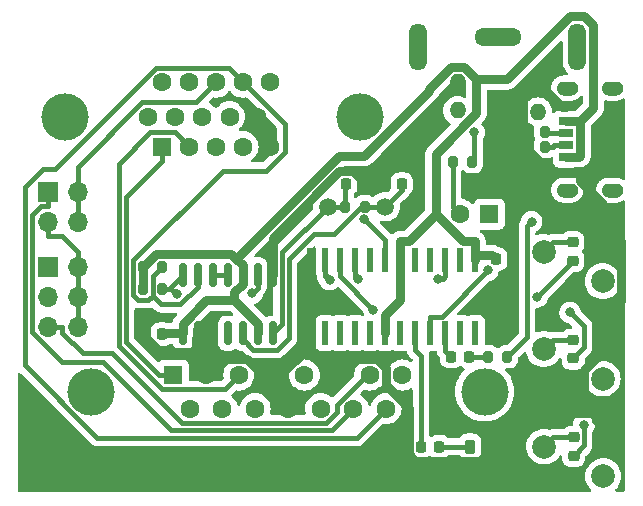
<source format=gbr>
%TF.GenerationSoftware,KiCad,Pcbnew,(6.0.6-0)*%
%TF.CreationDate,2022-10-23T01:51:17+09:00*%
%TF.ProjectId,Subaru,53756261-7275-42e6-9b69-6361645f7063,rev?*%
%TF.SameCoordinates,Original*%
%TF.FileFunction,Copper,L2,Bot*%
%TF.FilePolarity,Positive*%
%FSLAX46Y46*%
G04 Gerber Fmt 4.6, Leading zero omitted, Abs format (unit mm)*
G04 Created by KiCad (PCBNEW (6.0.6-0)) date 2022-10-23 01:51:17*
%MOMM*%
%LPD*%
G01*
G04 APERTURE LIST*
G04 Aperture macros list*
%AMRoundRect*
0 Rectangle with rounded corners*
0 $1 Rounding radius*
0 $2 $3 $4 $5 $6 $7 $8 $9 X,Y pos of 4 corners*
0 Add a 4 corners polygon primitive as box body*
4,1,4,$2,$3,$4,$5,$6,$7,$8,$9,$2,$3,0*
0 Add four circle primitives for the rounded corners*
1,1,$1+$1,$2,$3*
1,1,$1+$1,$4,$5*
1,1,$1+$1,$6,$7*
1,1,$1+$1,$8,$9*
0 Add four rect primitives between the rounded corners*
20,1,$1+$1,$2,$3,$4,$5,0*
20,1,$1+$1,$4,$5,$6,$7,0*
20,1,$1+$1,$6,$7,$8,$9,0*
20,1,$1+$1,$8,$9,$2,$3,0*%
G04 Aperture macros list end*
%TA.AperFunction,EtchedComponent*%
%ADD10C,0.010000*%
%TD*%
%TA.AperFunction,ComponentPad*%
%ADD11C,2.000000*%
%TD*%
%TA.AperFunction,ComponentPad*%
%ADD12C,4.000000*%
%TD*%
%TA.AperFunction,ComponentPad*%
%ADD13R,1.600000X1.600000*%
%TD*%
%TA.AperFunction,ComponentPad*%
%ADD14C,1.600000*%
%TD*%
%TA.AperFunction,ComponentPad*%
%ADD15O,1.500000X4.000000*%
%TD*%
%TA.AperFunction,ComponentPad*%
%ADD16O,4.000000X1.500000*%
%TD*%
%TA.AperFunction,ComponentPad*%
%ADD17O,1.400000X1.400000*%
%TD*%
%TA.AperFunction,ComponentPad*%
%ADD18R,1.700000X1.700000*%
%TD*%
%TA.AperFunction,ComponentPad*%
%ADD19O,1.700000X1.700000*%
%TD*%
%TA.AperFunction,ComponentPad*%
%ADD20C,1.500000*%
%TD*%
%TA.AperFunction,SMDPad,CuDef*%
%ADD21R,0.600000X2.000000*%
%TD*%
%TA.AperFunction,SMDPad,CuDef*%
%ADD22RoundRect,0.218750X0.218750X0.381250X-0.218750X0.381250X-0.218750X-0.381250X0.218750X-0.381250X0*%
%TD*%
%TA.AperFunction,SMDPad,CuDef*%
%ADD23RoundRect,0.225000X-0.225000X-0.250000X0.225000X-0.250000X0.225000X0.250000X-0.225000X0.250000X0*%
%TD*%
%TA.AperFunction,SMDPad,CuDef*%
%ADD24RoundRect,0.200000X0.200000X0.275000X-0.200000X0.275000X-0.200000X-0.275000X0.200000X-0.275000X0*%
%TD*%
%TA.AperFunction,SMDPad,CuDef*%
%ADD25R,1.200000X0.700000*%
%TD*%
%TA.AperFunction,SMDPad,CuDef*%
%ADD26R,1.200000X0.800000*%
%TD*%
%TA.AperFunction,ComponentPad*%
%ADD27O,1.600000X0.800000*%
%TD*%
%TA.AperFunction,SMDPad,CuDef*%
%ADD28R,1.200000X0.760000*%
%TD*%
%TA.AperFunction,SMDPad,CuDef*%
%ADD29RoundRect,0.225000X0.225000X0.250000X-0.225000X0.250000X-0.225000X-0.250000X0.225000X-0.250000X0*%
%TD*%
%TA.AperFunction,SMDPad,CuDef*%
%ADD30RoundRect,0.225000X0.250000X-0.225000X0.250000X0.225000X-0.250000X0.225000X-0.250000X-0.225000X0*%
%TD*%
%TA.AperFunction,SMDPad,CuDef*%
%ADD31RoundRect,0.200000X-0.200000X-0.275000X0.200000X-0.275000X0.200000X0.275000X-0.200000X0.275000X0*%
%TD*%
%TA.AperFunction,SMDPad,CuDef*%
%ADD32RoundRect,0.150000X-0.150000X0.825000X-0.150000X-0.825000X0.150000X-0.825000X0.150000X0.825000X0*%
%TD*%
%TA.AperFunction,ViaPad*%
%ADD33C,0.800000*%
%TD*%
%TA.AperFunction,Conductor*%
%ADD34C,0.400000*%
%TD*%
%TA.AperFunction,Conductor*%
%ADD35C,0.750000*%
%TD*%
G04 APERTURE END LIST*
%TO.C,J3*%
G36*
X153529000Y-70696000D02*
G01*
X153557000Y-70698000D01*
X153586000Y-70702000D01*
X153614000Y-70707000D01*
X153642000Y-70714000D01*
X153670000Y-70722000D01*
X153697000Y-70732000D01*
X153724000Y-70743000D01*
X153750000Y-70755000D01*
X153775000Y-70769000D01*
X153800000Y-70784000D01*
X153823000Y-70800000D01*
X153846000Y-70818000D01*
X153868000Y-70836000D01*
X153889000Y-70856000D01*
X153909000Y-70877000D01*
X153927000Y-70899000D01*
X153945000Y-70922000D01*
X153961000Y-70945000D01*
X153976000Y-70970000D01*
X153990000Y-70995000D01*
X154002000Y-71021000D01*
X154013000Y-71048000D01*
X154023000Y-71075000D01*
X154031000Y-71103000D01*
X154038000Y-71131000D01*
X154043000Y-71159000D01*
X154047000Y-71188000D01*
X154049000Y-71216000D01*
X154050000Y-71245000D01*
X154049000Y-71274000D01*
X154047000Y-71302000D01*
X154043000Y-71331000D01*
X154038000Y-71359000D01*
X154031000Y-71387000D01*
X154023000Y-71415000D01*
X154013000Y-71442000D01*
X154002000Y-71469000D01*
X153990000Y-71495000D01*
X153976000Y-71520000D01*
X153961000Y-71545000D01*
X153945000Y-71568000D01*
X153927000Y-71591000D01*
X153909000Y-71613000D01*
X153889000Y-71634000D01*
X153868000Y-71654000D01*
X153846000Y-71672000D01*
X153823000Y-71690000D01*
X153800000Y-71706000D01*
X153775000Y-71721000D01*
X153750000Y-71735000D01*
X153724000Y-71747000D01*
X153697000Y-71758000D01*
X153670000Y-71768000D01*
X153642000Y-71776000D01*
X153614000Y-71783000D01*
X153586000Y-71788000D01*
X153557000Y-71792000D01*
X153529000Y-71794000D01*
X153500000Y-71795000D01*
X152900000Y-71795000D01*
X152871000Y-71794000D01*
X152843000Y-71792000D01*
X152814000Y-71788000D01*
X152786000Y-71783000D01*
X152758000Y-71776000D01*
X152730000Y-71768000D01*
X152703000Y-71758000D01*
X152676000Y-71747000D01*
X152650000Y-71735000D01*
X152625000Y-71721000D01*
X152600000Y-71706000D01*
X152577000Y-71690000D01*
X152554000Y-71672000D01*
X152532000Y-71654000D01*
X152511000Y-71634000D01*
X152491000Y-71613000D01*
X152473000Y-71591000D01*
X152455000Y-71568000D01*
X152439000Y-71545000D01*
X152424000Y-71520000D01*
X152410000Y-71495000D01*
X152398000Y-71469000D01*
X152387000Y-71442000D01*
X152377000Y-71415000D01*
X152369000Y-71387000D01*
X152362000Y-71359000D01*
X152357000Y-71331000D01*
X152353000Y-71302000D01*
X152351000Y-71274000D01*
X152350000Y-71245000D01*
X152351000Y-71216000D01*
X152353000Y-71188000D01*
X152357000Y-71159000D01*
X152362000Y-71131000D01*
X152369000Y-71103000D01*
X152377000Y-71075000D01*
X152387000Y-71048000D01*
X152398000Y-71021000D01*
X152410000Y-70995000D01*
X152424000Y-70970000D01*
X152439000Y-70945000D01*
X152455000Y-70922000D01*
X152473000Y-70899000D01*
X152491000Y-70877000D01*
X152511000Y-70856000D01*
X152532000Y-70836000D01*
X152554000Y-70818000D01*
X152577000Y-70800000D01*
X152600000Y-70784000D01*
X152625000Y-70769000D01*
X152650000Y-70755000D01*
X152676000Y-70743000D01*
X152703000Y-70732000D01*
X152730000Y-70722000D01*
X152758000Y-70714000D01*
X152786000Y-70707000D01*
X152814000Y-70702000D01*
X152843000Y-70698000D01*
X152871000Y-70696000D01*
X152900000Y-70695000D01*
X153500000Y-70695000D01*
X153529000Y-70696000D01*
G37*
D10*
X153529000Y-70696000D02*
X153557000Y-70698000D01*
X153586000Y-70702000D01*
X153614000Y-70707000D01*
X153642000Y-70714000D01*
X153670000Y-70722000D01*
X153697000Y-70732000D01*
X153724000Y-70743000D01*
X153750000Y-70755000D01*
X153775000Y-70769000D01*
X153800000Y-70784000D01*
X153823000Y-70800000D01*
X153846000Y-70818000D01*
X153868000Y-70836000D01*
X153889000Y-70856000D01*
X153909000Y-70877000D01*
X153927000Y-70899000D01*
X153945000Y-70922000D01*
X153961000Y-70945000D01*
X153976000Y-70970000D01*
X153990000Y-70995000D01*
X154002000Y-71021000D01*
X154013000Y-71048000D01*
X154023000Y-71075000D01*
X154031000Y-71103000D01*
X154038000Y-71131000D01*
X154043000Y-71159000D01*
X154047000Y-71188000D01*
X154049000Y-71216000D01*
X154050000Y-71245000D01*
X154049000Y-71274000D01*
X154047000Y-71302000D01*
X154043000Y-71331000D01*
X154038000Y-71359000D01*
X154031000Y-71387000D01*
X154023000Y-71415000D01*
X154013000Y-71442000D01*
X154002000Y-71469000D01*
X153990000Y-71495000D01*
X153976000Y-71520000D01*
X153961000Y-71545000D01*
X153945000Y-71568000D01*
X153927000Y-71591000D01*
X153909000Y-71613000D01*
X153889000Y-71634000D01*
X153868000Y-71654000D01*
X153846000Y-71672000D01*
X153823000Y-71690000D01*
X153800000Y-71706000D01*
X153775000Y-71721000D01*
X153750000Y-71735000D01*
X153724000Y-71747000D01*
X153697000Y-71758000D01*
X153670000Y-71768000D01*
X153642000Y-71776000D01*
X153614000Y-71783000D01*
X153586000Y-71788000D01*
X153557000Y-71792000D01*
X153529000Y-71794000D01*
X153500000Y-71795000D01*
X152900000Y-71795000D01*
X152871000Y-71794000D01*
X152843000Y-71792000D01*
X152814000Y-71788000D01*
X152786000Y-71783000D01*
X152758000Y-71776000D01*
X152730000Y-71768000D01*
X152703000Y-71758000D01*
X152676000Y-71747000D01*
X152650000Y-71735000D01*
X152625000Y-71721000D01*
X152600000Y-71706000D01*
X152577000Y-71690000D01*
X152554000Y-71672000D01*
X152532000Y-71654000D01*
X152511000Y-71634000D01*
X152491000Y-71613000D01*
X152473000Y-71591000D01*
X152455000Y-71568000D01*
X152439000Y-71545000D01*
X152424000Y-71520000D01*
X152410000Y-71495000D01*
X152398000Y-71469000D01*
X152387000Y-71442000D01*
X152377000Y-71415000D01*
X152369000Y-71387000D01*
X152362000Y-71359000D01*
X152357000Y-71331000D01*
X152353000Y-71302000D01*
X152351000Y-71274000D01*
X152350000Y-71245000D01*
X152351000Y-71216000D01*
X152353000Y-71188000D01*
X152357000Y-71159000D01*
X152362000Y-71131000D01*
X152369000Y-71103000D01*
X152377000Y-71075000D01*
X152387000Y-71048000D01*
X152398000Y-71021000D01*
X152410000Y-70995000D01*
X152424000Y-70970000D01*
X152439000Y-70945000D01*
X152455000Y-70922000D01*
X152473000Y-70899000D01*
X152491000Y-70877000D01*
X152511000Y-70856000D01*
X152532000Y-70836000D01*
X152554000Y-70818000D01*
X152577000Y-70800000D01*
X152600000Y-70784000D01*
X152625000Y-70769000D01*
X152650000Y-70755000D01*
X152676000Y-70743000D01*
X152703000Y-70732000D01*
X152730000Y-70722000D01*
X152758000Y-70714000D01*
X152786000Y-70707000D01*
X152814000Y-70702000D01*
X152843000Y-70698000D01*
X152871000Y-70696000D01*
X152900000Y-70695000D01*
X153500000Y-70695000D01*
X153529000Y-70696000D01*
G36*
X149729000Y-79336000D02*
G01*
X149757000Y-79338000D01*
X149786000Y-79342000D01*
X149814000Y-79347000D01*
X149842000Y-79354000D01*
X149870000Y-79362000D01*
X149897000Y-79372000D01*
X149924000Y-79383000D01*
X149950000Y-79395000D01*
X149975000Y-79409000D01*
X150000000Y-79424000D01*
X150023000Y-79440000D01*
X150046000Y-79458000D01*
X150068000Y-79476000D01*
X150089000Y-79496000D01*
X150109000Y-79517000D01*
X150127000Y-79539000D01*
X150145000Y-79562000D01*
X150161000Y-79585000D01*
X150176000Y-79610000D01*
X150190000Y-79635000D01*
X150202000Y-79661000D01*
X150213000Y-79688000D01*
X150223000Y-79715000D01*
X150231000Y-79743000D01*
X150238000Y-79771000D01*
X150243000Y-79799000D01*
X150247000Y-79828000D01*
X150249000Y-79856000D01*
X150250000Y-79885000D01*
X150249000Y-79914000D01*
X150247000Y-79942000D01*
X150243000Y-79971000D01*
X150238000Y-79999000D01*
X150231000Y-80027000D01*
X150223000Y-80055000D01*
X150213000Y-80082000D01*
X150202000Y-80109000D01*
X150190000Y-80135000D01*
X150176000Y-80160000D01*
X150161000Y-80185000D01*
X150145000Y-80208000D01*
X150127000Y-80231000D01*
X150109000Y-80253000D01*
X150089000Y-80274000D01*
X150068000Y-80294000D01*
X150046000Y-80312000D01*
X150023000Y-80330000D01*
X150000000Y-80346000D01*
X149975000Y-80361000D01*
X149950000Y-80375000D01*
X149924000Y-80387000D01*
X149897000Y-80398000D01*
X149870000Y-80408000D01*
X149842000Y-80416000D01*
X149814000Y-80423000D01*
X149786000Y-80428000D01*
X149757000Y-80432000D01*
X149729000Y-80434000D01*
X149700000Y-80435000D01*
X149100000Y-80435000D01*
X149071000Y-80434000D01*
X149043000Y-80432000D01*
X149014000Y-80428000D01*
X148986000Y-80423000D01*
X148958000Y-80416000D01*
X148930000Y-80408000D01*
X148903000Y-80398000D01*
X148876000Y-80387000D01*
X148850000Y-80375000D01*
X148825000Y-80361000D01*
X148800000Y-80346000D01*
X148777000Y-80330000D01*
X148754000Y-80312000D01*
X148732000Y-80294000D01*
X148711000Y-80274000D01*
X148691000Y-80253000D01*
X148673000Y-80231000D01*
X148655000Y-80208000D01*
X148639000Y-80185000D01*
X148624000Y-80160000D01*
X148610000Y-80135000D01*
X148598000Y-80109000D01*
X148587000Y-80082000D01*
X148577000Y-80055000D01*
X148569000Y-80027000D01*
X148562000Y-79999000D01*
X148557000Y-79971000D01*
X148553000Y-79942000D01*
X148551000Y-79914000D01*
X148550000Y-79885000D01*
X148551000Y-79856000D01*
X148553000Y-79828000D01*
X148557000Y-79799000D01*
X148562000Y-79771000D01*
X148569000Y-79743000D01*
X148577000Y-79715000D01*
X148587000Y-79688000D01*
X148598000Y-79661000D01*
X148610000Y-79635000D01*
X148624000Y-79610000D01*
X148639000Y-79585000D01*
X148655000Y-79562000D01*
X148673000Y-79539000D01*
X148691000Y-79517000D01*
X148711000Y-79496000D01*
X148732000Y-79476000D01*
X148754000Y-79458000D01*
X148777000Y-79440000D01*
X148800000Y-79424000D01*
X148825000Y-79409000D01*
X148850000Y-79395000D01*
X148876000Y-79383000D01*
X148903000Y-79372000D01*
X148930000Y-79362000D01*
X148958000Y-79354000D01*
X148986000Y-79347000D01*
X149014000Y-79342000D01*
X149043000Y-79338000D01*
X149071000Y-79336000D01*
X149100000Y-79335000D01*
X149700000Y-79335000D01*
X149729000Y-79336000D01*
G37*
X149729000Y-79336000D02*
X149757000Y-79338000D01*
X149786000Y-79342000D01*
X149814000Y-79347000D01*
X149842000Y-79354000D01*
X149870000Y-79362000D01*
X149897000Y-79372000D01*
X149924000Y-79383000D01*
X149950000Y-79395000D01*
X149975000Y-79409000D01*
X150000000Y-79424000D01*
X150023000Y-79440000D01*
X150046000Y-79458000D01*
X150068000Y-79476000D01*
X150089000Y-79496000D01*
X150109000Y-79517000D01*
X150127000Y-79539000D01*
X150145000Y-79562000D01*
X150161000Y-79585000D01*
X150176000Y-79610000D01*
X150190000Y-79635000D01*
X150202000Y-79661000D01*
X150213000Y-79688000D01*
X150223000Y-79715000D01*
X150231000Y-79743000D01*
X150238000Y-79771000D01*
X150243000Y-79799000D01*
X150247000Y-79828000D01*
X150249000Y-79856000D01*
X150250000Y-79885000D01*
X150249000Y-79914000D01*
X150247000Y-79942000D01*
X150243000Y-79971000D01*
X150238000Y-79999000D01*
X150231000Y-80027000D01*
X150223000Y-80055000D01*
X150213000Y-80082000D01*
X150202000Y-80109000D01*
X150190000Y-80135000D01*
X150176000Y-80160000D01*
X150161000Y-80185000D01*
X150145000Y-80208000D01*
X150127000Y-80231000D01*
X150109000Y-80253000D01*
X150089000Y-80274000D01*
X150068000Y-80294000D01*
X150046000Y-80312000D01*
X150023000Y-80330000D01*
X150000000Y-80346000D01*
X149975000Y-80361000D01*
X149950000Y-80375000D01*
X149924000Y-80387000D01*
X149897000Y-80398000D01*
X149870000Y-80408000D01*
X149842000Y-80416000D01*
X149814000Y-80423000D01*
X149786000Y-80428000D01*
X149757000Y-80432000D01*
X149729000Y-80434000D01*
X149700000Y-80435000D01*
X149100000Y-80435000D01*
X149071000Y-80434000D01*
X149043000Y-80432000D01*
X149014000Y-80428000D01*
X148986000Y-80423000D01*
X148958000Y-80416000D01*
X148930000Y-80408000D01*
X148903000Y-80398000D01*
X148876000Y-80387000D01*
X148850000Y-80375000D01*
X148825000Y-80361000D01*
X148800000Y-80346000D01*
X148777000Y-80330000D01*
X148754000Y-80312000D01*
X148732000Y-80294000D01*
X148711000Y-80274000D01*
X148691000Y-80253000D01*
X148673000Y-80231000D01*
X148655000Y-80208000D01*
X148639000Y-80185000D01*
X148624000Y-80160000D01*
X148610000Y-80135000D01*
X148598000Y-80109000D01*
X148587000Y-80082000D01*
X148577000Y-80055000D01*
X148569000Y-80027000D01*
X148562000Y-79999000D01*
X148557000Y-79971000D01*
X148553000Y-79942000D01*
X148551000Y-79914000D01*
X148550000Y-79885000D01*
X148551000Y-79856000D01*
X148553000Y-79828000D01*
X148557000Y-79799000D01*
X148562000Y-79771000D01*
X148569000Y-79743000D01*
X148577000Y-79715000D01*
X148587000Y-79688000D01*
X148598000Y-79661000D01*
X148610000Y-79635000D01*
X148624000Y-79610000D01*
X148639000Y-79585000D01*
X148655000Y-79562000D01*
X148673000Y-79539000D01*
X148691000Y-79517000D01*
X148711000Y-79496000D01*
X148732000Y-79476000D01*
X148754000Y-79458000D01*
X148777000Y-79440000D01*
X148800000Y-79424000D01*
X148825000Y-79409000D01*
X148850000Y-79395000D01*
X148876000Y-79383000D01*
X148903000Y-79372000D01*
X148930000Y-79362000D01*
X148958000Y-79354000D01*
X148986000Y-79347000D01*
X149014000Y-79342000D01*
X149043000Y-79338000D01*
X149071000Y-79336000D01*
X149100000Y-79335000D01*
X149700000Y-79335000D01*
X149729000Y-79336000D01*
G36*
X153529000Y-79336000D02*
G01*
X153557000Y-79338000D01*
X153586000Y-79342000D01*
X153614000Y-79347000D01*
X153642000Y-79354000D01*
X153670000Y-79362000D01*
X153697000Y-79372000D01*
X153724000Y-79383000D01*
X153750000Y-79395000D01*
X153775000Y-79409000D01*
X153800000Y-79424000D01*
X153823000Y-79440000D01*
X153846000Y-79458000D01*
X153868000Y-79476000D01*
X153889000Y-79496000D01*
X153909000Y-79517000D01*
X153927000Y-79539000D01*
X153945000Y-79562000D01*
X153961000Y-79585000D01*
X153976000Y-79610000D01*
X153990000Y-79635000D01*
X154002000Y-79661000D01*
X154013000Y-79688000D01*
X154023000Y-79715000D01*
X154031000Y-79743000D01*
X154038000Y-79771000D01*
X154043000Y-79799000D01*
X154047000Y-79828000D01*
X154049000Y-79856000D01*
X154050000Y-79885000D01*
X154049000Y-79914000D01*
X154047000Y-79942000D01*
X154043000Y-79971000D01*
X154038000Y-79999000D01*
X154031000Y-80027000D01*
X154023000Y-80055000D01*
X154013000Y-80082000D01*
X154002000Y-80109000D01*
X153990000Y-80135000D01*
X153976000Y-80160000D01*
X153961000Y-80185000D01*
X153945000Y-80208000D01*
X153927000Y-80231000D01*
X153909000Y-80253000D01*
X153889000Y-80274000D01*
X153868000Y-80294000D01*
X153846000Y-80312000D01*
X153823000Y-80330000D01*
X153800000Y-80346000D01*
X153775000Y-80361000D01*
X153750000Y-80375000D01*
X153724000Y-80387000D01*
X153697000Y-80398000D01*
X153670000Y-80408000D01*
X153642000Y-80416000D01*
X153614000Y-80423000D01*
X153586000Y-80428000D01*
X153557000Y-80432000D01*
X153529000Y-80434000D01*
X153500000Y-80435000D01*
X152900000Y-80435000D01*
X152871000Y-80434000D01*
X152843000Y-80432000D01*
X152814000Y-80428000D01*
X152786000Y-80423000D01*
X152758000Y-80416000D01*
X152730000Y-80408000D01*
X152703000Y-80398000D01*
X152676000Y-80387000D01*
X152650000Y-80375000D01*
X152625000Y-80361000D01*
X152600000Y-80346000D01*
X152577000Y-80330000D01*
X152554000Y-80312000D01*
X152532000Y-80294000D01*
X152511000Y-80274000D01*
X152491000Y-80253000D01*
X152473000Y-80231000D01*
X152455000Y-80208000D01*
X152439000Y-80185000D01*
X152424000Y-80160000D01*
X152410000Y-80135000D01*
X152398000Y-80109000D01*
X152387000Y-80082000D01*
X152377000Y-80055000D01*
X152369000Y-80027000D01*
X152362000Y-79999000D01*
X152357000Y-79971000D01*
X152353000Y-79942000D01*
X152351000Y-79914000D01*
X152350000Y-79885000D01*
X152351000Y-79856000D01*
X152353000Y-79828000D01*
X152357000Y-79799000D01*
X152362000Y-79771000D01*
X152369000Y-79743000D01*
X152377000Y-79715000D01*
X152387000Y-79688000D01*
X152398000Y-79661000D01*
X152410000Y-79635000D01*
X152424000Y-79610000D01*
X152439000Y-79585000D01*
X152455000Y-79562000D01*
X152473000Y-79539000D01*
X152491000Y-79517000D01*
X152511000Y-79496000D01*
X152532000Y-79476000D01*
X152554000Y-79458000D01*
X152577000Y-79440000D01*
X152600000Y-79424000D01*
X152625000Y-79409000D01*
X152650000Y-79395000D01*
X152676000Y-79383000D01*
X152703000Y-79372000D01*
X152730000Y-79362000D01*
X152758000Y-79354000D01*
X152786000Y-79347000D01*
X152814000Y-79342000D01*
X152843000Y-79338000D01*
X152871000Y-79336000D01*
X152900000Y-79335000D01*
X153500000Y-79335000D01*
X153529000Y-79336000D01*
G37*
X153529000Y-79336000D02*
X153557000Y-79338000D01*
X153586000Y-79342000D01*
X153614000Y-79347000D01*
X153642000Y-79354000D01*
X153670000Y-79362000D01*
X153697000Y-79372000D01*
X153724000Y-79383000D01*
X153750000Y-79395000D01*
X153775000Y-79409000D01*
X153800000Y-79424000D01*
X153823000Y-79440000D01*
X153846000Y-79458000D01*
X153868000Y-79476000D01*
X153889000Y-79496000D01*
X153909000Y-79517000D01*
X153927000Y-79539000D01*
X153945000Y-79562000D01*
X153961000Y-79585000D01*
X153976000Y-79610000D01*
X153990000Y-79635000D01*
X154002000Y-79661000D01*
X154013000Y-79688000D01*
X154023000Y-79715000D01*
X154031000Y-79743000D01*
X154038000Y-79771000D01*
X154043000Y-79799000D01*
X154047000Y-79828000D01*
X154049000Y-79856000D01*
X154050000Y-79885000D01*
X154049000Y-79914000D01*
X154047000Y-79942000D01*
X154043000Y-79971000D01*
X154038000Y-79999000D01*
X154031000Y-80027000D01*
X154023000Y-80055000D01*
X154013000Y-80082000D01*
X154002000Y-80109000D01*
X153990000Y-80135000D01*
X153976000Y-80160000D01*
X153961000Y-80185000D01*
X153945000Y-80208000D01*
X153927000Y-80231000D01*
X153909000Y-80253000D01*
X153889000Y-80274000D01*
X153868000Y-80294000D01*
X153846000Y-80312000D01*
X153823000Y-80330000D01*
X153800000Y-80346000D01*
X153775000Y-80361000D01*
X153750000Y-80375000D01*
X153724000Y-80387000D01*
X153697000Y-80398000D01*
X153670000Y-80408000D01*
X153642000Y-80416000D01*
X153614000Y-80423000D01*
X153586000Y-80428000D01*
X153557000Y-80432000D01*
X153529000Y-80434000D01*
X153500000Y-80435000D01*
X152900000Y-80435000D01*
X152871000Y-80434000D01*
X152843000Y-80432000D01*
X152814000Y-80428000D01*
X152786000Y-80423000D01*
X152758000Y-80416000D01*
X152730000Y-80408000D01*
X152703000Y-80398000D01*
X152676000Y-80387000D01*
X152650000Y-80375000D01*
X152625000Y-80361000D01*
X152600000Y-80346000D01*
X152577000Y-80330000D01*
X152554000Y-80312000D01*
X152532000Y-80294000D01*
X152511000Y-80274000D01*
X152491000Y-80253000D01*
X152473000Y-80231000D01*
X152455000Y-80208000D01*
X152439000Y-80185000D01*
X152424000Y-80160000D01*
X152410000Y-80135000D01*
X152398000Y-80109000D01*
X152387000Y-80082000D01*
X152377000Y-80055000D01*
X152369000Y-80027000D01*
X152362000Y-79999000D01*
X152357000Y-79971000D01*
X152353000Y-79942000D01*
X152351000Y-79914000D01*
X152350000Y-79885000D01*
X152351000Y-79856000D01*
X152353000Y-79828000D01*
X152357000Y-79799000D01*
X152362000Y-79771000D01*
X152369000Y-79743000D01*
X152377000Y-79715000D01*
X152387000Y-79688000D01*
X152398000Y-79661000D01*
X152410000Y-79635000D01*
X152424000Y-79610000D01*
X152439000Y-79585000D01*
X152455000Y-79562000D01*
X152473000Y-79539000D01*
X152491000Y-79517000D01*
X152511000Y-79496000D01*
X152532000Y-79476000D01*
X152554000Y-79458000D01*
X152577000Y-79440000D01*
X152600000Y-79424000D01*
X152625000Y-79409000D01*
X152650000Y-79395000D01*
X152676000Y-79383000D01*
X152703000Y-79372000D01*
X152730000Y-79362000D01*
X152758000Y-79354000D01*
X152786000Y-79347000D01*
X152814000Y-79342000D01*
X152843000Y-79338000D01*
X152871000Y-79336000D01*
X152900000Y-79335000D01*
X153500000Y-79335000D01*
X153529000Y-79336000D01*
G36*
X149729000Y-70696000D02*
G01*
X149757000Y-70698000D01*
X149786000Y-70702000D01*
X149814000Y-70707000D01*
X149842000Y-70714000D01*
X149870000Y-70722000D01*
X149897000Y-70732000D01*
X149924000Y-70743000D01*
X149950000Y-70755000D01*
X149975000Y-70769000D01*
X150000000Y-70784000D01*
X150023000Y-70800000D01*
X150046000Y-70818000D01*
X150068000Y-70836000D01*
X150089000Y-70856000D01*
X150109000Y-70877000D01*
X150127000Y-70899000D01*
X150145000Y-70922000D01*
X150161000Y-70945000D01*
X150176000Y-70970000D01*
X150190000Y-70995000D01*
X150202000Y-71021000D01*
X150213000Y-71048000D01*
X150223000Y-71075000D01*
X150231000Y-71103000D01*
X150238000Y-71131000D01*
X150243000Y-71159000D01*
X150247000Y-71188000D01*
X150249000Y-71216000D01*
X150250000Y-71245000D01*
X150249000Y-71274000D01*
X150247000Y-71302000D01*
X150243000Y-71331000D01*
X150238000Y-71359000D01*
X150231000Y-71387000D01*
X150223000Y-71415000D01*
X150213000Y-71442000D01*
X150202000Y-71469000D01*
X150190000Y-71495000D01*
X150176000Y-71520000D01*
X150161000Y-71545000D01*
X150145000Y-71568000D01*
X150127000Y-71591000D01*
X150109000Y-71613000D01*
X150089000Y-71634000D01*
X150068000Y-71654000D01*
X150046000Y-71672000D01*
X150023000Y-71690000D01*
X150000000Y-71706000D01*
X149975000Y-71721000D01*
X149950000Y-71735000D01*
X149924000Y-71747000D01*
X149897000Y-71758000D01*
X149870000Y-71768000D01*
X149842000Y-71776000D01*
X149814000Y-71783000D01*
X149786000Y-71788000D01*
X149757000Y-71792000D01*
X149729000Y-71794000D01*
X149700000Y-71795000D01*
X149100000Y-71795000D01*
X149071000Y-71794000D01*
X149043000Y-71792000D01*
X149014000Y-71788000D01*
X148986000Y-71783000D01*
X148958000Y-71776000D01*
X148930000Y-71768000D01*
X148903000Y-71758000D01*
X148876000Y-71747000D01*
X148850000Y-71735000D01*
X148825000Y-71721000D01*
X148800000Y-71706000D01*
X148777000Y-71690000D01*
X148754000Y-71672000D01*
X148732000Y-71654000D01*
X148711000Y-71634000D01*
X148691000Y-71613000D01*
X148673000Y-71591000D01*
X148655000Y-71568000D01*
X148639000Y-71545000D01*
X148624000Y-71520000D01*
X148610000Y-71495000D01*
X148598000Y-71469000D01*
X148587000Y-71442000D01*
X148577000Y-71415000D01*
X148569000Y-71387000D01*
X148562000Y-71359000D01*
X148557000Y-71331000D01*
X148553000Y-71302000D01*
X148551000Y-71274000D01*
X148550000Y-71245000D01*
X148551000Y-71216000D01*
X148553000Y-71188000D01*
X148557000Y-71159000D01*
X148562000Y-71131000D01*
X148569000Y-71103000D01*
X148577000Y-71075000D01*
X148587000Y-71048000D01*
X148598000Y-71021000D01*
X148610000Y-70995000D01*
X148624000Y-70970000D01*
X148639000Y-70945000D01*
X148655000Y-70922000D01*
X148673000Y-70899000D01*
X148691000Y-70877000D01*
X148711000Y-70856000D01*
X148732000Y-70836000D01*
X148754000Y-70818000D01*
X148777000Y-70800000D01*
X148800000Y-70784000D01*
X148825000Y-70769000D01*
X148850000Y-70755000D01*
X148876000Y-70743000D01*
X148903000Y-70732000D01*
X148930000Y-70722000D01*
X148958000Y-70714000D01*
X148986000Y-70707000D01*
X149014000Y-70702000D01*
X149043000Y-70698000D01*
X149071000Y-70696000D01*
X149100000Y-70695000D01*
X149700000Y-70695000D01*
X149729000Y-70696000D01*
G37*
X149729000Y-70696000D02*
X149757000Y-70698000D01*
X149786000Y-70702000D01*
X149814000Y-70707000D01*
X149842000Y-70714000D01*
X149870000Y-70722000D01*
X149897000Y-70732000D01*
X149924000Y-70743000D01*
X149950000Y-70755000D01*
X149975000Y-70769000D01*
X150000000Y-70784000D01*
X150023000Y-70800000D01*
X150046000Y-70818000D01*
X150068000Y-70836000D01*
X150089000Y-70856000D01*
X150109000Y-70877000D01*
X150127000Y-70899000D01*
X150145000Y-70922000D01*
X150161000Y-70945000D01*
X150176000Y-70970000D01*
X150190000Y-70995000D01*
X150202000Y-71021000D01*
X150213000Y-71048000D01*
X150223000Y-71075000D01*
X150231000Y-71103000D01*
X150238000Y-71131000D01*
X150243000Y-71159000D01*
X150247000Y-71188000D01*
X150249000Y-71216000D01*
X150250000Y-71245000D01*
X150249000Y-71274000D01*
X150247000Y-71302000D01*
X150243000Y-71331000D01*
X150238000Y-71359000D01*
X150231000Y-71387000D01*
X150223000Y-71415000D01*
X150213000Y-71442000D01*
X150202000Y-71469000D01*
X150190000Y-71495000D01*
X150176000Y-71520000D01*
X150161000Y-71545000D01*
X150145000Y-71568000D01*
X150127000Y-71591000D01*
X150109000Y-71613000D01*
X150089000Y-71634000D01*
X150068000Y-71654000D01*
X150046000Y-71672000D01*
X150023000Y-71690000D01*
X150000000Y-71706000D01*
X149975000Y-71721000D01*
X149950000Y-71735000D01*
X149924000Y-71747000D01*
X149897000Y-71758000D01*
X149870000Y-71768000D01*
X149842000Y-71776000D01*
X149814000Y-71783000D01*
X149786000Y-71788000D01*
X149757000Y-71792000D01*
X149729000Y-71794000D01*
X149700000Y-71795000D01*
X149100000Y-71795000D01*
X149071000Y-71794000D01*
X149043000Y-71792000D01*
X149014000Y-71788000D01*
X148986000Y-71783000D01*
X148958000Y-71776000D01*
X148930000Y-71768000D01*
X148903000Y-71758000D01*
X148876000Y-71747000D01*
X148850000Y-71735000D01*
X148825000Y-71721000D01*
X148800000Y-71706000D01*
X148777000Y-71690000D01*
X148754000Y-71672000D01*
X148732000Y-71654000D01*
X148711000Y-71634000D01*
X148691000Y-71613000D01*
X148673000Y-71591000D01*
X148655000Y-71568000D01*
X148639000Y-71545000D01*
X148624000Y-71520000D01*
X148610000Y-71495000D01*
X148598000Y-71469000D01*
X148587000Y-71442000D01*
X148577000Y-71415000D01*
X148569000Y-71387000D01*
X148562000Y-71359000D01*
X148557000Y-71331000D01*
X148553000Y-71302000D01*
X148551000Y-71274000D01*
X148550000Y-71245000D01*
X148551000Y-71216000D01*
X148553000Y-71188000D01*
X148557000Y-71159000D01*
X148562000Y-71131000D01*
X148569000Y-71103000D01*
X148577000Y-71075000D01*
X148587000Y-71048000D01*
X148598000Y-71021000D01*
X148610000Y-70995000D01*
X148624000Y-70970000D01*
X148639000Y-70945000D01*
X148655000Y-70922000D01*
X148673000Y-70899000D01*
X148691000Y-70877000D01*
X148711000Y-70856000D01*
X148732000Y-70836000D01*
X148754000Y-70818000D01*
X148777000Y-70800000D01*
X148800000Y-70784000D01*
X148825000Y-70769000D01*
X148850000Y-70755000D01*
X148876000Y-70743000D01*
X148903000Y-70732000D01*
X148930000Y-70722000D01*
X148958000Y-70714000D01*
X148986000Y-70707000D01*
X149014000Y-70702000D01*
X149043000Y-70698000D01*
X149071000Y-70696000D01*
X149100000Y-70695000D01*
X149700000Y-70695000D01*
X149729000Y-70696000D01*
%TD*%
D11*
%TO.P,RV2,1,1*%
%TO.N,/G*%
X152400000Y-95845000D03*
%TO.P,RV2,2,2*%
%TO.N,Net-(C2-Pad2)*%
X147400000Y-93345000D03*
%TO.P,RV2,3,3*%
%TO.N,GND*%
X152400000Y-90845000D03*
%TD*%
D12*
%TO.P,J7,0*%
%TO.N,N/C*%
X106895000Y-73660000D03*
X131895000Y-73660000D03*
D13*
%TO.P,J7,1*%
%TO.N,/R*%
X115080000Y-76200000D03*
D14*
%TO.P,J7,2*%
%TO.N,/G*%
X117370000Y-76200000D03*
%TO.P,J7,3*%
%TO.N,/B*%
X119660000Y-76200000D03*
%TO.P,J7,4*%
%TO.N,unconnected-(J7-Pad4)*%
X121950000Y-76200000D03*
%TO.P,J7,5*%
%TO.N,GND*%
X124240000Y-76200000D03*
%TO.P,J7,6*%
%TO.N,unconnected-(J7-Pad6)*%
X113935000Y-73660000D03*
%TO.P,J7,7*%
%TO.N,unconnected-(J7-Pad7)*%
X116225000Y-73660000D03*
%TO.P,J7,8*%
%TO.N,unconnected-(J7-Pad8)*%
X118515000Y-73660000D03*
%TO.P,J7,9*%
%TO.N,unconnected-(J7-Pad9)*%
X120805000Y-73660000D03*
%TO.P,J7,10*%
%TO.N,GND*%
X123095000Y-73660000D03*
%TO.P,J7,11*%
%TO.N,unconnected-(J7-Pad11)*%
X115080000Y-70739000D03*
%TO.P,J7,12*%
%TO.N,unconnected-(J7-Pad12)*%
X117370000Y-70739000D03*
%TO.P,J7,13*%
%TO.N,/SYNC*%
X119660000Y-70739000D03*
%TO.P,J7,14*%
%TO.N,/VSYNC*%
X121950000Y-70739000D03*
%TO.P,J7,15*%
%TO.N,unconnected-(J7-Pad15)*%
X124240000Y-70739000D03*
%TD*%
D11*
%TO.P,RV3,1,1*%
%TO.N,/B*%
X152400000Y-87590000D03*
%TO.P,RV3,2,2*%
%TO.N,Net-(C3-Pad2)*%
X147400000Y-85090000D03*
%TO.P,RV3,3,3*%
%TO.N,GND*%
X152400000Y-82590000D03*
%TD*%
D15*
%TO.P,J5,*%
%TO.N,*%
X150260000Y-67744700D03*
X136760000Y-67744700D03*
D16*
X143510000Y-66944700D03*
D17*
%TO.P,J5,1*%
%TO.N,GND*%
X140110000Y-70744700D03*
%TO.P,J5,2*%
X146910000Y-70744700D03*
%TO.P,J5,3*%
%TO.N,/S_Y*%
X140110000Y-73144700D03*
%TO.P,J5,4*%
%TO.N,/S_C*%
X146910000Y-73244700D03*
%TD*%
D18*
%TO.P,J2,1,Pin_1*%
%TO.N,/CSYNC*%
X105410000Y-86360000D03*
D19*
%TO.P,J2,2,Pin_2*%
%TO.N,/CSin*%
X107950000Y-86360000D03*
%TO.P,J2,3,Pin_3*%
%TO.N,/HVSYNC*%
X105410000Y-88900000D03*
%TO.P,J2,4,Pin_4*%
%TO.N,/CSin*%
X107950000Y-88900000D03*
%TO.P,J2,5,Pin_5*%
%TO.N,/FM_CSYNC*%
X105410000Y-91440000D03*
%TO.P,J2,6,Pin_6*%
%TO.N,/CSin*%
X107950000Y-91440000D03*
%TD*%
D13*
%TO.P,C8,1*%
%TO.N,Net-(C8-Pad1)*%
X142810100Y-81915000D03*
D14*
%TO.P,C8,2*%
%TO.N,Net-(C8-Pad2)*%
X140310100Y-81915000D03*
%TD*%
D18*
%TO.P,J4,1,Pin_1*%
%TO.N,/HSYNC*%
X105405000Y-80005000D03*
D19*
%TO.P,J4,2,Pin_2*%
%TO.N,/SYNC*%
X107945000Y-80005000D03*
%TO.P,J4,3,Pin_3*%
%TO.N,/CSin*%
X105405000Y-82545000D03*
%TO.P,J4,4,Pin_4*%
%TO.N,/SYNC*%
X107945000Y-82545000D03*
%TD*%
D20*
%TO.P,Y1,1,1*%
%TO.N,Net-(C4-Pad1)*%
X133985000Y-81280000D03*
%TO.P,Y1,2,2*%
%TO.N,/SCin*%
X129105000Y-81280000D03*
%TD*%
D12*
%TO.P,J1,0*%
%TO.N,N/C*%
X109100000Y-96959700D03*
X142400000Y-96959700D03*
D13*
%TO.P,J1,1,1*%
%TO.N,/R*%
X116055000Y-95539700D03*
D14*
%TO.P,J1,2,2*%
%TO.N,GND*%
X118825000Y-95539700D03*
%TO.P,J1,3,3*%
%TO.N,/G*%
X121595000Y-95539700D03*
%TO.P,J1,4,4*%
%TO.N,GND*%
X124365000Y-95539700D03*
%TO.P,J1,5,5*%
%TO.N,/B*%
X127135000Y-95539700D03*
%TO.P,J1,6,6*%
%TO.N,GND*%
X129905000Y-95539700D03*
%TO.P,J1,7,7*%
%TO.N,/FM_CSYNC*%
X132675000Y-95539700D03*
%TO.P,J1,8,8*%
%TO.N,unconnected-(J1-Pad8)*%
X135445000Y-95539700D03*
%TO.P,J1,9,P9*%
%TO.N,/CSYNC*%
X117440000Y-98379700D03*
%TO.P,J1,10,P10*%
%TO.N,unconnected-(J1-Pad10)*%
X120210000Y-98379700D03*
%TO.P,J1,11,P111*%
%TO.N,unconnected-(J1-Pad11)*%
X122980000Y-98379700D03*
%TO.P,J1,12,P12*%
%TO.N,GND*%
X125750000Y-98379700D03*
%TO.P,J1,13,P13*%
%TO.N,unconnected-(J1-Pad13)*%
X128520000Y-98379700D03*
%TO.P,J1,14,P14*%
%TO.N,/HSYNC*%
X131290000Y-98379700D03*
%TO.P,J1,15,P15*%
%TO.N,/VSYNC*%
X134060000Y-98379700D03*
%TD*%
D11*
%TO.P,RV1,1,1*%
%TO.N,/R*%
X152440000Y-104100000D03*
%TO.P,RV1,2,2*%
%TO.N,Net-(C1-Pad2)*%
X147440000Y-101600000D03*
%TO.P,RV1,3,3*%
%TO.N,GND*%
X152440000Y-99100000D03*
%TD*%
D21*
%TO.P,U2,1,GND1*%
%TO.N,GND*%
X127635000Y-85800000D03*
%TO.P,U2,2,Rin*%
%TO.N,/Rin*%
X128905000Y-85800000D03*
%TO.P,U2,3,Gin*%
%TO.N,/Gin*%
X130175000Y-85800000D03*
%TO.P,U2,4,Bin*%
%TO.N,/Bin*%
X131445000Y-85800000D03*
%TO.P,U2,5,N.C.*%
%TO.N,unconnected-(U2-Pad5)*%
X132715000Y-85800000D03*
%TO.P,U2,6,SCin*%
%TO.N,/SCin*%
X133985000Y-85800000D03*
%TO.P,U2,7,NT/PAL*%
%TO.N,VCC*%
X135255000Y-85800000D03*
%TO.P,U2,8,BFPout*%
%TO.N,unconnected-(U2-Pad8)*%
X136525000Y-85800000D03*
%TO.P,U2,9,N.C.*%
%TO.N,unconnected-(U2-Pad9)*%
X137795000Y-85800000D03*
%TO.P,U2,10,SYNCin*%
%TO.N,/CSin*%
X139065000Y-85800000D03*
%TO.P,U2,11,SYNCout*%
%TO.N,unconnected-(U2-Pad11)*%
X140335000Y-85800000D03*
%TO.P,U2,12,Vcc1*%
%TO.N,VCC*%
X141605000Y-85800000D03*
%TO.P,U2,13,N.C.*%
%TO.N,unconnected-(U2-Pad13)*%
X141605000Y-92000000D03*
%TO.P,U2,14,N.C.*%
%TO.N,unconnected-(U2-Pad14)*%
X140335000Y-92000000D03*
%TO.P,U2,15,Cout*%
%TO.N,Net-(C9-Pad2)*%
X139065000Y-92000000D03*
%TO.P,U2,16,Yout*%
%TO.N,Net-(C8-Pad1)*%
X137795000Y-92000000D03*
%TO.P,U2,17,YTRAP*%
%TO.N,/YTRAP*%
X136525000Y-92000000D03*
%TO.P,U2,18,N.C.*%
%TO.N,unconnected-(U2-Pad18)*%
X135255000Y-92000000D03*
%TO.P,U2,19,Vcc2*%
%TO.N,VCC*%
X133985000Y-92000000D03*
%TO.P,U2,20,Vout*%
%TO.N,unconnected-(U2-Pad20)*%
X132715000Y-92000000D03*
%TO.P,U2,21,Bout*%
%TO.N,unconnected-(U2-Pad21)*%
X131445000Y-92000000D03*
%TO.P,U2,22,Gout*%
%TO.N,unconnected-(U2-Pad22)*%
X130175000Y-92000000D03*
%TO.P,U2,23,Rout*%
%TO.N,unconnected-(U2-Pad23)*%
X128905000Y-92000000D03*
%TO.P,U2,24,GND2*%
%TO.N,GND*%
X127635000Y-92000000D03*
%TD*%
D22*
%TO.P,L1,1,1*%
%TO.N,GND*%
X143302500Y-101600000D03*
%TO.P,L1,2,2*%
%TO.N,Net-(C10-Pad1)*%
X141177500Y-101600000D03*
%TD*%
D23*
%TO.P,C6,1*%
%TO.N,/SCin*%
X130670000Y-79375000D03*
%TO.P,C6,2*%
%TO.N,GND*%
X132220000Y-79375000D03*
%TD*%
D24*
%TO.P,R3,1*%
%TO.N,Net-(J3-PadCC1)*%
X147510000Y-74930000D03*
%TO.P,R3,2*%
%TO.N,GND*%
X145860000Y-74930000D03*
%TD*%
D25*
%TO.P,J3,CC1,CC1*%
%TO.N,Net-(J3-PadCC1)*%
X149320000Y-75065000D03*
%TO.P,J3,CC2,CC2*%
%TO.N,Net-(J3-PadCC2)*%
X149320000Y-76065000D03*
D26*
%TO.P,J3,GND,GND*%
%TO.N,GND*%
X149320000Y-78315000D03*
X149320000Y-72815000D03*
D27*
%TO.P,J3,S1*%
%TO.N,N/C*%
X149400000Y-71245000D03*
%TO.P,J3,S2*%
X149400000Y-79885000D03*
%TO.P,J3,S3*%
X153200000Y-71245000D03*
%TO.P,J3,S4*%
X153200000Y-79885000D03*
D28*
%TO.P,J3,VBUS,VBUS*%
%TO.N,VCC*%
X149320000Y-77085000D03*
X149320000Y-74045000D03*
%TD*%
D29*
%TO.P,C7,1*%
%TO.N,VCC*%
X115075000Y-92075000D03*
%TO.P,C7,2*%
%TO.N,GND*%
X113525000Y-92075000D03*
%TD*%
%TO.P,C10,1*%
%TO.N,Net-(C10-Pad1)*%
X138570000Y-101600000D03*
%TO.P,C10,2*%
%TO.N,/YTRAP*%
X137020000Y-101600000D03*
%TD*%
D30*
%TO.P,C3,1*%
%TO.N,/Bin*%
X149860000Y-85865000D03*
%TO.P,C3,2*%
%TO.N,Net-(C3-Pad2)*%
X149860000Y-84315000D03*
%TD*%
%TO.P,C2,1*%
%TO.N,/Gin*%
X149900000Y-94120000D03*
%TO.P,C2,2*%
%TO.N,Net-(C2-Pad2)*%
X149900000Y-92570000D03*
%TD*%
D24*
%TO.P,R4,1*%
%TO.N,Net-(J3-PadCC2)*%
X147510000Y-76200000D03*
%TO.P,R4,2*%
%TO.N,GND*%
X145860000Y-76200000D03*
%TD*%
D31*
%TO.P,R1,1*%
%TO.N,VCC*%
X113475000Y-88265000D03*
%TO.P,R1,2*%
%TO.N,/HSYNC*%
X115125000Y-88265000D03*
%TD*%
D29*
%TO.P,C9,1*%
%TO.N,Net-(C9-Pad1)*%
X141110000Y-93980000D03*
%TO.P,C9,2*%
%TO.N,Net-(C9-Pad2)*%
X139560000Y-93980000D03*
%TD*%
D31*
%TO.P,R2,1*%
%TO.N,VCC*%
X113475000Y-86360000D03*
%TO.P,R2,2*%
%TO.N,/VSYNC*%
X115125000Y-86360000D03*
%TD*%
D29*
%TO.P,C4,1*%
%TO.N,Net-(C4-Pad1)*%
X135395000Y-79375000D03*
%TO.P,C4,2*%
%TO.N,GND*%
X133845000Y-79375000D03*
%TD*%
D31*
%TO.P,R5,1*%
%TO.N,/SCin*%
X130620000Y-81280000D03*
%TO.P,R5,2*%
%TO.N,Net-(C4-Pad1)*%
X132270000Y-81280000D03*
%TD*%
D24*
%TO.P,R8,1*%
%TO.N,/S_C*%
X144335000Y-93980000D03*
%TO.P,R8,2*%
%TO.N,Net-(C9-Pad1)*%
X142685000Y-93980000D03*
%TD*%
D32*
%TO.P,U1,1*%
%TO.N,/HSYNC*%
X116840000Y-87060000D03*
%TO.P,U1,2*%
%TO.N,/VSYNC*%
X118110000Y-87060000D03*
%TO.P,U1,3*%
%TO.N,Net-(U1-Pad3)*%
X119380000Y-87060000D03*
%TO.P,U1,4*%
X120650000Y-87060000D03*
%TO.P,U1,5*%
%TO.N,VCC*%
X121920000Y-87060000D03*
%TO.P,U1,6*%
%TO.N,/HVSYNC*%
X123190000Y-87060000D03*
%TO.P,U1,7,GND*%
%TO.N,GND*%
X124460000Y-87060000D03*
%TO.P,U1,8*%
%TO.N,/SCin*%
X124460000Y-92010000D03*
%TO.P,U1,9*%
%TO.N,VCC*%
X123190000Y-92010000D03*
%TO.P,U1,10*%
%TO.N,Net-(C4-Pad1)*%
X121920000Y-92010000D03*
%TO.P,U1,11*%
%TO.N,unconnected-(U1-Pad11)*%
X120650000Y-92010000D03*
%TO.P,U1,12*%
%TO.N,GND*%
X119380000Y-92010000D03*
%TO.P,U1,13*%
X118110000Y-92010000D03*
%TO.P,U1,14,VCC*%
%TO.N,VCC*%
X116840000Y-92010000D03*
%TD*%
D30*
%TO.P,C1,1*%
%TO.N,/Rin*%
X149940000Y-102375000D03*
%TO.P,C1,2*%
%TO.N,Net-(C1-Pad2)*%
X149940000Y-100825000D03*
%TD*%
D24*
%TO.P,R7,1*%
%TO.N,/S_Y*%
X141350000Y-77470000D03*
%TO.P,R7,2*%
%TO.N,Net-(C8-Pad2)*%
X139700000Y-77470000D03*
%TD*%
D23*
%TO.P,C5,1*%
%TO.N,VCC*%
X143370000Y-85725000D03*
%TO.P,C5,2*%
%TO.N,GND*%
X144920000Y-85725000D03*
%TD*%
D33*
%TO.N,/Rin*%
X150816200Y-99751600D03*
X129281500Y-87461200D03*
%TO.N,/Gin*%
X132992100Y-90017400D03*
X149639500Y-90239000D03*
%TO.N,/Bin*%
X131714800Y-87402600D03*
X146841300Y-88922000D03*
%TO.N,/SCin*%
X132211400Y-82369100D03*
%TO.N,Net-(C8-Pad1)*%
X142669400Y-86685900D03*
%TO.N,/HSYNC*%
X116321500Y-88696100D03*
%TO.N,/CSin*%
X138459300Y-87372100D03*
%TO.N,/HVSYNC*%
X122707300Y-88622400D03*
%TO.N,/S_Y*%
X141533800Y-75003700D03*
%TO.N,/S_C*%
X146389000Y-82564200D03*
%TD*%
D34*
%TO.N,/Rin*%
X129020600Y-87200300D02*
X128905000Y-87200300D01*
X128905000Y-85800000D02*
X128905000Y-87200300D01*
X150816200Y-101498800D02*
X150816200Y-99751600D01*
X149940000Y-102375000D02*
X150816200Y-101498800D01*
X129281500Y-87461200D02*
X129020600Y-87200300D01*
%TO.N,Net-(C1-Pad2)*%
X149940000Y-100825000D02*
X148215000Y-100825000D01*
X148215000Y-100825000D02*
X147440000Y-101600000D01*
%TO.N,/Gin*%
X150825500Y-91425000D02*
X149639500Y-90239000D01*
X150825500Y-93194500D02*
X150825500Y-91425000D01*
X149900000Y-94120000D02*
X150825500Y-93194500D01*
X130175000Y-87200300D02*
X132992100Y-90017400D01*
X130175000Y-85800000D02*
X130175000Y-87200300D01*
%TO.N,Net-(C2-Pad2)*%
X148175000Y-92570000D02*
X147400000Y-93345000D01*
X149900000Y-92570000D02*
X148175000Y-92570000D01*
%TO.N,/Bin*%
X149860000Y-85865000D02*
X149860000Y-85903300D01*
X131512500Y-87200300D02*
X131445000Y-87200300D01*
X149860000Y-85903300D02*
X146841300Y-88922000D01*
X131445000Y-85800000D02*
X131445000Y-87200300D01*
X131714800Y-87402600D02*
X131512500Y-87200300D01*
%TO.N,Net-(C3-Pad2)*%
X148175000Y-84315000D02*
X147400000Y-85090000D01*
X149860000Y-84315000D02*
X148175000Y-84315000D01*
%TO.N,Net-(C4-Pad1)*%
X131945100Y-81280000D02*
X132270000Y-81280000D01*
X121920000Y-92513500D02*
X122796800Y-93390300D01*
X125835800Y-92417300D02*
X125835800Y-85723700D01*
X121920000Y-92010000D02*
X121920000Y-92513500D01*
X125835800Y-85723700D02*
X127988800Y-83570700D01*
X124862800Y-93390300D02*
X125835800Y-92417300D01*
X133985000Y-81280000D02*
X135395000Y-79870000D01*
X132270000Y-81280000D02*
X133985000Y-81280000D01*
X122796800Y-93390300D02*
X124862800Y-93390300D01*
X129654400Y-83570700D02*
X131945100Y-81280000D01*
X135395000Y-79870000D02*
X135395000Y-79375000D01*
X127988800Y-83570700D02*
X129654400Y-83570700D01*
D35*
%TO.N,GND*%
X127512600Y-93527400D02*
X127357400Y-93527400D01*
X148144700Y-78315000D02*
X147949000Y-78119300D01*
X127635000Y-92000000D02*
X127635000Y-93575300D01*
X147949000Y-78119300D02*
X147464200Y-78119300D01*
X147464200Y-77804200D02*
X145860000Y-76200000D01*
X131289500Y-94155200D02*
X133274000Y-94155200D01*
X133845000Y-77009700D02*
X133845000Y-79375000D01*
X127560500Y-93575300D02*
X127512600Y-93527400D01*
X118825000Y-94146600D02*
X118294500Y-93616100D01*
X118110000Y-93616100D02*
X114936300Y-93616100D01*
X136529500Y-102784300D02*
X142118200Y-102784300D01*
X144920000Y-80663500D02*
X144920000Y-85725000D01*
X130104900Y-78296200D02*
X124460000Y-83941100D01*
X135987100Y-98302700D02*
X135987100Y-102241900D01*
X132220000Y-79273400D02*
X131242800Y-78296200D01*
X143302500Y-101600000D02*
X146169000Y-98733500D01*
X127075800Y-93575300D02*
X124831800Y-95819300D01*
X152400000Y-82590000D02*
X152400000Y-81048500D01*
X149320000Y-78315000D02*
X150495300Y-78315000D01*
X142118200Y-102784300D02*
X143302500Y-101600000D01*
X147464200Y-78119300D02*
X144920000Y-80663500D01*
X145618400Y-74688400D02*
X145618400Y-72036300D01*
X118294500Y-93616100D02*
X118110000Y-93616100D01*
X153988100Y-84178100D02*
X153988100Y-89256900D01*
X127635000Y-85800000D02*
X127635000Y-87375300D01*
X134060000Y-94941200D02*
X134060000Y-96375600D01*
X118110000Y-92010000D02*
X118110000Y-93616100D01*
X114936300Y-93616100D02*
X113525000Y-92204800D01*
X150824300Y-95146600D02*
X150824300Y-98733500D01*
X152073500Y-98733500D02*
X152440000Y-99100000D01*
X129905000Y-95539700D02*
X127940600Y-93575300D01*
X127635000Y-93575300D02*
X127560500Y-93575300D01*
X152400000Y-82590000D02*
X153988100Y-84178100D01*
X133274000Y-94155200D02*
X134060000Y-94941200D01*
X135987100Y-102241900D02*
X136529500Y-102784300D01*
X131242800Y-78296200D02*
X130104900Y-78296200D01*
X125750000Y-96737500D02*
X125750000Y-98379700D01*
X129905000Y-95539700D02*
X131289500Y-94155200D01*
X123681700Y-95539700D02*
X124365000Y-95539700D01*
X122288600Y-94146600D02*
X123681700Y-95539700D01*
X124460000Y-83941100D02*
X124460000Y-87060000D01*
X132220000Y-79375000D02*
X132220000Y-79273400D01*
X134060000Y-96375600D02*
X135987100Y-98302700D01*
X146169000Y-98733500D02*
X150824300Y-98733500D01*
X127309600Y-93575300D02*
X127075800Y-93575300D01*
X150495300Y-79143800D02*
X150495300Y-78315000D01*
X140110000Y-70744700D02*
X133845000Y-77009700D01*
X145860000Y-76200000D02*
X145860000Y-74930000D01*
X127357400Y-93527500D02*
X127309600Y-93575300D01*
X127940600Y-93575300D02*
X127635000Y-93575300D01*
X145860000Y-74930000D02*
X145618400Y-74688400D01*
X152400000Y-90845000D02*
X152400000Y-93570900D01*
X147464200Y-78119300D02*
X147464200Y-77804200D01*
X145618400Y-72036300D02*
X146910000Y-70744700D01*
X152400000Y-93570900D02*
X150824300Y-95146600D01*
X153988100Y-89256900D02*
X152400000Y-90845000D01*
X118825000Y-95539700D02*
X118825000Y-94146600D01*
X152400000Y-81048500D02*
X150495300Y-79143800D01*
X124365000Y-95539700D02*
X124552200Y-95539700D01*
X127357400Y-93527400D02*
X127357400Y-93527500D01*
X124831800Y-95819300D02*
X125750000Y-96737500D01*
X149320000Y-78315000D02*
X148144700Y-78315000D01*
X118825000Y-94146600D02*
X122288600Y-94146600D01*
X133845000Y-79375000D02*
X132220000Y-79375000D01*
X150824300Y-98733500D02*
X152073500Y-98733500D01*
X113525000Y-92204800D02*
X113525000Y-92075000D01*
X149320000Y-72815000D02*
X148980300Y-72815000D01*
X148980300Y-72815000D02*
X146910000Y-70744700D01*
X127635000Y-87375300D02*
X127635000Y-92000000D01*
X124552200Y-95539700D02*
X124831800Y-95819300D01*
X119380000Y-92010000D02*
X118110000Y-92010000D01*
%TO.N,VCC*%
X132211100Y-76986200D02*
X130070800Y-76986200D01*
X135255000Y-89154700D02*
X133985000Y-90424700D01*
X120921100Y-85261900D02*
X121358100Y-85698900D01*
X133985000Y-92000000D02*
X133985000Y-90424700D01*
X114573100Y-85261900D02*
X120921100Y-85261900D01*
X113475000Y-86360000D02*
X114573100Y-85261900D01*
X121213400Y-89225900D02*
X118851400Y-89225900D01*
X135968700Y-84224700D02*
X135255000Y-84224700D01*
X135255000Y-85800000D02*
X135255000Y-89154700D01*
X141605000Y-85406100D02*
X141605000Y-84224700D01*
X115075000Y-92075000D02*
X115140000Y-92010000D01*
X150832400Y-65155400D02*
X149664100Y-65155400D01*
X139593700Y-69435600D02*
X137710700Y-71318600D01*
X116840000Y-91237300D02*
X116840000Y-92010000D01*
X150495300Y-76987400D02*
X150495300Y-74045000D01*
X141700300Y-70493600D02*
X141700300Y-73392700D01*
X141700300Y-70493600D02*
X140642300Y-69435600D01*
X137710700Y-71486600D02*
X132211100Y-76986200D01*
X140577300Y-84224700D02*
X141605000Y-84224700D01*
X143051100Y-85406100D02*
X143370000Y-85725000D01*
X118851400Y-89225900D02*
X116840000Y-91237300D01*
X149320000Y-77085000D02*
X150397700Y-77085000D01*
X121920000Y-86260800D02*
X121920000Y-87060000D01*
X144325900Y-70493600D02*
X141700300Y-70493600D01*
X150397700Y-77085000D02*
X150495300Y-76987400D01*
X121213400Y-89225900D02*
X121213400Y-88511300D01*
X138273000Y-81920400D02*
X140577300Y-84224700D01*
X141700300Y-73392700D02*
X138273000Y-76820000D01*
X135255000Y-85800000D02*
X135255000Y-84224700D01*
X123190000Y-92010000D02*
X123190000Y-91202500D01*
X140642300Y-69435600D02*
X139593700Y-69435600D01*
X130070800Y-76986200D02*
X121358100Y-85698900D01*
X141605000Y-85406100D02*
X143051100Y-85406100D01*
X138273000Y-76820000D02*
X138273000Y-81920400D01*
X115140000Y-92010000D02*
X116840000Y-92010000D01*
X149664100Y-65155400D02*
X144325900Y-70493600D01*
X151604600Y-65927600D02*
X150832400Y-65155400D01*
X121920000Y-87804700D02*
X121920000Y-87060000D01*
X121213400Y-88511300D02*
X121920000Y-87804700D01*
X137710700Y-71318600D02*
X137710700Y-71486600D01*
X141605000Y-85800000D02*
X141605000Y-85406100D01*
X149320000Y-74045000D02*
X150495300Y-74045000D01*
X138273000Y-81920400D02*
X135968700Y-84224700D01*
X150495300Y-74045000D02*
X151604600Y-72935700D01*
X113475000Y-88265000D02*
X113475000Y-86360000D01*
X121358100Y-85698900D02*
X121920000Y-86260800D01*
X151604600Y-72935700D02*
X151604600Y-65927600D01*
X123190000Y-91202500D02*
X121213400Y-89225900D01*
D34*
%TO.N,/SCin*%
X125235400Y-85149600D02*
X129105000Y-81280000D01*
X129105000Y-81280000D02*
X130620000Y-81280000D01*
X130620000Y-81280000D02*
X130620000Y-79425000D01*
X130620000Y-79425000D02*
X130670000Y-79375000D01*
X125235400Y-91234600D02*
X125235400Y-85149600D01*
X133985000Y-84142700D02*
X132211400Y-82369100D01*
X133985000Y-84399700D02*
X133985000Y-84142700D01*
X133985000Y-85800000D02*
X133985000Y-84399700D01*
X124460000Y-92010000D02*
X125235400Y-91234600D01*
%TO.N,Net-(C8-Pad1)*%
X138755600Y-90599700D02*
X142669400Y-86685900D01*
X137795000Y-92000000D02*
X137795000Y-90599700D01*
X137795000Y-90599700D02*
X138755600Y-90599700D01*
%TO.N,Net-(C8-Pad2)*%
X139700000Y-81304900D02*
X140310100Y-81915000D01*
X139700000Y-77470000D02*
X139700000Y-81304900D01*
%TO.N,Net-(C9-Pad1)*%
X142685000Y-93980000D02*
X141110000Y-93980000D01*
%TO.N,Net-(C9-Pad2)*%
X139065000Y-93485000D02*
X139560000Y-93980000D01*
X139065000Y-92000000D02*
X139065000Y-93485000D01*
%TO.N,Net-(C10-Pad1)*%
X138570000Y-101600000D02*
X141177500Y-101600000D01*
%TO.N,/YTRAP*%
X136525000Y-92000000D02*
X136525000Y-93400300D01*
X137020000Y-93895300D02*
X137020000Y-101600000D01*
X136525000Y-93400300D02*
X137020000Y-93895300D01*
%TO.N,/R*%
X112042300Y-80438000D02*
X115080000Y-77400300D01*
X116055000Y-95539700D02*
X114854700Y-95539700D01*
X112042300Y-92727300D02*
X112042300Y-80438000D01*
X115080000Y-76200000D02*
X115080000Y-77400300D01*
X114854700Y-95539700D02*
X112042300Y-92727300D01*
%TO.N,/G*%
X111419400Y-77646600D02*
X114066400Y-74999600D01*
X114066400Y-74999600D02*
X116169600Y-74999600D01*
X121595000Y-95539700D02*
X120394600Y-96740100D01*
X116169600Y-74999600D02*
X117370000Y-76200000D01*
X111419400Y-93072600D02*
X111419400Y-77646600D01*
X120394600Y-96740100D02*
X115086900Y-96740100D01*
X115086900Y-96740100D02*
X111419400Y-93072600D01*
%TO.N,/FM_CSYNC*%
X105410000Y-91440000D02*
X106660300Y-91440000D01*
X129905000Y-98052100D02*
X129905000Y-98699700D01*
X110838800Y-93664900D02*
X108367100Y-93664900D01*
X108367100Y-93664900D02*
X106660300Y-91958100D01*
X106660300Y-91958100D02*
X106660300Y-91440000D01*
X132417400Y-95539700D02*
X129905000Y-98052100D01*
X132675000Y-95539700D02*
X132417400Y-95539700D01*
X129905000Y-98699700D02*
X129007900Y-99596800D01*
X116770700Y-99596800D02*
X110838800Y-93664900D01*
X129007900Y-99596800D02*
X116770700Y-99596800D01*
%TO.N,/HSYNC*%
X115762700Y-88137300D02*
X116321500Y-88696100D01*
X129472500Y-100197200D02*
X131290000Y-98379700D01*
X104858000Y-81255300D02*
X104119400Y-81993900D01*
X115635000Y-88265000D02*
X115125000Y-88265000D01*
X115762700Y-88137300D02*
X115635000Y-88265000D01*
X104119400Y-91933800D02*
X106618400Y-94432800D01*
X104119400Y-81993900D02*
X104119400Y-91933800D01*
X105405000Y-81255300D02*
X104858000Y-81255300D01*
X110076700Y-94432800D02*
X115841100Y-100197200D01*
X105405000Y-80005000D02*
X105405000Y-81255300D01*
X106618400Y-94432800D02*
X110076700Y-94432800D01*
X116840000Y-87060000D02*
X115762700Y-88137300D01*
X115841100Y-100197200D02*
X129472500Y-100197200D01*
%TO.N,/VSYNC*%
X113071000Y-89197400D02*
X112673700Y-88800100D01*
X109598300Y-100854400D02*
X131585300Y-100854400D01*
X103466800Y-94722900D02*
X109598300Y-100854400D01*
X121950000Y-70739000D02*
X120735500Y-69524500D01*
X116653300Y-89542500D02*
X115021200Y-89542500D01*
X118110000Y-87060000D02*
X118110000Y-88085800D01*
X125508100Y-76657800D02*
X125508100Y-74297100D01*
X112673700Y-85836200D02*
X120274200Y-78235700D01*
X104992100Y-78081300D02*
X103466800Y-79606600D01*
X125508100Y-74297100D02*
X121950000Y-70739000D01*
X114302300Y-88823600D02*
X114302300Y-87182700D01*
X120735500Y-69524500D02*
X114557000Y-69524500D01*
X120274200Y-78235700D02*
X123930200Y-78235700D01*
X106000200Y-78081300D02*
X104992100Y-78081300D01*
X114302300Y-87182700D02*
X115125000Y-86360000D01*
X114557000Y-69524500D02*
X106000200Y-78081300D01*
X114302300Y-88823600D02*
X113928500Y-89197400D01*
X115021200Y-89542500D02*
X114302300Y-88823600D01*
X112673700Y-88800100D02*
X112673700Y-85836200D01*
X113928500Y-89197400D02*
X113071000Y-89197400D01*
X103466800Y-79606600D02*
X103466800Y-94722900D01*
X118110000Y-88085800D02*
X116653300Y-89542500D01*
X131585300Y-100854400D02*
X134060000Y-98379700D01*
X123930200Y-78235700D02*
X125508100Y-76657800D01*
%TO.N,/CSin*%
X107950000Y-86360000D02*
X107950000Y-85109700D01*
X139065000Y-87200300D02*
X138893200Y-87372100D01*
X107950000Y-88900000D02*
X107950000Y-86360000D01*
X107950000Y-91440000D02*
X107950000Y-88900000D01*
X106635600Y-83795300D02*
X105405000Y-83795300D01*
X107950000Y-85109700D02*
X106635600Y-83795300D01*
X138893200Y-87372100D02*
X138459300Y-87372100D01*
X139065000Y-85800000D02*
X139065000Y-87200300D01*
X105405000Y-82545000D02*
X105405000Y-83795300D01*
%TO.N,/HVSYNC*%
X123190000Y-87060000D02*
X123190000Y-88139700D01*
X123190000Y-88139700D02*
X122707300Y-88622400D01*
%TO.N,/SYNC*%
X107945000Y-80005000D02*
X107945000Y-77906500D01*
X117939400Y-72459600D02*
X119660000Y-70739000D01*
X107945000Y-77906500D02*
X113391900Y-72459600D01*
X113391900Y-72459600D02*
X117939400Y-72459600D01*
X107945000Y-82545000D02*
X107945000Y-80005000D01*
%TO.N,/S_Y*%
X141350000Y-77470000D02*
X141533800Y-77286200D01*
X141533800Y-77286200D02*
X141533800Y-75003700D01*
%TO.N,/S_C*%
X145999600Y-92315400D02*
X145999600Y-82953600D01*
X145999600Y-82953600D02*
X146389000Y-82564200D01*
X144335000Y-93980000D02*
X145999600Y-92315400D01*
%TO.N,Net-(J3-PadCC1)*%
X147645000Y-75065000D02*
X147510000Y-74930000D01*
X149320000Y-75065000D02*
X147645000Y-75065000D01*
%TO.N,Net-(J3-PadCC2)*%
X148184700Y-76200000D02*
X148319700Y-76065000D01*
X147510000Y-76200000D02*
X148184700Y-76200000D01*
X149320000Y-76065000D02*
X148319700Y-76065000D01*
%TO.N,Net-(U1-Pad3)*%
X120650000Y-87060000D02*
X119380000Y-87060000D01*
%TD*%
%TA.AperFunction,Conductor*%
%TO.N,GND*%
G36*
X148919532Y-67253591D02*
G01*
X148976368Y-67296138D01*
X149001179Y-67362658D01*
X149001500Y-67371647D01*
X149001500Y-69051699D01*
X149001749Y-69054486D01*
X149001749Y-69054492D01*
X149008009Y-69124629D01*
X149016383Y-69218462D01*
X149075663Y-69435151D01*
X149078075Y-69440209D01*
X149078077Y-69440213D01*
X149108165Y-69503293D01*
X149172378Y-69637918D01*
X149303471Y-69820354D01*
X149307503Y-69824261D01*
X149452750Y-69965016D01*
X149487750Y-70026786D01*
X149483798Y-70097673D01*
X149442149Y-70155170D01*
X149376026Y-70181022D01*
X149365065Y-70181500D01*
X149138746Y-70181500D01*
X149131980Y-70181094D01*
X149131975Y-70181218D01*
X149127116Y-70181010D01*
X149122279Y-70180427D01*
X149093337Y-70181425D01*
X149088995Y-70181500D01*
X149086097Y-70181500D01*
X149083298Y-70181384D01*
X149079165Y-70181360D01*
X149074312Y-70180955D01*
X149068519Y-70181369D01*
X149066957Y-70181480D01*
X149066955Y-70181480D01*
X149066682Y-70181500D01*
X149063131Y-70181500D01*
X149059597Y-70182006D01*
X149059353Y-70182023D01*
X149059351Y-70182023D01*
X149046144Y-70182967D01*
X149041519Y-70183212D01*
X149028114Y-70183674D01*
X149022727Y-70183860D01*
X149017898Y-70183901D01*
X149017318Y-70183936D01*
X149012461Y-70183851D01*
X148993673Y-70186442D01*
X148985454Y-70187301D01*
X148974119Y-70188111D01*
X148974106Y-70188113D01*
X148969639Y-70188432D01*
X148965260Y-70189381D01*
X148964967Y-70189423D01*
X148963108Y-70189465D01*
X148936191Y-70194271D01*
X148931287Y-70195047D01*
X148919339Y-70196695D01*
X148907312Y-70198354D01*
X148906677Y-70198427D01*
X148905120Y-70198690D01*
X148900263Y-70199131D01*
X148895536Y-70200313D01*
X148895534Y-70200313D01*
X148882649Y-70203534D01*
X148874249Y-70205332D01*
X148863856Y-70207188D01*
X148863845Y-70207191D01*
X148859437Y-70207978D01*
X148855611Y-70209242D01*
X148855390Y-70209269D01*
X148827126Y-70217345D01*
X148823115Y-70218418D01*
X148798923Y-70224466D01*
X148794131Y-70225550D01*
X148793939Y-70225605D01*
X148789163Y-70226574D01*
X148774574Y-70231977D01*
X148765439Y-70234969D01*
X148757795Y-70237153D01*
X148757793Y-70237154D01*
X148753480Y-70238386D01*
X148749388Y-70240216D01*
X148746295Y-70241343D01*
X148746302Y-70241360D01*
X148746301Y-70241360D01*
X148718738Y-70252589D01*
X148715045Y-70254025D01*
X148709397Y-70256117D01*
X148703324Y-70258104D01*
X148701807Y-70258667D01*
X148697131Y-70260001D01*
X148674044Y-70270657D01*
X148668779Y-70272943D01*
X148652280Y-70279664D01*
X148652270Y-70279669D01*
X148648114Y-70281362D01*
X148646597Y-70282249D01*
X148639081Y-70285489D01*
X148638563Y-70285728D01*
X148634001Y-70287425D01*
X148629755Y-70289803D01*
X148629750Y-70289805D01*
X148620886Y-70294768D01*
X148612149Y-70299223D01*
X148601338Y-70304213D01*
X148597581Y-70306646D01*
X148595066Y-70308031D01*
X148595106Y-70308097D01*
X148569000Y-70323761D01*
X148565733Y-70325655D01*
X148551934Y-70333382D01*
X148545565Y-70336714D01*
X148539594Y-70339623D01*
X148535606Y-70342397D01*
X148535596Y-70342403D01*
X148524438Y-70350165D01*
X148517327Y-70354765D01*
X148504192Y-70362646D01*
X148500716Y-70365472D01*
X148497464Y-70367752D01*
X148496069Y-70368705D01*
X148492025Y-70370965D01*
X148488195Y-70373962D01*
X148488188Y-70373967D01*
X148474688Y-70384532D01*
X148469000Y-70388732D01*
X148453492Y-70399520D01*
X148450214Y-70402574D01*
X148450212Y-70402576D01*
X148448740Y-70403948D01*
X148442635Y-70409280D01*
X148434207Y-70416176D01*
X148432078Y-70417880D01*
X148421742Y-70425969D01*
X148415922Y-70430260D01*
X148406827Y-70436570D01*
X148395288Y-70447560D01*
X148388204Y-70453815D01*
X148378297Y-70461920D01*
X148375267Y-70465220D01*
X148372286Y-70468035D01*
X148369573Y-70470720D01*
X148366741Y-70472897D01*
X148349912Y-70490568D01*
X148345563Y-70494916D01*
X148333414Y-70506486D01*
X148333408Y-70506493D01*
X148330164Y-70509582D01*
X148328724Y-70511409D01*
X148323835Y-70516259D01*
X148322526Y-70517628D01*
X148318902Y-70520875D01*
X148315824Y-70524637D01*
X148315820Y-70524641D01*
X148308820Y-70533197D01*
X148302558Y-70540288D01*
X148293728Y-70549560D01*
X148288442Y-70556984D01*
X148285040Y-70561539D01*
X148272894Y-70577058D01*
X148271195Y-70579182D01*
X148267692Y-70583464D01*
X148261303Y-70590690D01*
X148256307Y-70595923D01*
X148253530Y-70599915D01*
X148253529Y-70599916D01*
X148243734Y-70613996D01*
X148239526Y-70619696D01*
X148227894Y-70634560D01*
X148226506Y-70636975D01*
X148225158Y-70638770D01*
X148225195Y-70638796D01*
X148222368Y-70642775D01*
X148219257Y-70646507D01*
X148216758Y-70650671D01*
X148216753Y-70650679D01*
X148209760Y-70662335D01*
X148205152Y-70669459D01*
X148196411Y-70682024D01*
X148194395Y-70686036D01*
X148194146Y-70686455D01*
X148192225Y-70690072D01*
X148180648Y-70710747D01*
X148178767Y-70713990D01*
X148167524Y-70732727D01*
X148164419Y-70737640D01*
X148160525Y-70743496D01*
X148158482Y-70747922D01*
X148158481Y-70747924D01*
X148154223Y-70757148D01*
X148149763Y-70765897D01*
X148143954Y-70776271D01*
X148142343Y-70780447D01*
X148141224Y-70782827D01*
X148139111Y-70787608D01*
X148137543Y-70790215D01*
X148135709Y-70794718D01*
X148135708Y-70794719D01*
X148127940Y-70813787D01*
X148125657Y-70819044D01*
X148120814Y-70829538D01*
X148119358Y-70832145D01*
X148118333Y-70834911D01*
X148116313Y-70839289D01*
X148115030Y-70843586D01*
X148114222Y-70845726D01*
X148113241Y-70848661D01*
X148109019Y-70860059D01*
X148107575Y-70863773D01*
X148098852Y-70885186D01*
X148096551Y-70890482D01*
X148094246Y-70895471D01*
X148092909Y-70900151D01*
X148089974Y-70910422D01*
X148086981Y-70919563D01*
X148082661Y-70931228D01*
X148081716Y-70935609D01*
X148080548Y-70939617D01*
X148080533Y-70939653D01*
X148073408Y-70968152D01*
X148072332Y-70972171D01*
X148067195Y-70990149D01*
X148065197Y-70996501D01*
X148063528Y-71001355D01*
X148062672Y-71006148D01*
X148060335Y-71019233D01*
X148058536Y-71027639D01*
X148055976Y-71037878D01*
X148055974Y-71037890D01*
X148054890Y-71042226D01*
X148054431Y-71046675D01*
X148054275Y-71047566D01*
X148053781Y-71049212D01*
X148053214Y-71053326D01*
X148053213Y-71053329D01*
X148050045Y-71076303D01*
X148049271Y-71081197D01*
X148045100Y-71104552D01*
X148045016Y-71104964D01*
X148044746Y-71106769D01*
X148043655Y-71111518D01*
X148043308Y-71116370D01*
X148043306Y-71116386D01*
X148042302Y-71130440D01*
X148041442Y-71138667D01*
X148039278Y-71154360D01*
X148039296Y-71157741D01*
X148039183Y-71158329D01*
X148039057Y-71161986D01*
X148038210Y-71186534D01*
X148037965Y-71191166D01*
X148036343Y-71213877D01*
X148036053Y-71216905D01*
X148036011Y-71217878D01*
X148035427Y-71222721D01*
X148035595Y-71227593D01*
X148035595Y-71227594D01*
X148036045Y-71240645D01*
X148036045Y-71249329D01*
X148035688Y-71259670D01*
X148035688Y-71259678D01*
X148035534Y-71264151D01*
X148036016Y-71268601D01*
X148036051Y-71269545D01*
X148035955Y-71270688D01*
X148036127Y-71273099D01*
X148037967Y-71298860D01*
X148038212Y-71303490D01*
X148038860Y-71322267D01*
X148038901Y-71327094D01*
X148038936Y-71327676D01*
X148038851Y-71332539D01*
X148039516Y-71337360D01*
X148039516Y-71337362D01*
X148041442Y-71351328D01*
X148042303Y-71359560D01*
X148043432Y-71375360D01*
X148044383Y-71379745D01*
X148044423Y-71380028D01*
X148044465Y-71381892D01*
X148047745Y-71400257D01*
X148049268Y-71408788D01*
X148050048Y-71413720D01*
X148053354Y-71437688D01*
X148053427Y-71438323D01*
X148053690Y-71439880D01*
X148054131Y-71444737D01*
X148055313Y-71449464D01*
X148055313Y-71449466D01*
X148058534Y-71462351D01*
X148060332Y-71470751D01*
X148062134Y-71480837D01*
X148062978Y-71485563D01*
X148064242Y-71489390D01*
X148064269Y-71489609D01*
X148068124Y-71503100D01*
X148072334Y-71517836D01*
X148073416Y-71521877D01*
X148078901Y-71543815D01*
X148079461Y-71546056D01*
X148080550Y-71550868D01*
X148080604Y-71551058D01*
X148081574Y-71555837D01*
X148083267Y-71560409D01*
X148083269Y-71560415D01*
X148086977Y-71570428D01*
X148089971Y-71579569D01*
X148092152Y-71587202D01*
X148092154Y-71587209D01*
X148093386Y-71591519D01*
X148095216Y-71595611D01*
X148096343Y-71598705D01*
X148096359Y-71598699D01*
X148107580Y-71626241D01*
X148109048Y-71630017D01*
X148111110Y-71635584D01*
X148113102Y-71641669D01*
X148113665Y-71643188D01*
X148115001Y-71647869D01*
X148117040Y-71652286D01*
X148125655Y-71670951D01*
X148127943Y-71676221D01*
X148134665Y-71692722D01*
X148134669Y-71692730D01*
X148136362Y-71696886D01*
X148137251Y-71698407D01*
X148140484Y-71705906D01*
X148140726Y-71706429D01*
X148142425Y-71710998D01*
X148144802Y-71715242D01*
X148144803Y-71715245D01*
X148149765Y-71724106D01*
X148154229Y-71732862D01*
X148159213Y-71743662D01*
X148161648Y-71747422D01*
X148163032Y-71749935D01*
X148163098Y-71749895D01*
X148178749Y-71775980D01*
X148180641Y-71779242D01*
X148188388Y-71793076D01*
X148191723Y-71799454D01*
X148194623Y-71805406D01*
X148205162Y-71820557D01*
X148209756Y-71827659D01*
X148217646Y-71840809D01*
X148220480Y-71844294D01*
X148222741Y-71847519D01*
X148223698Y-71848920D01*
X148225964Y-71852975D01*
X148238319Y-71868762D01*
X148239535Y-71870316D01*
X148243742Y-71876015D01*
X148245714Y-71878849D01*
X148254520Y-71891508D01*
X148258971Y-71896285D01*
X148264279Y-71902364D01*
X148269151Y-71908318D01*
X148271167Y-71910782D01*
X148272874Y-71912915D01*
X148280970Y-71923260D01*
X148285259Y-71929077D01*
X148291570Y-71938173D01*
X148294919Y-71941689D01*
X148294922Y-71941693D01*
X148299145Y-71946127D01*
X148302392Y-71949535D01*
X148302547Y-71949698D01*
X148308818Y-71956799D01*
X148316920Y-71966702D01*
X148320220Y-71969732D01*
X148323044Y-71972722D01*
X148325717Y-71975423D01*
X148327897Y-71978259D01*
X148331423Y-71981617D01*
X148345568Y-71995088D01*
X148349916Y-71999437D01*
X148361486Y-72011586D01*
X148361493Y-72011592D01*
X148364582Y-72014836D01*
X148366409Y-72016276D01*
X148371259Y-72021165D01*
X148372628Y-72022474D01*
X148375875Y-72026098D01*
X148379637Y-72029176D01*
X148379641Y-72029180D01*
X148388197Y-72036180D01*
X148395288Y-72042442D01*
X148404560Y-72051272D01*
X148411984Y-72056558D01*
X148416539Y-72059960D01*
X148432058Y-72072106D01*
X148434182Y-72073805D01*
X148438464Y-72077308D01*
X148445690Y-72083697D01*
X148450923Y-72088693D01*
X148454915Y-72091470D01*
X148454916Y-72091471D01*
X148468996Y-72101266D01*
X148474696Y-72105474D01*
X148489560Y-72117106D01*
X148491982Y-72118498D01*
X148493775Y-72119844D01*
X148493801Y-72119808D01*
X148497777Y-72122633D01*
X148501508Y-72125743D01*
X148505670Y-72128240D01*
X148505678Y-72128246D01*
X148517320Y-72135231D01*
X148524436Y-72139833D01*
X148537024Y-72148589D01*
X148541029Y-72150601D01*
X148541454Y-72150854D01*
X148545074Y-72152776D01*
X148565756Y-72164358D01*
X148569000Y-72166239D01*
X148587710Y-72177465D01*
X148592638Y-72180580D01*
X148598496Y-72184475D01*
X148612133Y-72190769D01*
X148620894Y-72195235D01*
X148631271Y-72201046D01*
X148635449Y-72202658D01*
X148637834Y-72203779D01*
X148642606Y-72205889D01*
X148645215Y-72207457D01*
X148649724Y-72209294D01*
X148649726Y-72209295D01*
X148668769Y-72217053D01*
X148674033Y-72219339D01*
X148683893Y-72223890D01*
X148683895Y-72223891D01*
X148684542Y-72224189D01*
X148687145Y-72225642D01*
X148689906Y-72226665D01*
X148694290Y-72228688D01*
X148698579Y-72229969D01*
X148700705Y-72230772D01*
X148703671Y-72231763D01*
X148715019Y-72235966D01*
X148718797Y-72237435D01*
X148740183Y-72246148D01*
X148745479Y-72248448D01*
X148750471Y-72250754D01*
X148765422Y-72255026D01*
X148774563Y-72258019D01*
X148782028Y-72260784D01*
X148782033Y-72260786D01*
X148786228Y-72262339D01*
X148790609Y-72263284D01*
X148794617Y-72264452D01*
X148794653Y-72264467D01*
X148823152Y-72271592D01*
X148827171Y-72272668D01*
X148845149Y-72277805D01*
X148851502Y-72279803D01*
X148851754Y-72279890D01*
X148851757Y-72279891D01*
X148856355Y-72281472D01*
X148861148Y-72282328D01*
X148874233Y-72284665D01*
X148882639Y-72286464D01*
X148892866Y-72289021D01*
X148892878Y-72289023D01*
X148897226Y-72290110D01*
X148901693Y-72290571D01*
X148902558Y-72290722D01*
X148904213Y-72291219D01*
X148928172Y-72294524D01*
X148931270Y-72294951D01*
X148936198Y-72295730D01*
X148958850Y-72299775D01*
X148959556Y-72299901D01*
X148959965Y-72299984D01*
X148961765Y-72300253D01*
X148966517Y-72301345D01*
X148971369Y-72301692D01*
X148971372Y-72301692D01*
X148981917Y-72302445D01*
X148985434Y-72302696D01*
X148993670Y-72303558D01*
X149009360Y-72305722D01*
X149012740Y-72305704D01*
X149013328Y-72305817D01*
X149034845Y-72306559D01*
X149041540Y-72306790D01*
X149046146Y-72307033D01*
X149049104Y-72307244D01*
X149050333Y-72307384D01*
X149050334Y-72307375D01*
X149055187Y-72307750D01*
X149060001Y-72308500D01*
X149064880Y-72308500D01*
X149064906Y-72308502D01*
X149066715Y-72308502D01*
X149071190Y-72308822D01*
X149075663Y-72308504D01*
X149080052Y-72308505D01*
X149080192Y-72308500D01*
X149088969Y-72308500D01*
X149093311Y-72308575D01*
X149114675Y-72309312D01*
X149114679Y-72309312D01*
X149119150Y-72309466D01*
X149123598Y-72308985D01*
X149128088Y-72308820D01*
X149128090Y-72308866D01*
X149134876Y-72308500D01*
X149661254Y-72308500D01*
X149668020Y-72308906D01*
X149668025Y-72308782D01*
X149672884Y-72308990D01*
X149677721Y-72309573D01*
X149706663Y-72308575D01*
X149711005Y-72308500D01*
X149713903Y-72308500D01*
X149716702Y-72308616D01*
X149720835Y-72308640D01*
X149725688Y-72309045D01*
X149731480Y-72308631D01*
X149733043Y-72308520D01*
X149733045Y-72308520D01*
X149733318Y-72308500D01*
X149736869Y-72308500D01*
X149740403Y-72307994D01*
X149740647Y-72307977D01*
X149740649Y-72307977D01*
X149753856Y-72307033D01*
X149758481Y-72306788D01*
X149771886Y-72306326D01*
X149777273Y-72306140D01*
X149782094Y-72306099D01*
X149782676Y-72306064D01*
X149787539Y-72306149D01*
X149792360Y-72305484D01*
X149792362Y-72305484D01*
X149806328Y-72303558D01*
X149814560Y-72302697D01*
X149816416Y-72302564D01*
X149830360Y-72301568D01*
X149834745Y-72300617D01*
X149835028Y-72300577D01*
X149836892Y-72300535D01*
X149863809Y-72295729D01*
X149868713Y-72294953D01*
X149880661Y-72293305D01*
X149892688Y-72291646D01*
X149893323Y-72291573D01*
X149894880Y-72291310D01*
X149899737Y-72290869D01*
X149904464Y-72289687D01*
X149904466Y-72289687D01*
X149917351Y-72286466D01*
X149925751Y-72284668D01*
X149936152Y-72282810D01*
X149936156Y-72282809D01*
X149940563Y-72282022D01*
X149944390Y-72280758D01*
X149944609Y-72280731D01*
X149972837Y-72272666D01*
X149976877Y-72271584D01*
X150001077Y-72265534D01*
X150005868Y-72264450D01*
X150006058Y-72264396D01*
X150010837Y-72263426D01*
X150015409Y-72261733D01*
X150015415Y-72261731D01*
X150025428Y-72258023D01*
X150034569Y-72255029D01*
X150042202Y-72252848D01*
X150042209Y-72252846D01*
X150046519Y-72251614D01*
X150050611Y-72249784D01*
X150053705Y-72248657D01*
X150053699Y-72248641D01*
X150081241Y-72237420D01*
X150085017Y-72235952D01*
X150090584Y-72233890D01*
X150096669Y-72231898D01*
X150098188Y-72231335D01*
X150102869Y-72229999D01*
X150125964Y-72219339D01*
X150131221Y-72217057D01*
X150147722Y-72210335D01*
X150147730Y-72210331D01*
X150151886Y-72208638D01*
X150153407Y-72207749D01*
X150160906Y-72204516D01*
X150161429Y-72204274D01*
X150165998Y-72202575D01*
X150170242Y-72200198D01*
X150170245Y-72200197D01*
X150179106Y-72195235D01*
X150187865Y-72190770D01*
X150194593Y-72187665D01*
X150198662Y-72185787D01*
X150202422Y-72183352D01*
X150204935Y-72181968D01*
X150204895Y-72181902D01*
X150227162Y-72168542D01*
X150230989Y-72166246D01*
X150234242Y-72164359D01*
X150248076Y-72156612D01*
X150254459Y-72153274D01*
X150260406Y-72150377D01*
X150275557Y-72139838D01*
X150282659Y-72135244D01*
X150295809Y-72127354D01*
X150299294Y-72124520D01*
X150302519Y-72122259D01*
X150303920Y-72121302D01*
X150307975Y-72119036D01*
X150325316Y-72105465D01*
X150331015Y-72101258D01*
X150342824Y-72093043D01*
X150342826Y-72093042D01*
X150346508Y-72090480D01*
X150351285Y-72086029D01*
X150357364Y-72080721D01*
X150365817Y-72073805D01*
X150367915Y-72072126D01*
X150367941Y-72072106D01*
X150378264Y-72064027D01*
X150384077Y-72059741D01*
X150393173Y-72053430D01*
X150396689Y-72050081D01*
X150396693Y-72050078D01*
X150404698Y-72042453D01*
X150411799Y-72036182D01*
X150421702Y-72028080D01*
X150424732Y-72024780D01*
X150427722Y-72021956D01*
X150430423Y-72019283D01*
X150433259Y-72017103D01*
X150450091Y-71999429D01*
X150454437Y-71995084D01*
X150466586Y-71983514D01*
X150466592Y-71983507D01*
X150469836Y-71980418D01*
X150471276Y-71978591D01*
X150476165Y-71973741D01*
X150477474Y-71972372D01*
X150481098Y-71969125D01*
X150484176Y-71965363D01*
X150484180Y-71965359D01*
X150491180Y-71956803D01*
X150497445Y-71949708D01*
X150503861Y-71942971D01*
X150565324Y-71907439D01*
X150636242Y-71910776D01*
X150694098Y-71951925D01*
X150720523Y-72017821D01*
X150721100Y-72029870D01*
X150721100Y-72517552D01*
X150701098Y-72585673D01*
X150684195Y-72606647D01*
X150166247Y-73124595D01*
X150103935Y-73158621D01*
X150077152Y-73161500D01*
X150020985Y-73161500D01*
X150007378Y-73160763D01*
X149971533Y-73156869D01*
X149971529Y-73156869D01*
X149968134Y-73156500D01*
X148671866Y-73156500D01*
X148609684Y-73163255D01*
X148473295Y-73214385D01*
X148356739Y-73301739D01*
X148351359Y-73308918D01*
X148349462Y-73311449D01*
X148346949Y-73313328D01*
X148345008Y-73315269D01*
X148344728Y-73314989D01*
X148292602Y-73353963D01*
X148221783Y-73358987D01*
X148159491Y-73324926D01*
X148125501Y-73262595D01*
X148123578Y-73244660D01*
X148123116Y-73244700D01*
X148112241Y-73120402D01*
X148104686Y-73034045D01*
X148100731Y-73019286D01*
X148051379Y-72835100D01*
X148051378Y-72835098D01*
X148049956Y-72829790D01*
X148007390Y-72738507D01*
X147962912Y-72643123D01*
X147962910Y-72643120D01*
X147960589Y-72638142D01*
X147839301Y-72464924D01*
X147689776Y-72315399D01*
X147516558Y-72194111D01*
X147511580Y-72191790D01*
X147511577Y-72191788D01*
X147329892Y-72107067D01*
X147329891Y-72107066D01*
X147324910Y-72104744D01*
X147319602Y-72103322D01*
X147319600Y-72103321D01*
X147125970Y-72051438D01*
X147125968Y-72051438D01*
X147120655Y-72050014D01*
X146910000Y-72031584D01*
X146699345Y-72050014D01*
X146694032Y-72051438D01*
X146694030Y-72051438D01*
X146500400Y-72103321D01*
X146500398Y-72103322D01*
X146495090Y-72104744D01*
X146490109Y-72107066D01*
X146490108Y-72107067D01*
X146308423Y-72191788D01*
X146308420Y-72191790D01*
X146303442Y-72194111D01*
X146130224Y-72315399D01*
X145980699Y-72464924D01*
X145859411Y-72638142D01*
X145857090Y-72643120D01*
X145857088Y-72643123D01*
X145812610Y-72738507D01*
X145770044Y-72829790D01*
X145768622Y-72835098D01*
X145768621Y-72835100D01*
X145719269Y-73019286D01*
X145715314Y-73034045D01*
X145696884Y-73244700D01*
X145715314Y-73455355D01*
X145716738Y-73460668D01*
X145716738Y-73460670D01*
X145746257Y-73570834D01*
X145770044Y-73659610D01*
X145772366Y-73664591D01*
X145772367Y-73664592D01*
X145850142Y-73831380D01*
X145859411Y-73851258D01*
X145980699Y-74024476D01*
X146130224Y-74174001D01*
X146303442Y-74295289D01*
X146308420Y-74297610D01*
X146308423Y-74297612D01*
X146490108Y-74382333D01*
X146495090Y-74384656D01*
X146500404Y-74386080D01*
X146500407Y-74386081D01*
X146515690Y-74390176D01*
X146576314Y-74427125D01*
X146607337Y-74490985D01*
X146606808Y-74524806D01*
X146608247Y-74524938D01*
X146601500Y-74598365D01*
X146601501Y-75261634D01*
X146608247Y-75335062D01*
X146610246Y-75341440D01*
X146610246Y-75341441D01*
X146646825Y-75458163D01*
X146659528Y-75498699D01*
X146663463Y-75505196D01*
X146666589Y-75512120D01*
X146663768Y-75513394D01*
X146678332Y-75568339D01*
X146664113Y-75616762D01*
X146666589Y-75617880D01*
X146663463Y-75624804D01*
X146659528Y-75631301D01*
X146608247Y-75794938D01*
X146601500Y-75868365D01*
X146601500Y-75871263D01*
X146601501Y-76200860D01*
X146601501Y-76531634D01*
X146601764Y-76534492D01*
X146601764Y-76534501D01*
X146604640Y-76565804D01*
X146608247Y-76605062D01*
X146610246Y-76611440D01*
X146610246Y-76611441D01*
X146655116Y-76754619D01*
X146659528Y-76768699D01*
X146748361Y-76915381D01*
X146869619Y-77036639D01*
X147016301Y-77125472D01*
X147023548Y-77127743D01*
X147023550Y-77127744D01*
X147060499Y-77139323D01*
X147179938Y-77176753D01*
X147253365Y-77183500D01*
X147256263Y-77183500D01*
X147510665Y-77183499D01*
X147766634Y-77183499D01*
X147769492Y-77183236D01*
X147769501Y-77183236D01*
X147805004Y-77179974D01*
X147840062Y-77176753D01*
X147850774Y-77173396D01*
X147996450Y-77127744D01*
X147996452Y-77127743D01*
X148003699Y-77125472D01*
X148020230Y-77115460D01*
X148088858Y-77097282D01*
X148156421Y-77119092D01*
X148201468Y-77173968D01*
X148211500Y-77223237D01*
X148211500Y-77513134D01*
X148218255Y-77575316D01*
X148269385Y-77711705D01*
X148356739Y-77828261D01*
X148473295Y-77915615D01*
X148609684Y-77966745D01*
X148671866Y-77973500D01*
X149968134Y-77973500D01*
X149971529Y-77973131D01*
X149971533Y-77973131D01*
X150007378Y-77969237D01*
X150020985Y-77968500D01*
X150318243Y-77968500D01*
X150337955Y-77970051D01*
X150351207Y-77972150D01*
X150357794Y-77971805D01*
X150357798Y-77971805D01*
X150417550Y-77968673D01*
X150424145Y-77968500D01*
X150444006Y-77968500D01*
X150463769Y-77966423D01*
X150470328Y-77965907D01*
X150486127Y-77965079D01*
X150530077Y-77962776D01*
X150530081Y-77962775D01*
X150536671Y-77962430D01*
X150549629Y-77958958D01*
X150569072Y-77955355D01*
X150569495Y-77955311D01*
X150582402Y-77953954D01*
X150645594Y-77933422D01*
X150651896Y-77931556D01*
X150709685Y-77916071D01*
X150716063Y-77914362D01*
X150721942Y-77911366D01*
X150721951Y-77911363D01*
X150728017Y-77908272D01*
X150746279Y-77900708D01*
X150752743Y-77898608D01*
X150752751Y-77898605D01*
X150759031Y-77896564D01*
X150764750Y-77893262D01*
X150764755Y-77893260D01*
X150816567Y-77863346D01*
X150822337Y-77860213D01*
X150881539Y-77830047D01*
X150891959Y-77821609D01*
X150908252Y-77810411D01*
X150909878Y-77809472D01*
X150919869Y-77803704D01*
X150924775Y-77799287D01*
X150924780Y-77799283D01*
X150969238Y-77759253D01*
X150974254Y-77754969D01*
X150987109Y-77744559D01*
X150987112Y-77744556D01*
X150989686Y-77742472D01*
X151003731Y-77728427D01*
X151008516Y-77723886D01*
X151052975Y-77683855D01*
X151057885Y-77679434D01*
X151061766Y-77674092D01*
X151066189Y-77669180D01*
X151066881Y-77669804D01*
X151080104Y-77656581D01*
X151079480Y-77655889D01*
X151084392Y-77651466D01*
X151089734Y-77647585D01*
X151134186Y-77598216D01*
X151138727Y-77593431D01*
X151152772Y-77579386D01*
X151156068Y-77575316D01*
X151165269Y-77563954D01*
X151169553Y-77558938D01*
X151209583Y-77514480D01*
X151209587Y-77514475D01*
X151214004Y-77509569D01*
X151220711Y-77497952D01*
X151231909Y-77481659D01*
X151236191Y-77476371D01*
X151240347Y-77471239D01*
X151270513Y-77412037D01*
X151273646Y-77406267D01*
X151303560Y-77354455D01*
X151303562Y-77354450D01*
X151306864Y-77348731D01*
X151308905Y-77342451D01*
X151308908Y-77342443D01*
X151311008Y-77335979D01*
X151318572Y-77317717D01*
X151321663Y-77311651D01*
X151321666Y-77311642D01*
X151324662Y-77305763D01*
X151341856Y-77241596D01*
X151343722Y-77235294D01*
X151364254Y-77172102D01*
X151365655Y-77158772D01*
X151369258Y-77139329D01*
X151372730Y-77126371D01*
X151373112Y-77119092D01*
X151376206Y-77060046D01*
X151376723Y-77053471D01*
X151378456Y-77036979D01*
X151378800Y-77033706D01*
X151378800Y-77013832D01*
X151378973Y-77007238D01*
X151382104Y-76947499D01*
X151382104Y-76947495D01*
X151382449Y-76940907D01*
X151380351Y-76927660D01*
X151378800Y-76907950D01*
X151378800Y-74463148D01*
X151398802Y-74395027D01*
X151415705Y-74374053D01*
X152173146Y-73616612D01*
X152188174Y-73603775D01*
X152199034Y-73595885D01*
X152243486Y-73546516D01*
X152248027Y-73541731D01*
X152262072Y-73527686D01*
X152264185Y-73525077D01*
X152274569Y-73512254D01*
X152278853Y-73507238D01*
X152318883Y-73462780D01*
X152318887Y-73462775D01*
X152323304Y-73457869D01*
X152330011Y-73446252D01*
X152341209Y-73429959D01*
X152345491Y-73424671D01*
X152349647Y-73419539D01*
X152379813Y-73360337D01*
X152382946Y-73354567D01*
X152412860Y-73302755D01*
X152412862Y-73302750D01*
X152416164Y-73297031D01*
X152418205Y-73290751D01*
X152418208Y-73290743D01*
X152420308Y-73284279D01*
X152427872Y-73266017D01*
X152430963Y-73259951D01*
X152430966Y-73259942D01*
X152433962Y-73254063D01*
X152444594Y-73214385D01*
X152451156Y-73189896D01*
X152453022Y-73183594D01*
X152473554Y-73120402D01*
X152474955Y-73107072D01*
X152478558Y-73087629D01*
X152482030Y-73074671D01*
X152484160Y-73034045D01*
X152485507Y-73008333D01*
X152486024Y-73001759D01*
X152487756Y-72985277D01*
X152488100Y-72982006D01*
X152488100Y-72962145D01*
X152488273Y-72955550D01*
X152491405Y-72895798D01*
X152491405Y-72895794D01*
X152491750Y-72889207D01*
X152489651Y-72875953D01*
X152488100Y-72856244D01*
X152488100Y-72400183D01*
X152508102Y-72332062D01*
X152561758Y-72285569D01*
X152632032Y-72275465D01*
X152646932Y-72279065D01*
X152647036Y-72278665D01*
X152651753Y-72279889D01*
X152656355Y-72281472D01*
X152661148Y-72282328D01*
X152674233Y-72284665D01*
X152682639Y-72286464D01*
X152692866Y-72289021D01*
X152692878Y-72289023D01*
X152697226Y-72290110D01*
X152701693Y-72290571D01*
X152702558Y-72290722D01*
X152704213Y-72291219D01*
X152728172Y-72294524D01*
X152731270Y-72294951D01*
X152736198Y-72295730D01*
X152758850Y-72299775D01*
X152759556Y-72299901D01*
X152759965Y-72299984D01*
X152761765Y-72300253D01*
X152766517Y-72301345D01*
X152771369Y-72301692D01*
X152771372Y-72301692D01*
X152781917Y-72302445D01*
X152785434Y-72302696D01*
X152793670Y-72303558D01*
X152809360Y-72305722D01*
X152812740Y-72305704D01*
X152813328Y-72305817D01*
X152834845Y-72306559D01*
X152841540Y-72306790D01*
X152846146Y-72307033D01*
X152849104Y-72307244D01*
X152850333Y-72307384D01*
X152850334Y-72307375D01*
X152855187Y-72307750D01*
X152860001Y-72308500D01*
X152864880Y-72308500D01*
X152864906Y-72308502D01*
X152866715Y-72308502D01*
X152871190Y-72308822D01*
X152875663Y-72308504D01*
X152880052Y-72308505D01*
X152880192Y-72308500D01*
X152888969Y-72308500D01*
X152893311Y-72308575D01*
X152914675Y-72309312D01*
X152914679Y-72309312D01*
X152919150Y-72309466D01*
X152923598Y-72308985D01*
X152928088Y-72308820D01*
X152928090Y-72308866D01*
X152934876Y-72308500D01*
X153461254Y-72308500D01*
X153468020Y-72308906D01*
X153468025Y-72308782D01*
X153472884Y-72308990D01*
X153477721Y-72309573D01*
X153506663Y-72308575D01*
X153511005Y-72308500D01*
X153513903Y-72308500D01*
X153516702Y-72308616D01*
X153520835Y-72308640D01*
X153525688Y-72309045D01*
X153531480Y-72308631D01*
X153533043Y-72308520D01*
X153533045Y-72308520D01*
X153533318Y-72308500D01*
X153536869Y-72308500D01*
X153540403Y-72307994D01*
X153540647Y-72307977D01*
X153540649Y-72307977D01*
X153553856Y-72307033D01*
X153558481Y-72306788D01*
X153571886Y-72306326D01*
X153577273Y-72306140D01*
X153582094Y-72306099D01*
X153582676Y-72306064D01*
X153587539Y-72306149D01*
X153592360Y-72305484D01*
X153592362Y-72305484D01*
X153606328Y-72303558D01*
X153614560Y-72302697D01*
X153616416Y-72302564D01*
X153630360Y-72301568D01*
X153634745Y-72300617D01*
X153635028Y-72300577D01*
X153636892Y-72300535D01*
X153663809Y-72295729D01*
X153668713Y-72294953D01*
X153680661Y-72293305D01*
X153692688Y-72291646D01*
X153693323Y-72291573D01*
X153694880Y-72291310D01*
X153699737Y-72290869D01*
X153704464Y-72289687D01*
X153704466Y-72289687D01*
X153717351Y-72286466D01*
X153725751Y-72284668D01*
X153736152Y-72282810D01*
X153736156Y-72282809D01*
X153740563Y-72282022D01*
X153744390Y-72280758D01*
X153744609Y-72280731D01*
X153772837Y-72272666D01*
X153776877Y-72271584D01*
X153801077Y-72265534D01*
X153805868Y-72264450D01*
X153806058Y-72264396D01*
X153810837Y-72263426D01*
X153815409Y-72261733D01*
X153815415Y-72261731D01*
X153825428Y-72258023D01*
X153834569Y-72255029D01*
X153842202Y-72252848D01*
X153842209Y-72252846D01*
X153846519Y-72251614D01*
X153850611Y-72249784D01*
X153853705Y-72248657D01*
X153853699Y-72248641D01*
X153881241Y-72237420D01*
X153885017Y-72235952D01*
X153890584Y-72233890D01*
X153896669Y-72231898D01*
X153898188Y-72231335D01*
X153902869Y-72229999D01*
X153925964Y-72219339D01*
X153931221Y-72217057D01*
X153947722Y-72210335D01*
X153947730Y-72210331D01*
X153951886Y-72208638D01*
X153953407Y-72207749D01*
X153960906Y-72204516D01*
X153961429Y-72204274D01*
X153965998Y-72202575D01*
X153970242Y-72200198D01*
X153970245Y-72200197D01*
X153979106Y-72195235D01*
X153987865Y-72190770D01*
X153994593Y-72187665D01*
X153998662Y-72185787D01*
X154002422Y-72183352D01*
X154004935Y-72181968D01*
X154004895Y-72181902D01*
X154027162Y-72168542D01*
X154030989Y-72166246D01*
X154034242Y-72164359D01*
X154048076Y-72156612D01*
X154054459Y-72153274D01*
X154060406Y-72150377D01*
X154075557Y-72139838D01*
X154082659Y-72135244D01*
X154095809Y-72127354D01*
X154099294Y-72124520D01*
X154102519Y-72122259D01*
X154103924Y-72121300D01*
X154107975Y-72119036D01*
X154109873Y-72117550D01*
X154177030Y-72096685D01*
X154245455Y-72115620D01*
X154292781Y-72168542D01*
X154305000Y-72222670D01*
X154305000Y-78907352D01*
X154284998Y-78975473D01*
X154231342Y-79021966D01*
X154161068Y-79032070D01*
X154106028Y-79010070D01*
X154102225Y-79007368D01*
X154098493Y-79004257D01*
X154094329Y-79001758D01*
X154094321Y-79001753D01*
X154082665Y-78994760D01*
X154075541Y-78990152D01*
X154062976Y-78981411D01*
X154058964Y-78979395D01*
X154058545Y-78979146D01*
X154054928Y-78977225D01*
X154037455Y-78967441D01*
X154034253Y-78965648D01*
X154031010Y-78963767D01*
X154012273Y-78952524D01*
X154007360Y-78949419D01*
X154001504Y-78945525D01*
X153997076Y-78943481D01*
X153987852Y-78939223D01*
X153979103Y-78934763D01*
X153968729Y-78928954D01*
X153964553Y-78927343D01*
X153962173Y-78926224D01*
X153957392Y-78924111D01*
X153954785Y-78922543D01*
X153931213Y-78912940D01*
X153925956Y-78910657D01*
X153916103Y-78906110D01*
X153916104Y-78906110D01*
X153915462Y-78905814D01*
X153912855Y-78904358D01*
X153910089Y-78903333D01*
X153905711Y-78901313D01*
X153901414Y-78900030D01*
X153899274Y-78899222D01*
X153896339Y-78898241D01*
X153884941Y-78894019D01*
X153881235Y-78892578D01*
X153859797Y-78883845D01*
X153854518Y-78881551D01*
X153849529Y-78879246D01*
X153834577Y-78874974D01*
X153825437Y-78871981D01*
X153817972Y-78869216D01*
X153817967Y-78869214D01*
X153813772Y-78867661D01*
X153809391Y-78866716D01*
X153805383Y-78865548D01*
X153805347Y-78865533D01*
X153776848Y-78858408D01*
X153772829Y-78857332D01*
X153754851Y-78852195D01*
X153748498Y-78850197D01*
X153748246Y-78850110D01*
X153748243Y-78850109D01*
X153743645Y-78848528D01*
X153735106Y-78847003D01*
X153725767Y-78845335D01*
X153717361Y-78843536D01*
X153707122Y-78840976D01*
X153707110Y-78840974D01*
X153702774Y-78839890D01*
X153698325Y-78839431D01*
X153697434Y-78839275D01*
X153695788Y-78838781D01*
X153691674Y-78838214D01*
X153691671Y-78838213D01*
X153682060Y-78836888D01*
X153668683Y-78835043D01*
X153663803Y-78834271D01*
X153640434Y-78830097D01*
X153640036Y-78830016D01*
X153638231Y-78829746D01*
X153633482Y-78828655D01*
X153628630Y-78828308D01*
X153628614Y-78828306D01*
X153614560Y-78827302D01*
X153606333Y-78826442D01*
X153590640Y-78824278D01*
X153587259Y-78824296D01*
X153586671Y-78824183D01*
X153565266Y-78823445D01*
X153558460Y-78823210D01*
X153553854Y-78822967D01*
X153550896Y-78822756D01*
X153549667Y-78822616D01*
X153549666Y-78822625D01*
X153544813Y-78822250D01*
X153539999Y-78821500D01*
X153535120Y-78821500D01*
X153535094Y-78821498D01*
X153533285Y-78821498D01*
X153528810Y-78821178D01*
X153524337Y-78821496D01*
X153519948Y-78821495D01*
X153519808Y-78821500D01*
X153511030Y-78821500D01*
X153506688Y-78821425D01*
X153485324Y-78820688D01*
X153485320Y-78820688D01*
X153480849Y-78820534D01*
X153476401Y-78821015D01*
X153471911Y-78821180D01*
X153471909Y-78821134D01*
X153465123Y-78821500D01*
X152938746Y-78821500D01*
X152931980Y-78821094D01*
X152931975Y-78821218D01*
X152927116Y-78821010D01*
X152922279Y-78820427D01*
X152893337Y-78821425D01*
X152888995Y-78821500D01*
X152886097Y-78821500D01*
X152883298Y-78821384D01*
X152879165Y-78821360D01*
X152874312Y-78820955D01*
X152868520Y-78821369D01*
X152866957Y-78821480D01*
X152866955Y-78821480D01*
X152866682Y-78821500D01*
X152863131Y-78821500D01*
X152859597Y-78822006D01*
X152859353Y-78822023D01*
X152859351Y-78822023D01*
X152846144Y-78822967D01*
X152841519Y-78823212D01*
X152828114Y-78823674D01*
X152822727Y-78823860D01*
X152817898Y-78823901D01*
X152817318Y-78823936D01*
X152812461Y-78823851D01*
X152793673Y-78826442D01*
X152785454Y-78827301D01*
X152774119Y-78828111D01*
X152774106Y-78828113D01*
X152769639Y-78828432D01*
X152765260Y-78829381D01*
X152764967Y-78829423D01*
X152763108Y-78829465D01*
X152736191Y-78834271D01*
X152731287Y-78835047D01*
X152719339Y-78836695D01*
X152707312Y-78838354D01*
X152706677Y-78838427D01*
X152705120Y-78838690D01*
X152700263Y-78839131D01*
X152695536Y-78840313D01*
X152695534Y-78840313D01*
X152682649Y-78843534D01*
X152674249Y-78845332D01*
X152663856Y-78847188D01*
X152663845Y-78847191D01*
X152659437Y-78847978D01*
X152655611Y-78849242D01*
X152655390Y-78849269D01*
X152627126Y-78857345D01*
X152623115Y-78858418D01*
X152598923Y-78864466D01*
X152594131Y-78865550D01*
X152593939Y-78865605D01*
X152589163Y-78866574D01*
X152574574Y-78871977D01*
X152565439Y-78874969D01*
X152557795Y-78877153D01*
X152557793Y-78877154D01*
X152553480Y-78878386D01*
X152549388Y-78880216D01*
X152546295Y-78881343D01*
X152546302Y-78881360D01*
X152546301Y-78881360D01*
X152518738Y-78892589D01*
X152515045Y-78894025D01*
X152509397Y-78896117D01*
X152503324Y-78898104D01*
X152501807Y-78898667D01*
X152497131Y-78900001D01*
X152474044Y-78910657D01*
X152468779Y-78912943D01*
X152452280Y-78919664D01*
X152452270Y-78919669D01*
X152448114Y-78921362D01*
X152446597Y-78922249D01*
X152439081Y-78925489D01*
X152438563Y-78925728D01*
X152434001Y-78927425D01*
X152429755Y-78929803D01*
X152429750Y-78929805D01*
X152420886Y-78934768D01*
X152412149Y-78939223D01*
X152401338Y-78944213D01*
X152397581Y-78946646D01*
X152395066Y-78948031D01*
X152395106Y-78948097D01*
X152369000Y-78963761D01*
X152365744Y-78965649D01*
X152360267Y-78968716D01*
X152351934Y-78973382D01*
X152345565Y-78976714D01*
X152339594Y-78979623D01*
X152335606Y-78982397D01*
X152335596Y-78982403D01*
X152324438Y-78990165D01*
X152317327Y-78994765D01*
X152304192Y-79002646D01*
X152300716Y-79005472D01*
X152297464Y-79007752D01*
X152296069Y-79008705D01*
X152292025Y-79010965D01*
X152288195Y-79013962D01*
X152288188Y-79013967D01*
X152274688Y-79024532D01*
X152269000Y-79028732D01*
X152253492Y-79039520D01*
X152250214Y-79042574D01*
X152250212Y-79042576D01*
X152248740Y-79043948D01*
X152242635Y-79049280D01*
X152234207Y-79056176D01*
X152232078Y-79057880D01*
X152221742Y-79065969D01*
X152215922Y-79070260D01*
X152206827Y-79076570D01*
X152195288Y-79087560D01*
X152188204Y-79093815D01*
X152178297Y-79101920D01*
X152175267Y-79105220D01*
X152172286Y-79108035D01*
X152169573Y-79110720D01*
X152166741Y-79112897D01*
X152158311Y-79121749D01*
X152149912Y-79130568D01*
X152145563Y-79134916D01*
X152133414Y-79146486D01*
X152133408Y-79146493D01*
X152130164Y-79149582D01*
X152128724Y-79151409D01*
X152123835Y-79156259D01*
X152122526Y-79157628D01*
X152118902Y-79160875D01*
X152115824Y-79164637D01*
X152115820Y-79164641D01*
X152108820Y-79173197D01*
X152102558Y-79180288D01*
X152093728Y-79189560D01*
X152088442Y-79196984D01*
X152085040Y-79201539D01*
X152072894Y-79217058D01*
X152071195Y-79219182D01*
X152067692Y-79223464D01*
X152061303Y-79230690D01*
X152056307Y-79235923D01*
X152053530Y-79239915D01*
X152053529Y-79239916D01*
X152043734Y-79253996D01*
X152039526Y-79259696D01*
X152031980Y-79269339D01*
X152027894Y-79274560D01*
X152026506Y-79276975D01*
X152025158Y-79278770D01*
X152025195Y-79278796D01*
X152022368Y-79282775D01*
X152019257Y-79286507D01*
X152016758Y-79290671D01*
X152016753Y-79290679D01*
X152009760Y-79302335D01*
X152005152Y-79309459D01*
X151996411Y-79322024D01*
X151994395Y-79326036D01*
X151994146Y-79326455D01*
X151992225Y-79330072D01*
X151991176Y-79331945D01*
X151980656Y-79350733D01*
X151978767Y-79353990D01*
X151967524Y-79372727D01*
X151964419Y-79377640D01*
X151960525Y-79383496D01*
X151958482Y-79387922D01*
X151958481Y-79387924D01*
X151954223Y-79397148D01*
X151949769Y-79405886D01*
X151943954Y-79416271D01*
X151942343Y-79420447D01*
X151941224Y-79422827D01*
X151939111Y-79427608D01*
X151937543Y-79430215D01*
X151935709Y-79434718D01*
X151935708Y-79434719D01*
X151927940Y-79453787D01*
X151925657Y-79459044D01*
X151920814Y-79469538D01*
X151919358Y-79472145D01*
X151918333Y-79474911D01*
X151916313Y-79479289D01*
X151915030Y-79483586D01*
X151914222Y-79485726D01*
X151913241Y-79488661D01*
X151909019Y-79500059D01*
X151907575Y-79503773D01*
X151898852Y-79525186D01*
X151896551Y-79530482D01*
X151894246Y-79535471D01*
X151892909Y-79540151D01*
X151889974Y-79550422D01*
X151886981Y-79559563D01*
X151882661Y-79571228D01*
X151881716Y-79575609D01*
X151880548Y-79579617D01*
X151880533Y-79579653D01*
X151873408Y-79608152D01*
X151872332Y-79612171D01*
X151867195Y-79630149D01*
X151865197Y-79636501D01*
X151863528Y-79641355D01*
X151862672Y-79646148D01*
X151860335Y-79659233D01*
X151858536Y-79667639D01*
X151855976Y-79677878D01*
X151855974Y-79677890D01*
X151854890Y-79682226D01*
X151854431Y-79686675D01*
X151854275Y-79687566D01*
X151853781Y-79689212D01*
X151853214Y-79693326D01*
X151853213Y-79693329D01*
X151850045Y-79716303D01*
X151849271Y-79721197D01*
X151845100Y-79744552D01*
X151845016Y-79744964D01*
X151844746Y-79746769D01*
X151843655Y-79751518D01*
X151843308Y-79756370D01*
X151843306Y-79756386D01*
X151842302Y-79770440D01*
X151841442Y-79778667D01*
X151839278Y-79794360D01*
X151839296Y-79797741D01*
X151839183Y-79798329D01*
X151838972Y-79804455D01*
X151838210Y-79826534D01*
X151837965Y-79831166D01*
X151836343Y-79853877D01*
X151836053Y-79856905D01*
X151836011Y-79857878D01*
X151835427Y-79862721D01*
X151835595Y-79867593D01*
X151835595Y-79867594D01*
X151836045Y-79880645D01*
X151836045Y-79889329D01*
X151835688Y-79899670D01*
X151835688Y-79899678D01*
X151835534Y-79904151D01*
X151836016Y-79908601D01*
X151836051Y-79909545D01*
X151835955Y-79910688D01*
X151836127Y-79913099D01*
X151837967Y-79938860D01*
X151838212Y-79943490D01*
X151838860Y-79962267D01*
X151838901Y-79967094D01*
X151838936Y-79967676D01*
X151838851Y-79972539D01*
X151839516Y-79977360D01*
X151839516Y-79977362D01*
X151841442Y-79991328D01*
X151842303Y-79999560D01*
X151843432Y-80015360D01*
X151844383Y-80019745D01*
X151844423Y-80020028D01*
X151844465Y-80021892D01*
X151846377Y-80032597D01*
X151849268Y-80048788D01*
X151850048Y-80053720D01*
X151853354Y-80077688D01*
X151853427Y-80078323D01*
X151853690Y-80079880D01*
X151854131Y-80084737D01*
X151855313Y-80089464D01*
X151855313Y-80089466D01*
X151858534Y-80102351D01*
X151860332Y-80110751D01*
X151862190Y-80121152D01*
X151862978Y-80125563D01*
X151864242Y-80129390D01*
X151864269Y-80129609D01*
X151868441Y-80144210D01*
X151872334Y-80157836D01*
X151873416Y-80161877D01*
X151873420Y-80161891D01*
X151873420Y-80161892D01*
X151879461Y-80186056D01*
X151880550Y-80190868D01*
X151880604Y-80191058D01*
X151881574Y-80195837D01*
X151883267Y-80200409D01*
X151883269Y-80200415D01*
X151886977Y-80210428D01*
X151889971Y-80219569D01*
X151892152Y-80227202D01*
X151892154Y-80227209D01*
X151893386Y-80231519D01*
X151895216Y-80235611D01*
X151896343Y-80238705D01*
X151896359Y-80238699D01*
X151907580Y-80266241D01*
X151909048Y-80270017D01*
X151911110Y-80275584D01*
X151913102Y-80281669D01*
X151913665Y-80283188D01*
X151915001Y-80287869D01*
X151923023Y-80305248D01*
X151925655Y-80310951D01*
X151927943Y-80316221D01*
X151934665Y-80332722D01*
X151934669Y-80332730D01*
X151936362Y-80336886D01*
X151937251Y-80338407D01*
X151940484Y-80345906D01*
X151940726Y-80346429D01*
X151942425Y-80350998D01*
X151944802Y-80355242D01*
X151944803Y-80355245D01*
X151949765Y-80364106D01*
X151954229Y-80372862D01*
X151959213Y-80383662D01*
X151961648Y-80387422D01*
X151963032Y-80389935D01*
X151963098Y-80389895D01*
X151978749Y-80415980D01*
X151980641Y-80419242D01*
X151988388Y-80433076D01*
X151991723Y-80439454D01*
X151994623Y-80445406D01*
X152005159Y-80460551D01*
X152009756Y-80467659D01*
X152017646Y-80480809D01*
X152020480Y-80484294D01*
X152022741Y-80487519D01*
X152023698Y-80488920D01*
X152025964Y-80492975D01*
X152036792Y-80506811D01*
X152039535Y-80510316D01*
X152043734Y-80516004D01*
X152054520Y-80531508D01*
X152058971Y-80536285D01*
X152064279Y-80542364D01*
X152064637Y-80542801D01*
X152071167Y-80550782D01*
X152072874Y-80552915D01*
X152080970Y-80563260D01*
X152085259Y-80569077D01*
X152091570Y-80578173D01*
X152094919Y-80581689D01*
X152094922Y-80581693D01*
X152102547Y-80589698D01*
X152108818Y-80596799D01*
X152116920Y-80606702D01*
X152120220Y-80609732D01*
X152123044Y-80612722D01*
X152125717Y-80615423D01*
X152127897Y-80618259D01*
X152131423Y-80621617D01*
X152145568Y-80635088D01*
X152149916Y-80639437D01*
X152161486Y-80651586D01*
X152161493Y-80651592D01*
X152164582Y-80654836D01*
X152166409Y-80656276D01*
X152171259Y-80661165D01*
X152172628Y-80662474D01*
X152175875Y-80666098D01*
X152179637Y-80669176D01*
X152179641Y-80669180D01*
X152188197Y-80676180D01*
X152195288Y-80682442D01*
X152204560Y-80691272D01*
X152211984Y-80696558D01*
X152216539Y-80699960D01*
X152232058Y-80712106D01*
X152234182Y-80713805D01*
X152238464Y-80717308D01*
X152245690Y-80723697D01*
X152250923Y-80728693D01*
X152254915Y-80731470D01*
X152254916Y-80731471D01*
X152268996Y-80741266D01*
X152274696Y-80745474D01*
X152289560Y-80757106D01*
X152291982Y-80758498D01*
X152293775Y-80759844D01*
X152293801Y-80759808D01*
X152297777Y-80762633D01*
X152301508Y-80765743D01*
X152305670Y-80768240D01*
X152305678Y-80768246D01*
X152317320Y-80775231D01*
X152324436Y-80779833D01*
X152337024Y-80788589D01*
X152341029Y-80790601D01*
X152341454Y-80790854D01*
X152345074Y-80792776D01*
X152365756Y-80804358D01*
X152369000Y-80806239D01*
X152387710Y-80817465D01*
X152392638Y-80820580D01*
X152398496Y-80824475D01*
X152412133Y-80830769D01*
X152420894Y-80835235D01*
X152431271Y-80841046D01*
X152435449Y-80842658D01*
X152437834Y-80843779D01*
X152442606Y-80845889D01*
X152445215Y-80847457D01*
X152449724Y-80849294D01*
X152449726Y-80849295D01*
X152468769Y-80857053D01*
X152474033Y-80859339D01*
X152483893Y-80863890D01*
X152483895Y-80863891D01*
X152484542Y-80864189D01*
X152487145Y-80865642D01*
X152489906Y-80866665D01*
X152494290Y-80868688D01*
X152498579Y-80869969D01*
X152500705Y-80870772D01*
X152503671Y-80871763D01*
X152515019Y-80875966D01*
X152518797Y-80877435D01*
X152540183Y-80886148D01*
X152545479Y-80888448D01*
X152550471Y-80890754D01*
X152565422Y-80895026D01*
X152574563Y-80898019D01*
X152582028Y-80900784D01*
X152582033Y-80900786D01*
X152586228Y-80902339D01*
X152590609Y-80903284D01*
X152594617Y-80904452D01*
X152594653Y-80904467D01*
X152623152Y-80911592D01*
X152627171Y-80912668D01*
X152645149Y-80917805D01*
X152651502Y-80919803D01*
X152651754Y-80919890D01*
X152651757Y-80919891D01*
X152656355Y-80921472D01*
X152661148Y-80922328D01*
X152674233Y-80924665D01*
X152682639Y-80926464D01*
X152692866Y-80929021D01*
X152692878Y-80929023D01*
X152697226Y-80930110D01*
X152701693Y-80930571D01*
X152702558Y-80930722D01*
X152704213Y-80931219D01*
X152728172Y-80934524D01*
X152731270Y-80934951D01*
X152736198Y-80935730D01*
X152758850Y-80939775D01*
X152759556Y-80939901D01*
X152759965Y-80939984D01*
X152761765Y-80940253D01*
X152766517Y-80941345D01*
X152771369Y-80941692D01*
X152771372Y-80941692D01*
X152781917Y-80942445D01*
X152785434Y-80942696D01*
X152793670Y-80943558D01*
X152809360Y-80945722D01*
X152812740Y-80945704D01*
X152813328Y-80945817D01*
X152834845Y-80946559D01*
X152841540Y-80946790D01*
X152846146Y-80947033D01*
X152849104Y-80947244D01*
X152850333Y-80947384D01*
X152850334Y-80947375D01*
X152855187Y-80947750D01*
X152860001Y-80948500D01*
X152864880Y-80948500D01*
X152864906Y-80948502D01*
X152866715Y-80948502D01*
X152871190Y-80948822D01*
X152875663Y-80948504D01*
X152880052Y-80948505D01*
X152880192Y-80948500D01*
X152888969Y-80948500D01*
X152893311Y-80948575D01*
X152914675Y-80949312D01*
X152914679Y-80949312D01*
X152919150Y-80949466D01*
X152923598Y-80948985D01*
X152928088Y-80948820D01*
X152928090Y-80948866D01*
X152934876Y-80948500D01*
X153461254Y-80948500D01*
X153468020Y-80948906D01*
X153468025Y-80948782D01*
X153472884Y-80948990D01*
X153477721Y-80949573D01*
X153506663Y-80948575D01*
X153511005Y-80948500D01*
X153513903Y-80948500D01*
X153516702Y-80948616D01*
X153520835Y-80948640D01*
X153525688Y-80949045D01*
X153531481Y-80948631D01*
X153533043Y-80948520D01*
X153533045Y-80948520D01*
X153533318Y-80948500D01*
X153536869Y-80948500D01*
X153540403Y-80947994D01*
X153540647Y-80947977D01*
X153540649Y-80947977D01*
X153553856Y-80947033D01*
X153558481Y-80946788D01*
X153571886Y-80946326D01*
X153577273Y-80946140D01*
X153582094Y-80946099D01*
X153582676Y-80946064D01*
X153587539Y-80946149D01*
X153592360Y-80945484D01*
X153592362Y-80945484D01*
X153606328Y-80943558D01*
X153614560Y-80942697D01*
X153616416Y-80942564D01*
X153630360Y-80941568D01*
X153634745Y-80940617D01*
X153635028Y-80940577D01*
X153636892Y-80940535D01*
X153663809Y-80935729D01*
X153668713Y-80934953D01*
X153680661Y-80933305D01*
X153692688Y-80931646D01*
X153693323Y-80931573D01*
X153694880Y-80931310D01*
X153699737Y-80930869D01*
X153704464Y-80929687D01*
X153704466Y-80929687D01*
X153717351Y-80926466D01*
X153725751Y-80924668D01*
X153736152Y-80922810D01*
X153736156Y-80922809D01*
X153740563Y-80922022D01*
X153744390Y-80920758D01*
X153744609Y-80920731D01*
X153772837Y-80912666D01*
X153776877Y-80911584D01*
X153801077Y-80905534D01*
X153805868Y-80904450D01*
X153806058Y-80904396D01*
X153810837Y-80903426D01*
X153815409Y-80901733D01*
X153815415Y-80901731D01*
X153825428Y-80898023D01*
X153834569Y-80895029D01*
X153842202Y-80892848D01*
X153842209Y-80892846D01*
X153846519Y-80891614D01*
X153850611Y-80889784D01*
X153853705Y-80888657D01*
X153853699Y-80888641D01*
X153881241Y-80877420D01*
X153885017Y-80875952D01*
X153890584Y-80873890D01*
X153896669Y-80871898D01*
X153898188Y-80871335D01*
X153902869Y-80869999D01*
X153925964Y-80859339D01*
X153931221Y-80857057D01*
X153947722Y-80850335D01*
X153947730Y-80850331D01*
X153951886Y-80848638D01*
X153953407Y-80847749D01*
X153960906Y-80844516D01*
X153961429Y-80844274D01*
X153965998Y-80842575D01*
X153970242Y-80840198D01*
X153970245Y-80840197D01*
X153979106Y-80835235D01*
X153987865Y-80830770D01*
X153994593Y-80827665D01*
X153998662Y-80825787D01*
X154002422Y-80823352D01*
X154004935Y-80821968D01*
X154004895Y-80821902D01*
X154030980Y-80806251D01*
X154034242Y-80804359D01*
X154048076Y-80796612D01*
X154054459Y-80793274D01*
X154060406Y-80790377D01*
X154075557Y-80779838D01*
X154082659Y-80775244D01*
X154095809Y-80767354D01*
X154099294Y-80764520D01*
X154102519Y-80762259D01*
X154103924Y-80761300D01*
X154107975Y-80759036D01*
X154109873Y-80757550D01*
X154177030Y-80736685D01*
X154245455Y-80755620D01*
X154292781Y-80808542D01*
X154305000Y-80862670D01*
X154305000Y-105284000D01*
X154284998Y-105352121D01*
X154231342Y-105398614D01*
X154179000Y-105410000D01*
X153570467Y-105410000D01*
X153502346Y-105389998D01*
X153455853Y-105336342D01*
X153445749Y-105266068D01*
X153475243Y-105201488D01*
X153488637Y-105188189D01*
X153506208Y-105173182D01*
X153506213Y-105173177D01*
X153509969Y-105169969D01*
X153664176Y-104989416D01*
X153666755Y-104985208D01*
X153666759Y-104985202D01*
X153785654Y-104791183D01*
X153788240Y-104786963D01*
X153879105Y-104567594D01*
X153934535Y-104336711D01*
X153953165Y-104100000D01*
X153934535Y-103863289D01*
X153879105Y-103632406D01*
X153788240Y-103413037D01*
X153785654Y-103408817D01*
X153666759Y-103214798D01*
X153666755Y-103214792D01*
X153664176Y-103210584D01*
X153509969Y-103030031D01*
X153329416Y-102875824D01*
X153325208Y-102873245D01*
X153325202Y-102873241D01*
X153131183Y-102754346D01*
X153126963Y-102751760D01*
X153122393Y-102749867D01*
X153122389Y-102749865D01*
X152912167Y-102662789D01*
X152912165Y-102662788D01*
X152907594Y-102660895D01*
X152822468Y-102640458D01*
X152681524Y-102606620D01*
X152681518Y-102606619D01*
X152676711Y-102605465D01*
X152440000Y-102586835D01*
X152203289Y-102605465D01*
X152198482Y-102606619D01*
X152198476Y-102606620D01*
X152057532Y-102640458D01*
X151972406Y-102660895D01*
X151967835Y-102662788D01*
X151967833Y-102662789D01*
X151757611Y-102749865D01*
X151757607Y-102749867D01*
X151753037Y-102751760D01*
X151748817Y-102754346D01*
X151554798Y-102873241D01*
X151554792Y-102873245D01*
X151550584Y-102875824D01*
X151370031Y-103030031D01*
X151215824Y-103210584D01*
X151213245Y-103214792D01*
X151213241Y-103214798D01*
X151094346Y-103408817D01*
X151091760Y-103413037D01*
X151000895Y-103632406D01*
X150945465Y-103863289D01*
X150926835Y-104100000D01*
X150945465Y-104336711D01*
X151000895Y-104567594D01*
X151091760Y-104786963D01*
X151094346Y-104791183D01*
X151213241Y-104985202D01*
X151213245Y-104985208D01*
X151215824Y-104989416D01*
X151370031Y-105169969D01*
X151373787Y-105173177D01*
X151373792Y-105173182D01*
X151391363Y-105188189D01*
X151430172Y-105247639D01*
X151430680Y-105318634D01*
X151392724Y-105378633D01*
X151328355Y-105408586D01*
X151309533Y-105410000D01*
X102996000Y-105410000D01*
X102927879Y-105389998D01*
X102881386Y-105336342D01*
X102870000Y-105284000D01*
X102870000Y-95432260D01*
X102890002Y-95364139D01*
X102943658Y-95317646D01*
X103013932Y-95307542D01*
X103078512Y-95337036D01*
X103085095Y-95343165D01*
X109076857Y-101334928D01*
X109082711Y-101341193D01*
X109120739Y-101384785D01*
X109173029Y-101421536D01*
X109178271Y-101425428D01*
X109228582Y-101464876D01*
X109235501Y-101468000D01*
X109237793Y-101469388D01*
X109252465Y-101477757D01*
X109254825Y-101479022D01*
X109261039Y-101483390D01*
X109268118Y-101486150D01*
X109268120Y-101486151D01*
X109320575Y-101506602D01*
X109326644Y-101509153D01*
X109384873Y-101535445D01*
X109392346Y-101536830D01*
X109394912Y-101537634D01*
X109411135Y-101542255D01*
X109413727Y-101542920D01*
X109420809Y-101545682D01*
X109428344Y-101546674D01*
X109484161Y-101554022D01*
X109490677Y-101555054D01*
X109529070Y-101562170D01*
X109553486Y-101566695D01*
X109561066Y-101566258D01*
X109561067Y-101566258D01*
X109615680Y-101563109D01*
X109622933Y-101562900D01*
X131556388Y-101562900D01*
X131564958Y-101563192D01*
X131615076Y-101566609D01*
X131615080Y-101566609D01*
X131622652Y-101567125D01*
X131630129Y-101565820D01*
X131630130Y-101565820D01*
X131656608Y-101561199D01*
X131685603Y-101556138D01*
X131692121Y-101555177D01*
X131755542Y-101547502D01*
X131762643Y-101544819D01*
X131765252Y-101544178D01*
X131781562Y-101539715D01*
X131784098Y-101538950D01*
X131791584Y-101537643D01*
X131850100Y-101511956D01*
X131856204Y-101509465D01*
X131908848Y-101489573D01*
X131908849Y-101489572D01*
X131915956Y-101486887D01*
X131922219Y-101482583D01*
X131924585Y-101481346D01*
X131939397Y-101473101D01*
X131941651Y-101471768D01*
X131948605Y-101468715D01*
X131999302Y-101429813D01*
X132004632Y-101425941D01*
X132051020Y-101394061D01*
X132051025Y-101394056D01*
X132057281Y-101389757D01*
X132098736Y-101343229D01*
X132103716Y-101337954D01*
X133731989Y-99709682D01*
X133794301Y-99675656D01*
X133832063Y-99673256D01*
X134060000Y-99693198D01*
X134288087Y-99673243D01*
X134293400Y-99671819D01*
X134293402Y-99671819D01*
X134503933Y-99615407D01*
X134503935Y-99615406D01*
X134509243Y-99613984D01*
X134607353Y-99568235D01*
X134711762Y-99519549D01*
X134711767Y-99519546D01*
X134716749Y-99517223D01*
X134825791Y-99440871D01*
X134899789Y-99389057D01*
X134899792Y-99389055D01*
X134904300Y-99385898D01*
X135066198Y-99224000D01*
X135076178Y-99209748D01*
X135172116Y-99072734D01*
X135197523Y-99036449D01*
X135199846Y-99031467D01*
X135199849Y-99031462D01*
X135291961Y-98833925D01*
X135291961Y-98833924D01*
X135294284Y-98828943D01*
X135320880Y-98729688D01*
X135352119Y-98613102D01*
X135352120Y-98613099D01*
X135353543Y-98607787D01*
X135373498Y-98379700D01*
X135353543Y-98151613D01*
X135294284Y-97930457D01*
X135283765Y-97907898D01*
X135199849Y-97727938D01*
X135199846Y-97727933D01*
X135197523Y-97722951D01*
X135066198Y-97535400D01*
X134904300Y-97373502D01*
X134899792Y-97370345D01*
X134899789Y-97370343D01*
X134821611Y-97315602D01*
X134716749Y-97242177D01*
X134711767Y-97239854D01*
X134711762Y-97239851D01*
X134514225Y-97147739D01*
X134514224Y-97147739D01*
X134509243Y-97145416D01*
X134503935Y-97143994D01*
X134503933Y-97143993D01*
X134293402Y-97087581D01*
X134293400Y-97087581D01*
X134288087Y-97086157D01*
X134060000Y-97066202D01*
X133831913Y-97086157D01*
X133826600Y-97087581D01*
X133826598Y-97087581D01*
X133616067Y-97143993D01*
X133616065Y-97143994D01*
X133610757Y-97145416D01*
X133605776Y-97147739D01*
X133605775Y-97147739D01*
X133408238Y-97239851D01*
X133408233Y-97239854D01*
X133403251Y-97242177D01*
X133298389Y-97315602D01*
X133220211Y-97370343D01*
X133220208Y-97370345D01*
X133215700Y-97373502D01*
X133053802Y-97535400D01*
X132922477Y-97722951D01*
X132920154Y-97727933D01*
X132920151Y-97727938D01*
X132836235Y-97907898D01*
X132825716Y-97930457D01*
X132824294Y-97935765D01*
X132824293Y-97935767D01*
X132796707Y-98038719D01*
X132759755Y-98099342D01*
X132695894Y-98130363D01*
X132625400Y-98121935D01*
X132570653Y-98076732D01*
X132553293Y-98038719D01*
X132525707Y-97935767D01*
X132525706Y-97935765D01*
X132524284Y-97930457D01*
X132513765Y-97907898D01*
X132429849Y-97727938D01*
X132429846Y-97727933D01*
X132427523Y-97722951D01*
X132296198Y-97535400D01*
X132134300Y-97373502D01*
X132129792Y-97370345D01*
X132129789Y-97370343D01*
X131964905Y-97254890D01*
X131946749Y-97242177D01*
X131942669Y-97240274D01*
X131893889Y-97189113D01*
X131880454Y-97119399D01*
X131906842Y-97053489D01*
X131916787Y-97042284D01*
X132142241Y-96816829D01*
X132204554Y-96782804D01*
X132263947Y-96784217D01*
X132446913Y-96833243D01*
X132675000Y-96853198D01*
X132903087Y-96833243D01*
X132908400Y-96831819D01*
X132908402Y-96831819D01*
X133118933Y-96775407D01*
X133118935Y-96775406D01*
X133124243Y-96773984D01*
X133129225Y-96771661D01*
X133326762Y-96679549D01*
X133326767Y-96679546D01*
X133331749Y-96677223D01*
X133453231Y-96592160D01*
X133514789Y-96549057D01*
X133514792Y-96549055D01*
X133519300Y-96545898D01*
X133681198Y-96384000D01*
X133812523Y-96196449D01*
X133814846Y-96191467D01*
X133814849Y-96191462D01*
X133906961Y-95993925D01*
X133906961Y-95993924D01*
X133909284Y-95988943D01*
X133938293Y-95880681D01*
X133975245Y-95820058D01*
X134039106Y-95789037D01*
X134109600Y-95797465D01*
X134164347Y-95842668D01*
X134181707Y-95880681D01*
X134210716Y-95988943D01*
X134213039Y-95993924D01*
X134213039Y-95993925D01*
X134305151Y-96191462D01*
X134305154Y-96191467D01*
X134307477Y-96196449D01*
X134438802Y-96384000D01*
X134600700Y-96545898D01*
X134605208Y-96549055D01*
X134605211Y-96549057D01*
X134666769Y-96592160D01*
X134788251Y-96677223D01*
X134793233Y-96679546D01*
X134793238Y-96679549D01*
X134990775Y-96771661D01*
X134995757Y-96773984D01*
X135001065Y-96775406D01*
X135001067Y-96775407D01*
X135211598Y-96831819D01*
X135211600Y-96831819D01*
X135216913Y-96833243D01*
X135445000Y-96853198D01*
X135673087Y-96833243D01*
X135678400Y-96831819D01*
X135678402Y-96831819D01*
X135888933Y-96775407D01*
X135888935Y-96775406D01*
X135894243Y-96773984D01*
X135899225Y-96771661D01*
X136096762Y-96679549D01*
X136096767Y-96679546D01*
X136101749Y-96677223D01*
X136106258Y-96674066D01*
X136106260Y-96674065D01*
X136113232Y-96669183D01*
X136180506Y-96646497D01*
X136249366Y-96663783D01*
X136297949Y-96715554D01*
X136311500Y-96772398D01*
X136311500Y-100743951D01*
X136291498Y-100812072D01*
X136274674Y-100832968D01*
X136215448Y-100892298D01*
X136211608Y-100898528D01*
X136211607Y-100898529D01*
X136205266Y-100908817D01*
X136125698Y-101037899D01*
X136071851Y-101200243D01*
X136061500Y-101301268D01*
X136061500Y-101898732D01*
X136072113Y-102001019D01*
X136126244Y-102163268D01*
X136216248Y-102308713D01*
X136337298Y-102429552D01*
X136343528Y-102433392D01*
X136343529Y-102433393D01*
X136427579Y-102485202D01*
X136482899Y-102519302D01*
X136645243Y-102573149D01*
X136652080Y-102573849D01*
X136652082Y-102573850D01*
X136693401Y-102578083D01*
X136746268Y-102583500D01*
X137293732Y-102583500D01*
X137296978Y-102583163D01*
X137296982Y-102583163D01*
X137331083Y-102579625D01*
X137396019Y-102572887D01*
X137549726Y-102521606D01*
X137551324Y-102521073D01*
X137551326Y-102521072D01*
X137558268Y-102518756D01*
X137564493Y-102514904D01*
X137697487Y-102432605D01*
X137697488Y-102432604D01*
X137703713Y-102428752D01*
X137708886Y-102423570D01*
X137714620Y-102419025D01*
X137716142Y-102420945D01*
X137768206Y-102392455D01*
X137839026Y-102397456D01*
X137875552Y-102420882D01*
X137876372Y-102419843D01*
X137882118Y-102424381D01*
X137887298Y-102429552D01*
X137893528Y-102433392D01*
X137893529Y-102433393D01*
X137977579Y-102485202D01*
X138032899Y-102519302D01*
X138195243Y-102573149D01*
X138202080Y-102573849D01*
X138202082Y-102573850D01*
X138243401Y-102578083D01*
X138296268Y-102583500D01*
X138843732Y-102583500D01*
X138846978Y-102583163D01*
X138846982Y-102583163D01*
X138881083Y-102579625D01*
X138946019Y-102572887D01*
X139099726Y-102521606D01*
X139101324Y-102521073D01*
X139101326Y-102521072D01*
X139108268Y-102518756D01*
X139149607Y-102493175D01*
X139247485Y-102432606D01*
X139253713Y-102428752D01*
X139261569Y-102420882D01*
X139336838Y-102345482D01*
X139399120Y-102311403D01*
X139426011Y-102308500D01*
X140235792Y-102308500D01*
X140303913Y-102328502D01*
X140342936Y-102368197D01*
X140381075Y-102429829D01*
X140381081Y-102429836D01*
X140384929Y-102436055D01*
X140504947Y-102555864D01*
X140511177Y-102559704D01*
X140511178Y-102559705D01*
X140533717Y-102573598D01*
X140649308Y-102644849D01*
X140656256Y-102647154D01*
X140656257Y-102647154D01*
X140803738Y-102696072D01*
X140803740Y-102696072D01*
X140810269Y-102698238D01*
X140910428Y-102708500D01*
X141444572Y-102708500D01*
X141447818Y-102708163D01*
X141447822Y-102708163D01*
X141481603Y-102704658D01*
X141545982Y-102697978D01*
X141706849Y-102644308D01*
X141851055Y-102555071D01*
X141970864Y-102435053D01*
X142059849Y-102290692D01*
X142062603Y-102282389D01*
X142111072Y-102136262D01*
X142111072Y-102136260D01*
X142113238Y-102129731D01*
X142123500Y-102029572D01*
X142123500Y-101600000D01*
X145926835Y-101600000D01*
X145945465Y-101836711D01*
X145946619Y-101841518D01*
X145946620Y-101841524D01*
X145977500Y-101970147D01*
X146000895Y-102067594D01*
X146002788Y-102072165D01*
X146002789Y-102072167D01*
X146043103Y-102169493D01*
X146091760Y-102286963D01*
X146094346Y-102291183D01*
X146213241Y-102485202D01*
X146213245Y-102485208D01*
X146215824Y-102489416D01*
X146370031Y-102669969D01*
X146550584Y-102824176D01*
X146554792Y-102826755D01*
X146554798Y-102826759D01*
X146695968Y-102913268D01*
X146753037Y-102948240D01*
X146757607Y-102950133D01*
X146757611Y-102950135D01*
X146942754Y-103026823D01*
X146972406Y-103039105D01*
X147028138Y-103052485D01*
X147198476Y-103093380D01*
X147198482Y-103093381D01*
X147203289Y-103094535D01*
X147440000Y-103113165D01*
X147676711Y-103094535D01*
X147681518Y-103093381D01*
X147681524Y-103093380D01*
X147851862Y-103052485D01*
X147907594Y-103039105D01*
X147937246Y-103026823D01*
X148122389Y-102950135D01*
X148122393Y-102950133D01*
X148126963Y-102948240D01*
X148184032Y-102913268D01*
X148325202Y-102826759D01*
X148325208Y-102826755D01*
X148329416Y-102824176D01*
X148509969Y-102669969D01*
X148664176Y-102489416D01*
X148723067Y-102393315D01*
X148775715Y-102345684D01*
X148845757Y-102334077D01*
X148910954Y-102362180D01*
X148950608Y-102421071D01*
X148956500Y-102459150D01*
X148956500Y-102648732D01*
X148956837Y-102651978D01*
X148956837Y-102651982D01*
X148958314Y-102666213D01*
X148967113Y-102751019D01*
X148969295Y-102757559D01*
X149018537Y-102905153D01*
X149021244Y-102913268D01*
X149111248Y-103058713D01*
X149232298Y-103179552D01*
X149377899Y-103269302D01*
X149540243Y-103323149D01*
X149547080Y-103323849D01*
X149547082Y-103323850D01*
X149588401Y-103328083D01*
X149641268Y-103333500D01*
X150238732Y-103333500D01*
X150241978Y-103333163D01*
X150241982Y-103333163D01*
X150276083Y-103329625D01*
X150341019Y-103322887D01*
X150494726Y-103271606D01*
X150496324Y-103271073D01*
X150496326Y-103271072D01*
X150503268Y-103268756D01*
X150603348Y-103206825D01*
X150642485Y-103182606D01*
X150648713Y-103178752D01*
X150769552Y-103057702D01*
X150773393Y-103051471D01*
X150855462Y-102918331D01*
X150855463Y-102918329D01*
X150859302Y-102912101D01*
X150913149Y-102749757D01*
X150923500Y-102648732D01*
X150923500Y-102445660D01*
X150943502Y-102377539D01*
X150960405Y-102356565D01*
X151296720Y-102020250D01*
X151302985Y-102014396D01*
X151326178Y-101994163D01*
X151346585Y-101976361D01*
X151383329Y-101924080D01*
X151387261Y-101918786D01*
X151421991Y-101874493D01*
X151426676Y-101868518D01*
X151429799Y-101861602D01*
X151431183Y-101859316D01*
X151439557Y-101844635D01*
X151440822Y-101842275D01*
X151445190Y-101836061D01*
X151468403Y-101776523D01*
X151470959Y-101770442D01*
X151494118Y-101719152D01*
X151497245Y-101712227D01*
X151498629Y-101704760D01*
X151499430Y-101702205D01*
X151504059Y-101685952D01*
X151504722Y-101683372D01*
X151507482Y-101676291D01*
X151515822Y-101612939D01*
X151516853Y-101606432D01*
X151517132Y-101604930D01*
X151528496Y-101543614D01*
X151525183Y-101486151D01*
X151524909Y-101481408D01*
X151524700Y-101474154D01*
X151524700Y-100370344D01*
X151544702Y-100302223D01*
X151548764Y-100296283D01*
X151550821Y-100293452D01*
X151555240Y-100288544D01*
X151576477Y-100251760D01*
X151647423Y-100128879D01*
X151647424Y-100128878D01*
X151650727Y-100123156D01*
X151709742Y-99941528D01*
X151711067Y-99928927D01*
X151729014Y-99758165D01*
X151729704Y-99751600D01*
X151721470Y-99673256D01*
X151710432Y-99568235D01*
X151710432Y-99568233D01*
X151709742Y-99561672D01*
X151650727Y-99380044D01*
X151555240Y-99214656D01*
X151433597Y-99079557D01*
X151431875Y-99077645D01*
X151431874Y-99077644D01*
X151427453Y-99072734D01*
X151272952Y-98960482D01*
X151266924Y-98957798D01*
X151266922Y-98957797D01*
X151104519Y-98885491D01*
X151104518Y-98885491D01*
X151098488Y-98882806D01*
X150988659Y-98859461D01*
X150918144Y-98844472D01*
X150918139Y-98844472D01*
X150911687Y-98843100D01*
X150720713Y-98843100D01*
X150714261Y-98844472D01*
X150714256Y-98844472D01*
X150643741Y-98859461D01*
X150533912Y-98882806D01*
X150527882Y-98885491D01*
X150527881Y-98885491D01*
X150365478Y-98957797D01*
X150365476Y-98957798D01*
X150359448Y-98960482D01*
X150204947Y-99072734D01*
X150200526Y-99077644D01*
X150200525Y-99077645D01*
X150198804Y-99079557D01*
X150077160Y-99214656D01*
X149981673Y-99380044D01*
X149922658Y-99561672D01*
X149921968Y-99568233D01*
X149921968Y-99568235D01*
X149910930Y-99673256D01*
X149902696Y-99751600D01*
X149900204Y-99751338D01*
X149883384Y-99808621D01*
X149829728Y-99855114D01*
X149777386Y-99866500D01*
X149641268Y-99866500D01*
X149638022Y-99866837D01*
X149638018Y-99866837D01*
X149603917Y-99870375D01*
X149538981Y-99877113D01*
X149532440Y-99879295D01*
X149532441Y-99879295D01*
X149383676Y-99928927D01*
X149383674Y-99928928D01*
X149376732Y-99931244D01*
X149231287Y-100021248D01*
X149226114Y-100026430D01*
X149226109Y-100026434D01*
X149173119Y-100079517D01*
X149110837Y-100113597D01*
X149083946Y-100116500D01*
X148243927Y-100116500D01*
X148235358Y-100116208D01*
X148185225Y-100112790D01*
X148185221Y-100112790D01*
X148177648Y-100112274D01*
X148114681Y-100123264D01*
X148108169Y-100124224D01*
X148044758Y-100131898D01*
X148037657Y-100134581D01*
X148035048Y-100135222D01*
X148018728Y-100139687D01*
X148016195Y-100140452D01*
X148008717Y-100141757D01*
X147983607Y-100152779D01*
X147913194Y-100161844D01*
X147903551Y-100159924D01*
X147681524Y-100106620D01*
X147681518Y-100106619D01*
X147676711Y-100105465D01*
X147440000Y-100086835D01*
X147203289Y-100105465D01*
X147198482Y-100106619D01*
X147198476Y-100106620D01*
X147105762Y-100128879D01*
X146972406Y-100160895D01*
X146967835Y-100162788D01*
X146967833Y-100162789D01*
X146757611Y-100249865D01*
X146757607Y-100249867D01*
X146753037Y-100251760D01*
X146748817Y-100254346D01*
X146554798Y-100373241D01*
X146554792Y-100373245D01*
X146550584Y-100375824D01*
X146370031Y-100530031D01*
X146215824Y-100710584D01*
X146213245Y-100714792D01*
X146213241Y-100714798D01*
X146098566Y-100901930D01*
X146091760Y-100913037D01*
X146000895Y-101132406D01*
X145999740Y-101137218D01*
X145950281Y-101343230D01*
X145945465Y-101363289D01*
X145926835Y-101600000D01*
X142123500Y-101600000D01*
X142123500Y-101170428D01*
X142112978Y-101069018D01*
X142059308Y-100908151D01*
X141970071Y-100763945D01*
X141850053Y-100644136D01*
X141822437Y-100627113D01*
X141805219Y-100616500D01*
X141705692Y-100555151D01*
X141698743Y-100552846D01*
X141551262Y-100503928D01*
X141551260Y-100503928D01*
X141544731Y-100501762D01*
X141444572Y-100491500D01*
X140910428Y-100491500D01*
X140907182Y-100491837D01*
X140907178Y-100491837D01*
X140873397Y-100495342D01*
X140809018Y-100502022D01*
X140648151Y-100555692D01*
X140503945Y-100644929D01*
X140384136Y-100764947D01*
X140380296Y-100771177D01*
X140380295Y-100771178D01*
X140343041Y-100831616D01*
X140290269Y-100879109D01*
X140235781Y-100891500D01*
X139426092Y-100891500D01*
X139357971Y-100871498D01*
X139337074Y-100854673D01*
X139257882Y-100775619D01*
X139252702Y-100770448D01*
X139242152Y-100763945D01*
X139113331Y-100684538D01*
X139113329Y-100684537D01*
X139107101Y-100680698D01*
X138944757Y-100626851D01*
X138937920Y-100626151D01*
X138937918Y-100626150D01*
X138896599Y-100621917D01*
X138843732Y-100616500D01*
X138296268Y-100616500D01*
X138293022Y-100616837D01*
X138293018Y-100616837D01*
X138258917Y-100620375D01*
X138193981Y-100627113D01*
X138187440Y-100629295D01*
X138187441Y-100629295D01*
X138038676Y-100678927D01*
X138038674Y-100678928D01*
X138031732Y-100681244D01*
X138025508Y-100685096D01*
X138025507Y-100685096D01*
X137920803Y-100749889D01*
X137852351Y-100768727D01*
X137784581Y-100747566D01*
X137739010Y-100693125D01*
X137728500Y-100642745D01*
X137728500Y-93924227D01*
X137728792Y-93915658D01*
X137732210Y-93865525D01*
X137732210Y-93865521D01*
X137732726Y-93857948D01*
X137721736Y-93794981D01*
X137720775Y-93788465D01*
X137713102Y-93725058D01*
X137710419Y-93717957D01*
X137709778Y-93715348D01*
X137705309Y-93699015D01*
X137704548Y-93696494D01*
X137703243Y-93689017D01*
X137700192Y-93682068D01*
X137697995Y-93674789D01*
X137700129Y-93674145D01*
X137692476Y-93614738D01*
X137722915Y-93550598D01*
X137783198Y-93513096D01*
X137816917Y-93508500D01*
X138143134Y-93508500D01*
X138205316Y-93501745D01*
X138212082Y-93499209D01*
X138282685Y-93502896D01*
X138340328Y-93544342D01*
X138366016Y-93606635D01*
X138371898Y-93655242D01*
X138374581Y-93662342D01*
X138375222Y-93664952D01*
X138379685Y-93681262D01*
X138380450Y-93683798D01*
X138381757Y-93691284D01*
X138392321Y-93715348D01*
X138407442Y-93749795D01*
X138409933Y-93755899D01*
X138432513Y-93815656D01*
X138436817Y-93821919D01*
X138438054Y-93824285D01*
X138446299Y-93839097D01*
X138447632Y-93841351D01*
X138450685Y-93848305D01*
X138474339Y-93879130D01*
X138489579Y-93898991D01*
X138493459Y-93904332D01*
X138525339Y-93950720D01*
X138525344Y-93950725D01*
X138529643Y-93956981D01*
X138535312Y-93962032D01*
X138535313Y-93962033D01*
X138542963Y-93968849D01*
X138559319Y-93983421D01*
X138596874Y-94043670D01*
X138601500Y-94077497D01*
X138601500Y-94278732D01*
X138612113Y-94381019D01*
X138614295Y-94387559D01*
X138652277Y-94501403D01*
X138666244Y-94543268D01*
X138670096Y-94549492D01*
X138670096Y-94549493D01*
X138716224Y-94624035D01*
X138756248Y-94688713D01*
X138877298Y-94809552D01*
X138883528Y-94813392D01*
X138883529Y-94813393D01*
X139012906Y-94893142D01*
X139022899Y-94899302D01*
X139185243Y-94953149D01*
X139192080Y-94953849D01*
X139192082Y-94953850D01*
X139226381Y-94957364D01*
X139286268Y-94963500D01*
X139833732Y-94963500D01*
X139836978Y-94963163D01*
X139836982Y-94963163D01*
X139871083Y-94959625D01*
X139936019Y-94952887D01*
X140020949Y-94924552D01*
X140091324Y-94901073D01*
X140091326Y-94901072D01*
X140098268Y-94898756D01*
X140123809Y-94882951D01*
X140237487Y-94812605D01*
X140237488Y-94812604D01*
X140243713Y-94808752D01*
X140248886Y-94803570D01*
X140254620Y-94799025D01*
X140256142Y-94800945D01*
X140308206Y-94772455D01*
X140379026Y-94777456D01*
X140415552Y-94800882D01*
X140416372Y-94799843D01*
X140422118Y-94804381D01*
X140427298Y-94809552D01*
X140433528Y-94813392D01*
X140433529Y-94813393D01*
X140562906Y-94893142D01*
X140572899Y-94899302D01*
X140635703Y-94920133D01*
X140694062Y-94960564D01*
X140721299Y-95026128D01*
X140708765Y-95096010D01*
X140682289Y-95131574D01*
X140567767Y-95239118D01*
X140565243Y-95242169D01*
X140565242Y-95242170D01*
X140507794Y-95311613D01*
X140366568Y-95482325D01*
X140197438Y-95748831D01*
X140195754Y-95752410D01*
X140195750Y-95752417D01*
X140065732Y-96028721D01*
X140063044Y-96034434D01*
X139965505Y-96334628D01*
X139906359Y-96644680D01*
X139886540Y-96959700D01*
X139906359Y-97274720D01*
X139965505Y-97584772D01*
X140063044Y-97884966D01*
X140064731Y-97888552D01*
X140064733Y-97888556D01*
X140195750Y-98166983D01*
X140195754Y-98166990D01*
X140197438Y-98170569D01*
X140366568Y-98437075D01*
X140567767Y-98680282D01*
X140797860Y-98896354D01*
X141053221Y-99081884D01*
X141056690Y-99083791D01*
X141056693Y-99083793D01*
X141318816Y-99227897D01*
X141329821Y-99233947D01*
X141333490Y-99235400D01*
X141333495Y-99235402D01*
X141619628Y-99348690D01*
X141623298Y-99350143D01*
X141929025Y-99428640D01*
X142242179Y-99468200D01*
X142557821Y-99468200D01*
X142870975Y-99428640D01*
X143176702Y-99350143D01*
X143180372Y-99348690D01*
X143466505Y-99235402D01*
X143466510Y-99235400D01*
X143470179Y-99233947D01*
X143481184Y-99227897D01*
X143743307Y-99083793D01*
X143743310Y-99083791D01*
X143746779Y-99081884D01*
X144002140Y-98896354D01*
X144232233Y-98680282D01*
X144433432Y-98437075D01*
X144602562Y-98170569D01*
X144604246Y-98166990D01*
X144604250Y-98166983D01*
X144735267Y-97888556D01*
X144735269Y-97888552D01*
X144736956Y-97884966D01*
X144834495Y-97584772D01*
X144893641Y-97274720D01*
X144913460Y-96959700D01*
X144893641Y-96644680D01*
X144834495Y-96334628D01*
X144736956Y-96034434D01*
X144734268Y-96028721D01*
X144647816Y-95845000D01*
X150886835Y-95845000D01*
X150905465Y-96081711D01*
X150960895Y-96312594D01*
X150962788Y-96317165D01*
X150962789Y-96317167D01*
X151048337Y-96523698D01*
X151051760Y-96531963D01*
X151054346Y-96536183D01*
X151173241Y-96730202D01*
X151173245Y-96730208D01*
X151175824Y-96734416D01*
X151330031Y-96914969D01*
X151510584Y-97069176D01*
X151514792Y-97071755D01*
X151514798Y-97071759D01*
X151706302Y-97189113D01*
X151713037Y-97193240D01*
X151717607Y-97195133D01*
X151717611Y-97195135D01*
X151927833Y-97282211D01*
X151932406Y-97284105D01*
X152012609Y-97303360D01*
X152158476Y-97338380D01*
X152158482Y-97338381D01*
X152163289Y-97339535D01*
X152400000Y-97358165D01*
X152636711Y-97339535D01*
X152641518Y-97338381D01*
X152641524Y-97338380D01*
X152787391Y-97303360D01*
X152867594Y-97284105D01*
X152872167Y-97282211D01*
X153082389Y-97195135D01*
X153082393Y-97195133D01*
X153086963Y-97193240D01*
X153093698Y-97189113D01*
X153285202Y-97071759D01*
X153285208Y-97071755D01*
X153289416Y-97069176D01*
X153469969Y-96914969D01*
X153624176Y-96734416D01*
X153626755Y-96730208D01*
X153626759Y-96730202D01*
X153745654Y-96536183D01*
X153748240Y-96531963D01*
X153751664Y-96523698D01*
X153837211Y-96317167D01*
X153837212Y-96317165D01*
X153839105Y-96312594D01*
X153894535Y-96081711D01*
X153913165Y-95845000D01*
X153894535Y-95608289D01*
X153878069Y-95539700D01*
X153840260Y-95382218D01*
X153839105Y-95377406D01*
X153824922Y-95343165D01*
X153750135Y-95162611D01*
X153750133Y-95162607D01*
X153748240Y-95158037D01*
X153732807Y-95132852D01*
X153626759Y-94959798D01*
X153626755Y-94959792D01*
X153624176Y-94955584D01*
X153469969Y-94775031D01*
X153289416Y-94620824D01*
X153285208Y-94618245D01*
X153285202Y-94618241D01*
X153091183Y-94499346D01*
X153086963Y-94496760D01*
X153082393Y-94494867D01*
X153082389Y-94494865D01*
X152872167Y-94407789D01*
X152872165Y-94407788D01*
X152867594Y-94405895D01*
X152753065Y-94378399D01*
X152641524Y-94351620D01*
X152641518Y-94351619D01*
X152636711Y-94350465D01*
X152400000Y-94331835D01*
X152163289Y-94350465D01*
X152158482Y-94351619D01*
X152158476Y-94351620D01*
X152046935Y-94378399D01*
X151932406Y-94405895D01*
X151927835Y-94407788D01*
X151927833Y-94407789D01*
X151717611Y-94494865D01*
X151717607Y-94494867D01*
X151713037Y-94496760D01*
X151708817Y-94499346D01*
X151514798Y-94618241D01*
X151514792Y-94618245D01*
X151510584Y-94620824D01*
X151330031Y-94775031D01*
X151175824Y-94955584D01*
X151173245Y-94959792D01*
X151173241Y-94959798D01*
X151067193Y-95132852D01*
X151051760Y-95158037D01*
X151049867Y-95162607D01*
X151049865Y-95162611D01*
X150975078Y-95343165D01*
X150960895Y-95377406D01*
X150959740Y-95382218D01*
X150921932Y-95539700D01*
X150905465Y-95608289D01*
X150886835Y-95845000D01*
X144647816Y-95845000D01*
X144604250Y-95752417D01*
X144604246Y-95752410D01*
X144602562Y-95748831D01*
X144433432Y-95482325D01*
X144292206Y-95311613D01*
X144234758Y-95242170D01*
X144234757Y-95242169D01*
X144232233Y-95239118D01*
X144170715Y-95181349D01*
X144134751Y-95120138D01*
X144137588Y-95049198D01*
X144178329Y-94991054D01*
X144244037Y-94964165D01*
X144256969Y-94963500D01*
X144583480Y-94963499D01*
X144591634Y-94963499D01*
X144594492Y-94963236D01*
X144594501Y-94963236D01*
X144631918Y-94959798D01*
X144665062Y-94956753D01*
X144671441Y-94954754D01*
X144821450Y-94907744D01*
X144821452Y-94907743D01*
X144828699Y-94905472D01*
X144975381Y-94816639D01*
X145096639Y-94695381D01*
X145185472Y-94548699D01*
X145190235Y-94533502D01*
X145222849Y-94429430D01*
X145236753Y-94385062D01*
X145243500Y-94311635D01*
X145243500Y-94125660D01*
X145263502Y-94057539D01*
X145280405Y-94036565D01*
X145713422Y-93603548D01*
X145775734Y-93569522D01*
X145846549Y-93574587D01*
X145903385Y-93617134D01*
X145925035Y-93663228D01*
X145960895Y-93812594D01*
X145962788Y-93817165D01*
X145962789Y-93817167D01*
X146049072Y-94025473D01*
X146051760Y-94031963D01*
X146054346Y-94036183D01*
X146173241Y-94230202D01*
X146173245Y-94230208D01*
X146175824Y-94234416D01*
X146330031Y-94414969D01*
X146333787Y-94418177D01*
X146337814Y-94421616D01*
X146510584Y-94569176D01*
X146514792Y-94571755D01*
X146514798Y-94571759D01*
X146700330Y-94685453D01*
X146713037Y-94693240D01*
X146717607Y-94695133D01*
X146717611Y-94695135D01*
X146919567Y-94778787D01*
X146932406Y-94784105D01*
X147002550Y-94800945D01*
X147158476Y-94838380D01*
X147158482Y-94838381D01*
X147163289Y-94839535D01*
X147400000Y-94858165D01*
X147636711Y-94839535D01*
X147641518Y-94838381D01*
X147641524Y-94838380D01*
X147797450Y-94800945D01*
X147867594Y-94784105D01*
X147880433Y-94778787D01*
X148082389Y-94695135D01*
X148082393Y-94695133D01*
X148086963Y-94693240D01*
X148099670Y-94685453D01*
X148285202Y-94571759D01*
X148285208Y-94571755D01*
X148289416Y-94569176D01*
X148462186Y-94421616D01*
X148466213Y-94418177D01*
X148469969Y-94414969D01*
X148624176Y-94234416D01*
X148683067Y-94138315D01*
X148735715Y-94090684D01*
X148805757Y-94079077D01*
X148870954Y-94107180D01*
X148910608Y-94166071D01*
X148916500Y-94204150D01*
X148916500Y-94393732D01*
X148916837Y-94396978D01*
X148916837Y-94396982D01*
X148918210Y-94410217D01*
X148927113Y-94496019D01*
X148929295Y-94502559D01*
X148978537Y-94650153D01*
X148981244Y-94658268D01*
X148985096Y-94664492D01*
X148985096Y-94664493D01*
X148999747Y-94688169D01*
X149071248Y-94803713D01*
X149076430Y-94808886D01*
X149080945Y-94813393D01*
X149192298Y-94924552D01*
X149198528Y-94928392D01*
X149198529Y-94928393D01*
X149299636Y-94990716D01*
X149337899Y-95014302D01*
X149500243Y-95068149D01*
X149507080Y-95068849D01*
X149507082Y-95068850D01*
X149548401Y-95073083D01*
X149601268Y-95078500D01*
X150198732Y-95078500D01*
X150201978Y-95078163D01*
X150201982Y-95078163D01*
X150236083Y-95074625D01*
X150301019Y-95067887D01*
X150357036Y-95049198D01*
X150456324Y-95016073D01*
X150456326Y-95016072D01*
X150463268Y-95013756D01*
X150479283Y-95003846D01*
X150602485Y-94927606D01*
X150608713Y-94923752D01*
X150729552Y-94802702D01*
X150733393Y-94796471D01*
X150815462Y-94663331D01*
X150815463Y-94663329D01*
X150819302Y-94657101D01*
X150873149Y-94494757D01*
X150883500Y-94393732D01*
X150883500Y-94190660D01*
X150903502Y-94122539D01*
X150920405Y-94101565D01*
X151306020Y-93715950D01*
X151312285Y-93710096D01*
X151324987Y-93699015D01*
X151355885Y-93672061D01*
X151392614Y-93619800D01*
X151396546Y-93614505D01*
X151422260Y-93581711D01*
X151435977Y-93564218D01*
X151439102Y-93557296D01*
X151440464Y-93555048D01*
X151448868Y-93540315D01*
X151450122Y-93537976D01*
X151454490Y-93531761D01*
X151457249Y-93524685D01*
X151457251Y-93524681D01*
X151477700Y-93472231D01*
X151480249Y-93466166D01*
X151506545Y-93407927D01*
X151507929Y-93400462D01*
X151508726Y-93397918D01*
X151513359Y-93381652D01*
X151514021Y-93379072D01*
X151516782Y-93371991D01*
X151525122Y-93308643D01*
X151526153Y-93302129D01*
X151531569Y-93272911D01*
X151537796Y-93239313D01*
X151534209Y-93177102D01*
X151534000Y-93169849D01*
X151534000Y-91453912D01*
X151534292Y-91445342D01*
X151537709Y-91395224D01*
X151537709Y-91395220D01*
X151538225Y-91387648D01*
X151527239Y-91324703D01*
X151526277Y-91318182D01*
X151519515Y-91262304D01*
X151518602Y-91254758D01*
X151515916Y-91247650D01*
X151515279Y-91245056D01*
X151510818Y-91228750D01*
X151510048Y-91226199D01*
X151508742Y-91218716D01*
X151483061Y-91160212D01*
X151480569Y-91154105D01*
X151460673Y-91101452D01*
X151460673Y-91101451D01*
X151457987Y-91094344D01*
X151453684Y-91088083D01*
X151452447Y-91085717D01*
X151444220Y-91070937D01*
X151442869Y-91068652D01*
X151439815Y-91061695D01*
X151435195Y-91055675D01*
X151435192Y-91055669D01*
X151400921Y-91011009D01*
X151397041Y-91005668D01*
X151365161Y-90959280D01*
X151365156Y-90959275D01*
X151360857Y-90953019D01*
X151325368Y-90921399D01*
X151314330Y-90911565D01*
X151309054Y-90906584D01*
X150574165Y-90171695D01*
X150540139Y-90109383D01*
X150537950Y-90095770D01*
X150537878Y-90095079D01*
X150533042Y-90049072D01*
X150515202Y-89994165D01*
X150484142Y-89898574D01*
X150474027Y-89867444D01*
X150466436Y-89854295D01*
X150402819Y-89744109D01*
X150378540Y-89702056D01*
X150360284Y-89681780D01*
X150255175Y-89565045D01*
X150255174Y-89565044D01*
X150250753Y-89560134D01*
X150118233Y-89463852D01*
X150101594Y-89451763D01*
X150101593Y-89451762D01*
X150096252Y-89447882D01*
X150090224Y-89445198D01*
X150090222Y-89445197D01*
X149927819Y-89372891D01*
X149927818Y-89372891D01*
X149921788Y-89370206D01*
X149828388Y-89350353D01*
X149741444Y-89331872D01*
X149741439Y-89331872D01*
X149734987Y-89330500D01*
X149544013Y-89330500D01*
X149537561Y-89331872D01*
X149537556Y-89331872D01*
X149450612Y-89350353D01*
X149357212Y-89370206D01*
X149351182Y-89372891D01*
X149351181Y-89372891D01*
X149188778Y-89445197D01*
X149188776Y-89445198D01*
X149182748Y-89447882D01*
X149177407Y-89451762D01*
X149177406Y-89451763D01*
X149160767Y-89463852D01*
X149028247Y-89560134D01*
X149023826Y-89565044D01*
X149023825Y-89565045D01*
X148918717Y-89681780D01*
X148900460Y-89702056D01*
X148876181Y-89744109D01*
X148812565Y-89854295D01*
X148804973Y-89867444D01*
X148745958Y-90049072D01*
X148745268Y-90055633D01*
X148745268Y-90055635D01*
X148733070Y-90171695D01*
X148725996Y-90239000D01*
X148726686Y-90245565D01*
X148741221Y-90383854D01*
X148745958Y-90428928D01*
X148804973Y-90610556D01*
X148808276Y-90616278D01*
X148808277Y-90616279D01*
X148826241Y-90647393D01*
X148900460Y-90775944D01*
X148904878Y-90780851D01*
X148904879Y-90780852D01*
X149023825Y-90912955D01*
X149028247Y-90917866D01*
X149075044Y-90951866D01*
X149149096Y-91005668D01*
X149182748Y-91030118D01*
X149188776Y-91032802D01*
X149188778Y-91032803D01*
X149344452Y-91102113D01*
X149357212Y-91107794D01*
X149457395Y-91129089D01*
X149510068Y-91140285D01*
X149572967Y-91174437D01*
X149794934Y-91396405D01*
X149828959Y-91458717D01*
X149823894Y-91529533D01*
X149781347Y-91586368D01*
X149714826Y-91611179D01*
X149705838Y-91611500D01*
X149601268Y-91611500D01*
X149598022Y-91611837D01*
X149598018Y-91611837D01*
X149563917Y-91615375D01*
X149498981Y-91622113D01*
X149492440Y-91624295D01*
X149492441Y-91624295D01*
X149343676Y-91673927D01*
X149343674Y-91673928D01*
X149336732Y-91676244D01*
X149191287Y-91766248D01*
X149186114Y-91771430D01*
X149186109Y-91771434D01*
X149133119Y-91824517D01*
X149070837Y-91858597D01*
X149043946Y-91861500D01*
X148203927Y-91861500D01*
X148195358Y-91861208D01*
X148145225Y-91857790D01*
X148145221Y-91857790D01*
X148137648Y-91857274D01*
X148074681Y-91868264D01*
X148068169Y-91869224D01*
X148004758Y-91876898D01*
X147997657Y-91879581D01*
X147995048Y-91880222D01*
X147978728Y-91884687D01*
X147976195Y-91885452D01*
X147968717Y-91886757D01*
X147943607Y-91897779D01*
X147873194Y-91906844D01*
X147863551Y-91904924D01*
X147641524Y-91851620D01*
X147641518Y-91851619D01*
X147636711Y-91850465D01*
X147400000Y-91831835D01*
X147163289Y-91850465D01*
X147158482Y-91851619D01*
X147158476Y-91851620D01*
X147056986Y-91875986D01*
X146932406Y-91905895D01*
X146927835Y-91907788D01*
X146927833Y-91907789D01*
X146882318Y-91926642D01*
X146811728Y-91934231D01*
X146748241Y-91902452D01*
X146712014Y-91841393D01*
X146708100Y-91810233D01*
X146708100Y-89956500D01*
X146728102Y-89888379D01*
X146781758Y-89841886D01*
X146834100Y-89830500D01*
X146936787Y-89830500D01*
X146943239Y-89829128D01*
X146943244Y-89829128D01*
X147033354Y-89809974D01*
X147123588Y-89790794D01*
X147131802Y-89787137D01*
X147292022Y-89715803D01*
X147292024Y-89715802D01*
X147298052Y-89713118D01*
X147305408Y-89707774D01*
X147401664Y-89637839D01*
X147452553Y-89600866D01*
X147456975Y-89595955D01*
X147575921Y-89463852D01*
X147575922Y-89463851D01*
X147580340Y-89458944D01*
X147649859Y-89338534D01*
X147672523Y-89299279D01*
X147672524Y-89299278D01*
X147675827Y-89293556D01*
X147717841Y-89164252D01*
X147732802Y-89118207D01*
X147732802Y-89118205D01*
X147734842Y-89111928D01*
X147739750Y-89065230D01*
X147766763Y-88999573D01*
X147775965Y-88989305D01*
X149175271Y-87590000D01*
X150886835Y-87590000D01*
X150905465Y-87826711D01*
X150906619Y-87831518D01*
X150906620Y-87831524D01*
X150931181Y-87933826D01*
X150960895Y-88057594D01*
X150962788Y-88062165D01*
X150962789Y-88062167D01*
X151043011Y-88255840D01*
X151051760Y-88276963D01*
X151054346Y-88281183D01*
X151173241Y-88475202D01*
X151173245Y-88475208D01*
X151175824Y-88479416D01*
X151330031Y-88659969D01*
X151510584Y-88814176D01*
X151514792Y-88816755D01*
X151514798Y-88816759D01*
X151645162Y-88896646D01*
X151713037Y-88938240D01*
X151717607Y-88940133D01*
X151717611Y-88940135D01*
X151912491Y-89020856D01*
X151932406Y-89029105D01*
X152012609Y-89048360D01*
X152158476Y-89083380D01*
X152158482Y-89083381D01*
X152163289Y-89084535D01*
X152400000Y-89103165D01*
X152636711Y-89084535D01*
X152641518Y-89083381D01*
X152641524Y-89083380D01*
X152787391Y-89048360D01*
X152867594Y-89029105D01*
X152887509Y-89020856D01*
X153082389Y-88940135D01*
X153082393Y-88940133D01*
X153086963Y-88938240D01*
X153154838Y-88896646D01*
X153285202Y-88816759D01*
X153285208Y-88816755D01*
X153289416Y-88814176D01*
X153469969Y-88659969D01*
X153624176Y-88479416D01*
X153626755Y-88475208D01*
X153626759Y-88475202D01*
X153745654Y-88281183D01*
X153748240Y-88276963D01*
X153756990Y-88255840D01*
X153837211Y-88062167D01*
X153837212Y-88062165D01*
X153839105Y-88057594D01*
X153868819Y-87933826D01*
X153893380Y-87831524D01*
X153893381Y-87831518D01*
X153894535Y-87826711D01*
X153913165Y-87590000D01*
X153894535Y-87353289D01*
X153891197Y-87339382D01*
X153840260Y-87127218D01*
X153839105Y-87122406D01*
X153748240Y-86903037D01*
X153727543Y-86869263D01*
X153626759Y-86704798D01*
X153626755Y-86704792D01*
X153624176Y-86700584D01*
X153469969Y-86520031D01*
X153289416Y-86365824D01*
X153285208Y-86363245D01*
X153285202Y-86363241D01*
X153091183Y-86244346D01*
X153086963Y-86241760D01*
X153082393Y-86239867D01*
X153082389Y-86239865D01*
X152872167Y-86152789D01*
X152872165Y-86152788D01*
X152867594Y-86150895D01*
X152759700Y-86124992D01*
X152641524Y-86096620D01*
X152641518Y-86096619D01*
X152636711Y-86095465D01*
X152400000Y-86076835D01*
X152163289Y-86095465D01*
X152158482Y-86096619D01*
X152158476Y-86096620D01*
X152040300Y-86124992D01*
X151932406Y-86150895D01*
X151927835Y-86152788D01*
X151927833Y-86152789D01*
X151717611Y-86239865D01*
X151717607Y-86239867D01*
X151713037Y-86241760D01*
X151708817Y-86244346D01*
X151514798Y-86363241D01*
X151514792Y-86363245D01*
X151510584Y-86365824D01*
X151330031Y-86520031D01*
X151175824Y-86700584D01*
X151173245Y-86704792D01*
X151173241Y-86704798D01*
X151072457Y-86869263D01*
X151051760Y-86903037D01*
X150960895Y-87122406D01*
X150959740Y-87127218D01*
X150908804Y-87339382D01*
X150905465Y-87353289D01*
X150886835Y-87590000D01*
X149175271Y-87590000D01*
X149904866Y-86860405D01*
X149967178Y-86826379D01*
X149993961Y-86823500D01*
X150158732Y-86823500D01*
X150161978Y-86823163D01*
X150161982Y-86823163D01*
X150196083Y-86819625D01*
X150261019Y-86812887D01*
X150295737Y-86801304D01*
X150416324Y-86761073D01*
X150416326Y-86761072D01*
X150423268Y-86758756D01*
X150523348Y-86696825D01*
X150562485Y-86672606D01*
X150568713Y-86668752D01*
X150689552Y-86547702D01*
X150695613Y-86537870D01*
X150775462Y-86408331D01*
X150775463Y-86408329D01*
X150779302Y-86402101D01*
X150833149Y-86239757D01*
X150843500Y-86138732D01*
X150843500Y-85591268D01*
X150832887Y-85488981D01*
X150789804Y-85359847D01*
X150781073Y-85333676D01*
X150781072Y-85333674D01*
X150778756Y-85326732D01*
X150774904Y-85320507D01*
X150692605Y-85187513D01*
X150692604Y-85187512D01*
X150688752Y-85181287D01*
X150683570Y-85176114D01*
X150679025Y-85170380D01*
X150680945Y-85168858D01*
X150652455Y-85116794D01*
X150657456Y-85045974D01*
X150680882Y-85009448D01*
X150679843Y-85008628D01*
X150684381Y-85002882D01*
X150689552Y-84997702D01*
X150699540Y-84981498D01*
X150775462Y-84858331D01*
X150775463Y-84858329D01*
X150779302Y-84852101D01*
X150833149Y-84689757D01*
X150834965Y-84672039D01*
X150838861Y-84634004D01*
X150843500Y-84588732D01*
X150843500Y-84041268D01*
X150832887Y-83938981D01*
X150805751Y-83857646D01*
X150781073Y-83783676D01*
X150781072Y-83783674D01*
X150778756Y-83776732D01*
X150736378Y-83708249D01*
X150692606Y-83637515D01*
X150688752Y-83631287D01*
X150567702Y-83510448D01*
X150560480Y-83505996D01*
X150428331Y-83424538D01*
X150428329Y-83424537D01*
X150422101Y-83420698D01*
X150259757Y-83366851D01*
X150252920Y-83366151D01*
X150252918Y-83366150D01*
X150211599Y-83361917D01*
X150158732Y-83356500D01*
X149561268Y-83356500D01*
X149558022Y-83356837D01*
X149558018Y-83356837D01*
X149523917Y-83360375D01*
X149458981Y-83367113D01*
X149452440Y-83369295D01*
X149452441Y-83369295D01*
X149303676Y-83418927D01*
X149303674Y-83418928D01*
X149296732Y-83421244D01*
X149290508Y-83425096D01*
X149290507Y-83425096D01*
X149159774Y-83505996D01*
X149151287Y-83511248D01*
X149146114Y-83516430D01*
X149146109Y-83516434D01*
X149093119Y-83569517D01*
X149030837Y-83603597D01*
X149003946Y-83606500D01*
X148203927Y-83606500D01*
X148195358Y-83606208D01*
X148145225Y-83602790D01*
X148145221Y-83602790D01*
X148137648Y-83602274D01*
X148074681Y-83613264D01*
X148068169Y-83614224D01*
X148004758Y-83621898D01*
X147997657Y-83624581D01*
X147995048Y-83625222D01*
X147978728Y-83629687D01*
X147976195Y-83630452D01*
X147968717Y-83631757D01*
X147943607Y-83642779D01*
X147873194Y-83651844D01*
X147863551Y-83649924D01*
X147641524Y-83596620D01*
X147641518Y-83596619D01*
X147636711Y-83595465D01*
X147400000Y-83576835D01*
X147163289Y-83595465D01*
X147158482Y-83596619D01*
X147158476Y-83596620D01*
X147020744Y-83629687D01*
X146932406Y-83650895D01*
X146927835Y-83652788D01*
X146927833Y-83652789D01*
X146882318Y-83671642D01*
X146811728Y-83679231D01*
X146748241Y-83647452D01*
X146712014Y-83586393D01*
X146708100Y-83555233D01*
X146708100Y-83498430D01*
X146728102Y-83430309D01*
X146782851Y-83383323D01*
X146845752Y-83355318D01*
X146853752Y-83349506D01*
X146960970Y-83271607D01*
X147000253Y-83243066D01*
X147004910Y-83237894D01*
X147123621Y-83106052D01*
X147123622Y-83106051D01*
X147128040Y-83101144D01*
X147201091Y-82974616D01*
X147220223Y-82941479D01*
X147220224Y-82941478D01*
X147223527Y-82935756D01*
X147282542Y-82754128D01*
X147293791Y-82647105D01*
X147301814Y-82570765D01*
X147302504Y-82564200D01*
X147295383Y-82496448D01*
X147283232Y-82380835D01*
X147283232Y-82380833D01*
X147282542Y-82374272D01*
X147223527Y-82192644D01*
X147128040Y-82027256D01*
X147019461Y-81906666D01*
X147004675Y-81890245D01*
X147004674Y-81890244D01*
X147000253Y-81885334D01*
X146845752Y-81773082D01*
X146839724Y-81770398D01*
X146839722Y-81770397D01*
X146677319Y-81698091D01*
X146677318Y-81698091D01*
X146671288Y-81695406D01*
X146577887Y-81675553D01*
X146490944Y-81657072D01*
X146490939Y-81657072D01*
X146484487Y-81655700D01*
X146293513Y-81655700D01*
X146287061Y-81657072D01*
X146287056Y-81657072D01*
X146200113Y-81675553D01*
X146106712Y-81695406D01*
X146100682Y-81698091D01*
X146100681Y-81698091D01*
X145938278Y-81770397D01*
X145938276Y-81770398D01*
X145932248Y-81773082D01*
X145777747Y-81885334D01*
X145773326Y-81890244D01*
X145773325Y-81890245D01*
X145758540Y-81906666D01*
X145649960Y-82027256D01*
X145554473Y-82192644D01*
X145495458Y-82374272D01*
X145494768Y-82380835D01*
X145494768Y-82380836D01*
X145490914Y-82417505D01*
X145468691Y-82476785D01*
X145432472Y-82528319D01*
X145428539Y-82533614D01*
X145389124Y-82583882D01*
X145386001Y-82590798D01*
X145384617Y-82593084D01*
X145376243Y-82607765D01*
X145374978Y-82610125D01*
X145370610Y-82616339D01*
X145367850Y-82623418D01*
X145367849Y-82623420D01*
X145347398Y-82675875D01*
X145344847Y-82681944D01*
X145318555Y-82740173D01*
X145317171Y-82747640D01*
X145316370Y-82750195D01*
X145311741Y-82766448D01*
X145311078Y-82769028D01*
X145308318Y-82776109D01*
X145301495Y-82827939D01*
X145299979Y-82839452D01*
X145298948Y-82845959D01*
X145287304Y-82908786D01*
X145287741Y-82916366D01*
X145287741Y-82916367D01*
X145290891Y-82970992D01*
X145291100Y-82978246D01*
X145291100Y-91969740D01*
X145271098Y-92037861D01*
X145254195Y-92058835D01*
X144353434Y-92959596D01*
X144291122Y-92993622D01*
X144264339Y-92996501D01*
X144078366Y-92996501D01*
X144075508Y-92996764D01*
X144075499Y-92996764D01*
X144039996Y-93000026D01*
X144004938Y-93003247D01*
X143998560Y-93005246D01*
X143998559Y-93005246D01*
X143848550Y-93052256D01*
X143848548Y-93052257D01*
X143841301Y-93054528D01*
X143694619Y-93143361D01*
X143599095Y-93238885D01*
X143536783Y-93272911D01*
X143465968Y-93267846D01*
X143420905Y-93238885D01*
X143325381Y-93143361D01*
X143178699Y-93054528D01*
X143171452Y-93052257D01*
X143171450Y-93052256D01*
X143105164Y-93031483D01*
X143015062Y-93003247D01*
X142941635Y-92996500D01*
X142928591Y-92996500D01*
X142539499Y-92996501D01*
X142471380Y-92976499D01*
X142424886Y-92922844D01*
X142413500Y-92870501D01*
X142413500Y-90951866D01*
X142406745Y-90889684D01*
X142355615Y-90753295D01*
X142268261Y-90636739D01*
X142151705Y-90549385D01*
X142015316Y-90498255D01*
X141953134Y-90491500D01*
X141256866Y-90491500D01*
X141194684Y-90498255D01*
X141058295Y-90549385D01*
X141045565Y-90558926D01*
X140979061Y-90583774D01*
X140909678Y-90568722D01*
X140894441Y-90558930D01*
X140881705Y-90549385D01*
X140745316Y-90498255D01*
X140683134Y-90491500D01*
X140169960Y-90491500D01*
X140101839Y-90471498D01*
X140055346Y-90417842D01*
X140045242Y-90347568D01*
X140074736Y-90282988D01*
X140080865Y-90276405D01*
X142735933Y-87621337D01*
X142798831Y-87587185D01*
X142839022Y-87578642D01*
X142951688Y-87554694D01*
X142990949Y-87537214D01*
X143120122Y-87479703D01*
X143120124Y-87479702D01*
X143126152Y-87477018D01*
X143133139Y-87471942D01*
X143213264Y-87413727D01*
X143280653Y-87364766D01*
X143303509Y-87339382D01*
X143404021Y-87227752D01*
X143404022Y-87227751D01*
X143408440Y-87222844D01*
X143503927Y-87057456D01*
X143554289Y-86902460D01*
X143560902Y-86882107D01*
X143560902Y-86882105D01*
X143562942Y-86875828D01*
X143569152Y-86816743D01*
X143596165Y-86751086D01*
X143654386Y-86710456D01*
X143681458Y-86704586D01*
X143705890Y-86702051D01*
X143746019Y-86697887D01*
X143821795Y-86672606D01*
X143901324Y-86646073D01*
X143901326Y-86646072D01*
X143908268Y-86643756D01*
X143973863Y-86603165D01*
X144047485Y-86557606D01*
X144053713Y-86553752D01*
X144174552Y-86432702D01*
X144178393Y-86426471D01*
X144260462Y-86293331D01*
X144260463Y-86293329D01*
X144264302Y-86287101D01*
X144318149Y-86124757D01*
X144328500Y-86023732D01*
X144328500Y-85426268D01*
X144317887Y-85323981D01*
X144276284Y-85199283D01*
X144266073Y-85168676D01*
X144266072Y-85168674D01*
X144263756Y-85161732D01*
X144173752Y-85016287D01*
X144164852Y-85007402D01*
X144057882Y-84900619D01*
X144052702Y-84895448D01*
X144024328Y-84877958D01*
X143913331Y-84809538D01*
X143913329Y-84809537D01*
X143907101Y-84805698D01*
X143744757Y-84751851D01*
X143737920Y-84751151D01*
X143737918Y-84751150D01*
X143686284Y-84745860D01*
X143672933Y-84744492D01*
X143607206Y-84717651D01*
X143601465Y-84712784D01*
X143578175Y-84691813D01*
X143578172Y-84691811D01*
X143573269Y-84687396D01*
X143561652Y-84680689D01*
X143545359Y-84669491D01*
X143540071Y-84665209D01*
X143534939Y-84661053D01*
X143475737Y-84630887D01*
X143469967Y-84627754D01*
X143418155Y-84597840D01*
X143418150Y-84597838D01*
X143412431Y-84594536D01*
X143406151Y-84592495D01*
X143406143Y-84592492D01*
X143399679Y-84590392D01*
X143381417Y-84582828D01*
X143375351Y-84579737D01*
X143375342Y-84579734D01*
X143369463Y-84576738D01*
X143348034Y-84570996D01*
X143305296Y-84559544D01*
X143298994Y-84557678D01*
X143235802Y-84537146D01*
X143222472Y-84535745D01*
X143203029Y-84532142D01*
X143190071Y-84528670D01*
X143183481Y-84528325D01*
X143183477Y-84528324D01*
X143139527Y-84526021D01*
X143123728Y-84525193D01*
X143117169Y-84524677D01*
X143097406Y-84522600D01*
X143077545Y-84522600D01*
X143070950Y-84522427D01*
X143011198Y-84519295D01*
X143011194Y-84519295D01*
X143004607Y-84518950D01*
X142991353Y-84521049D01*
X142971644Y-84522600D01*
X142614500Y-84522600D01*
X142546379Y-84502598D01*
X142499886Y-84448942D01*
X142488500Y-84396600D01*
X142488500Y-84131840D01*
X142480194Y-84092762D01*
X142478131Y-84079737D01*
X142474644Y-84046560D01*
X142474643Y-84046557D01*
X142473954Y-84039998D01*
X142461606Y-84001996D01*
X142458193Y-83989257D01*
X142451259Y-83956633D01*
X142451258Y-83956631D01*
X142449887Y-83950179D01*
X142433636Y-83913678D01*
X142428911Y-83901368D01*
X142418606Y-83869653D01*
X142418605Y-83869652D01*
X142416564Y-83863369D01*
X142413260Y-83857646D01*
X142396584Y-83828761D01*
X142390598Y-83817014D01*
X142377032Y-83786546D01*
X142374348Y-83780517D01*
X142350864Y-83748195D01*
X142343683Y-83737136D01*
X142327005Y-83708249D01*
X142323704Y-83702531D01*
X142296971Y-83672841D01*
X142288671Y-83662592D01*
X142269064Y-83635605D01*
X142265185Y-83630266D01*
X142260281Y-83625850D01*
X142235492Y-83603529D01*
X142226171Y-83594208D01*
X142203850Y-83569419D01*
X142203848Y-83569418D01*
X142199434Y-83564515D01*
X142167107Y-83541028D01*
X142156858Y-83532728D01*
X142132077Y-83510415D01*
X142132076Y-83510414D01*
X142127169Y-83505996D01*
X142092565Y-83486017D01*
X142081507Y-83478836D01*
X142054523Y-83459231D01*
X142049184Y-83455352D01*
X142049687Y-83454660D01*
X142004467Y-83407231D01*
X141991034Y-83337517D01*
X142017424Y-83271607D01*
X142075258Y-83230428D01*
X142116463Y-83223500D01*
X143658234Y-83223500D01*
X143720416Y-83216745D01*
X143856805Y-83165615D01*
X143973361Y-83078261D01*
X144060715Y-82961705D01*
X144111845Y-82825316D01*
X144118600Y-82763134D01*
X144118600Y-81066866D01*
X144111845Y-81004684D01*
X144060715Y-80868295D01*
X143973361Y-80751739D01*
X143856805Y-80664385D01*
X143720416Y-80613255D01*
X143658234Y-80606500D01*
X141961966Y-80606500D01*
X141899784Y-80613255D01*
X141763395Y-80664385D01*
X141646839Y-80751739D01*
X141559485Y-80868295D01*
X141508355Y-81004684D01*
X141506409Y-81003954D01*
X141476555Y-81056205D01*
X141413597Y-81089021D01*
X141342893Y-81082591D01*
X141300100Y-81054502D01*
X141154400Y-80908802D01*
X141149892Y-80905645D01*
X141149889Y-80905643D01*
X141067457Y-80847924D01*
X140966849Y-80777477D01*
X140961867Y-80775154D01*
X140961862Y-80775151D01*
X140764325Y-80683039D01*
X140764324Y-80683039D01*
X140759343Y-80680716D01*
X140754035Y-80679294D01*
X140754033Y-80679293D01*
X140662758Y-80654836D01*
X140538187Y-80621457D01*
X140532713Y-80620978D01*
X140532707Y-80620977D01*
X140524809Y-80620287D01*
X140523521Y-80620174D01*
X140457402Y-80594312D01*
X140415761Y-80536809D01*
X140408500Y-80494653D01*
X140408500Y-79862721D01*
X148035427Y-79862721D01*
X148035595Y-79867593D01*
X148035595Y-79867594D01*
X148036045Y-79880645D01*
X148036045Y-79889329D01*
X148035688Y-79899670D01*
X148035688Y-79899678D01*
X148035534Y-79904151D01*
X148036016Y-79908601D01*
X148036051Y-79909545D01*
X148035955Y-79910688D01*
X148036127Y-79913099D01*
X148037967Y-79938860D01*
X148038212Y-79943490D01*
X148038860Y-79962267D01*
X148038901Y-79967094D01*
X148038936Y-79967676D01*
X148038851Y-79972539D01*
X148039516Y-79977360D01*
X148039516Y-79977362D01*
X148041442Y-79991328D01*
X148042303Y-79999560D01*
X148043432Y-80015360D01*
X148044383Y-80019745D01*
X148044423Y-80020028D01*
X148044465Y-80021892D01*
X148046377Y-80032597D01*
X148049268Y-80048788D01*
X148050048Y-80053720D01*
X148053354Y-80077688D01*
X148053427Y-80078323D01*
X148053690Y-80079880D01*
X148054131Y-80084737D01*
X148055313Y-80089464D01*
X148055313Y-80089466D01*
X148058534Y-80102351D01*
X148060332Y-80110751D01*
X148062190Y-80121152D01*
X148062978Y-80125563D01*
X148064242Y-80129390D01*
X148064269Y-80129609D01*
X148068441Y-80144210D01*
X148072334Y-80157836D01*
X148073416Y-80161877D01*
X148073420Y-80161891D01*
X148073420Y-80161892D01*
X148079461Y-80186056D01*
X148080550Y-80190868D01*
X148080604Y-80191058D01*
X148081574Y-80195837D01*
X148083267Y-80200409D01*
X148083269Y-80200415D01*
X148086977Y-80210428D01*
X148089971Y-80219569D01*
X148092152Y-80227202D01*
X148092154Y-80227209D01*
X148093386Y-80231519D01*
X148095216Y-80235611D01*
X148096343Y-80238705D01*
X148096359Y-80238699D01*
X148107580Y-80266241D01*
X148109048Y-80270017D01*
X148111110Y-80275584D01*
X148113102Y-80281669D01*
X148113665Y-80283188D01*
X148115001Y-80287869D01*
X148123023Y-80305248D01*
X148125655Y-80310951D01*
X148127943Y-80316221D01*
X148134665Y-80332722D01*
X148134669Y-80332730D01*
X148136362Y-80336886D01*
X148137251Y-80338407D01*
X148140484Y-80345906D01*
X148140726Y-80346429D01*
X148142425Y-80350998D01*
X148144802Y-80355242D01*
X148144803Y-80355245D01*
X148149765Y-80364106D01*
X148154229Y-80372862D01*
X148159213Y-80383662D01*
X148161648Y-80387422D01*
X148163032Y-80389935D01*
X148163098Y-80389895D01*
X148178749Y-80415980D01*
X148180641Y-80419242D01*
X148188388Y-80433076D01*
X148191723Y-80439454D01*
X148194623Y-80445406D01*
X148205159Y-80460551D01*
X148209756Y-80467659D01*
X148217646Y-80480809D01*
X148220480Y-80484294D01*
X148222741Y-80487519D01*
X148223698Y-80488920D01*
X148225964Y-80492975D01*
X148236792Y-80506811D01*
X148239535Y-80510316D01*
X148243734Y-80516004D01*
X148254520Y-80531508D01*
X148258971Y-80536285D01*
X148264279Y-80542364D01*
X148264637Y-80542801D01*
X148271167Y-80550782D01*
X148272874Y-80552915D01*
X148280970Y-80563260D01*
X148285259Y-80569077D01*
X148291570Y-80578173D01*
X148294919Y-80581689D01*
X148294922Y-80581693D01*
X148302547Y-80589698D01*
X148308818Y-80596799D01*
X148316920Y-80606702D01*
X148320220Y-80609732D01*
X148323044Y-80612722D01*
X148325717Y-80615423D01*
X148327897Y-80618259D01*
X148331423Y-80621617D01*
X148345568Y-80635088D01*
X148349916Y-80639437D01*
X148361486Y-80651586D01*
X148361493Y-80651592D01*
X148364582Y-80654836D01*
X148366409Y-80656276D01*
X148371259Y-80661165D01*
X148372628Y-80662474D01*
X148375875Y-80666098D01*
X148379637Y-80669176D01*
X148379641Y-80669180D01*
X148388197Y-80676180D01*
X148395288Y-80682442D01*
X148404560Y-80691272D01*
X148411984Y-80696558D01*
X148416539Y-80699960D01*
X148432058Y-80712106D01*
X148434182Y-80713805D01*
X148438464Y-80717308D01*
X148445690Y-80723697D01*
X148450923Y-80728693D01*
X148454915Y-80731470D01*
X148454916Y-80731471D01*
X148468996Y-80741266D01*
X148474696Y-80745474D01*
X148489560Y-80757106D01*
X148491982Y-80758498D01*
X148493775Y-80759844D01*
X148493801Y-80759808D01*
X148497777Y-80762633D01*
X148501508Y-80765743D01*
X148505670Y-80768240D01*
X148505678Y-80768246D01*
X148517320Y-80775231D01*
X148524436Y-80779833D01*
X148537024Y-80788589D01*
X148541029Y-80790601D01*
X148541454Y-80790854D01*
X148545074Y-80792776D01*
X148565756Y-80804358D01*
X148569000Y-80806239D01*
X148587710Y-80817465D01*
X148592638Y-80820580D01*
X148598496Y-80824475D01*
X148612133Y-80830769D01*
X148620894Y-80835235D01*
X148631271Y-80841046D01*
X148635449Y-80842658D01*
X148637834Y-80843779D01*
X148642606Y-80845889D01*
X148645215Y-80847457D01*
X148649724Y-80849294D01*
X148649726Y-80849295D01*
X148668769Y-80857053D01*
X148674033Y-80859339D01*
X148683893Y-80863890D01*
X148683895Y-80863891D01*
X148684542Y-80864189D01*
X148687145Y-80865642D01*
X148689906Y-80866665D01*
X148694290Y-80868688D01*
X148698579Y-80869969D01*
X148700705Y-80870772D01*
X148703671Y-80871763D01*
X148715019Y-80875966D01*
X148718797Y-80877435D01*
X148740183Y-80886148D01*
X148745479Y-80888448D01*
X148750471Y-80890754D01*
X148765422Y-80895026D01*
X148774563Y-80898019D01*
X148782028Y-80900784D01*
X148782033Y-80900786D01*
X148786228Y-80902339D01*
X148790609Y-80903284D01*
X148794617Y-80904452D01*
X148794653Y-80904467D01*
X148823152Y-80911592D01*
X148827171Y-80912668D01*
X148845149Y-80917805D01*
X148851502Y-80919803D01*
X148851754Y-80919890D01*
X148851757Y-80919891D01*
X148856355Y-80921472D01*
X148861148Y-80922328D01*
X148874233Y-80924665D01*
X148882639Y-80926464D01*
X148892866Y-80929021D01*
X148892878Y-80929023D01*
X148897226Y-80930110D01*
X148901693Y-80930571D01*
X148902558Y-80930722D01*
X148904213Y-80931219D01*
X148928172Y-80934524D01*
X148931270Y-80934951D01*
X148936198Y-80935730D01*
X148958850Y-80939775D01*
X148959556Y-80939901D01*
X148959965Y-80939984D01*
X148961765Y-80940253D01*
X148966517Y-80941345D01*
X148971369Y-80941692D01*
X148971372Y-80941692D01*
X148981917Y-80942445D01*
X148985434Y-80942696D01*
X148993670Y-80943558D01*
X149009360Y-80945722D01*
X149012740Y-80945704D01*
X149013328Y-80945817D01*
X149034845Y-80946559D01*
X149041540Y-80946790D01*
X149046146Y-80947033D01*
X149049104Y-80947244D01*
X149050333Y-80947384D01*
X149050334Y-80947375D01*
X149055187Y-80947750D01*
X149060001Y-80948500D01*
X149064880Y-80948500D01*
X149064906Y-80948502D01*
X149066715Y-80948502D01*
X149071190Y-80948822D01*
X149075663Y-80948504D01*
X149080052Y-80948505D01*
X149080192Y-80948500D01*
X149088969Y-80948500D01*
X149093311Y-80948575D01*
X149114675Y-80949312D01*
X149114679Y-80949312D01*
X149119150Y-80949466D01*
X149123598Y-80948985D01*
X149128088Y-80948820D01*
X149128090Y-80948866D01*
X149134876Y-80948500D01*
X149661254Y-80948500D01*
X149668020Y-80948906D01*
X149668025Y-80948782D01*
X149672884Y-80948990D01*
X149677721Y-80949573D01*
X149706663Y-80948575D01*
X149711005Y-80948500D01*
X149713903Y-80948500D01*
X149716702Y-80948616D01*
X149720835Y-80948640D01*
X149725688Y-80949045D01*
X149731481Y-80948631D01*
X149733043Y-80948520D01*
X149733045Y-80948520D01*
X149733318Y-80948500D01*
X149736869Y-80948500D01*
X149740403Y-80947994D01*
X149740647Y-80947977D01*
X149740649Y-80947977D01*
X149753856Y-80947033D01*
X149758481Y-80946788D01*
X149771886Y-80946326D01*
X149777273Y-80946140D01*
X149782094Y-80946099D01*
X149782676Y-80946064D01*
X149787539Y-80946149D01*
X149792360Y-80945484D01*
X149792362Y-80945484D01*
X149806328Y-80943558D01*
X149814560Y-80942697D01*
X149816416Y-80942564D01*
X149830360Y-80941568D01*
X149834745Y-80940617D01*
X149835028Y-80940577D01*
X149836892Y-80940535D01*
X149863809Y-80935729D01*
X149868713Y-80934953D01*
X149880661Y-80933305D01*
X149892688Y-80931646D01*
X149893323Y-80931573D01*
X149894880Y-80931310D01*
X149899737Y-80930869D01*
X149904464Y-80929687D01*
X149904466Y-80929687D01*
X149917351Y-80926466D01*
X149925751Y-80924668D01*
X149936152Y-80922810D01*
X149936156Y-80922809D01*
X149940563Y-80922022D01*
X149944390Y-80920758D01*
X149944609Y-80920731D01*
X149972837Y-80912666D01*
X149976877Y-80911584D01*
X150001077Y-80905534D01*
X150005868Y-80904450D01*
X150006058Y-80904396D01*
X150010837Y-80903426D01*
X150015409Y-80901733D01*
X150015415Y-80901731D01*
X150025428Y-80898023D01*
X150034569Y-80895029D01*
X150042202Y-80892848D01*
X150042209Y-80892846D01*
X150046519Y-80891614D01*
X150050611Y-80889784D01*
X150053705Y-80888657D01*
X150053699Y-80888641D01*
X150081241Y-80877420D01*
X150085017Y-80875952D01*
X150090584Y-80873890D01*
X150096669Y-80871898D01*
X150098188Y-80871335D01*
X150102869Y-80869999D01*
X150125964Y-80859339D01*
X150131221Y-80857057D01*
X150147722Y-80850335D01*
X150147730Y-80850331D01*
X150151886Y-80848638D01*
X150153407Y-80847749D01*
X150160906Y-80844516D01*
X150161429Y-80844274D01*
X150165998Y-80842575D01*
X150170242Y-80840198D01*
X150170245Y-80840197D01*
X150179106Y-80835235D01*
X150187865Y-80830770D01*
X150194593Y-80827665D01*
X150198662Y-80825787D01*
X150202422Y-80823352D01*
X150204935Y-80821968D01*
X150204895Y-80821902D01*
X150230980Y-80806251D01*
X150234242Y-80804359D01*
X150248076Y-80796612D01*
X150254459Y-80793274D01*
X150260406Y-80790377D01*
X150275557Y-80779838D01*
X150282659Y-80775244D01*
X150295809Y-80767354D01*
X150299294Y-80764520D01*
X150302519Y-80762259D01*
X150303920Y-80761302D01*
X150307975Y-80759036D01*
X150325316Y-80745465D01*
X150331015Y-80741258D01*
X150342824Y-80733043D01*
X150342826Y-80733042D01*
X150346508Y-80730480D01*
X150351285Y-80726029D01*
X150357364Y-80720721D01*
X150365817Y-80713805D01*
X150367915Y-80712126D01*
X150378260Y-80704030D01*
X150384077Y-80699741D01*
X150393173Y-80693430D01*
X150396689Y-80690081D01*
X150396693Y-80690078D01*
X150404698Y-80682453D01*
X150411799Y-80676182D01*
X150421702Y-80668080D01*
X150424732Y-80664780D01*
X150427722Y-80661956D01*
X150430423Y-80659283D01*
X150433259Y-80657103D01*
X150450091Y-80639429D01*
X150454437Y-80635084D01*
X150466586Y-80623514D01*
X150466592Y-80623507D01*
X150469836Y-80620418D01*
X150471276Y-80618591D01*
X150476165Y-80613741D01*
X150477474Y-80612372D01*
X150481098Y-80609125D01*
X150484176Y-80605363D01*
X150484180Y-80605359D01*
X150491180Y-80596803D01*
X150497442Y-80589712D01*
X150506272Y-80580440D01*
X150511558Y-80573016D01*
X150514960Y-80568461D01*
X150527106Y-80552942D01*
X150528805Y-80550818D01*
X150532308Y-80546536D01*
X150538697Y-80539310D01*
X150540335Y-80537594D01*
X150543693Y-80534077D01*
X150556266Y-80516004D01*
X150560474Y-80510304D01*
X150569343Y-80498971D01*
X150569345Y-80498969D01*
X150572106Y-80495440D01*
X150573498Y-80493018D01*
X150574844Y-80491225D01*
X150574808Y-80491199D01*
X150577633Y-80487223D01*
X150580743Y-80483492D01*
X150583240Y-80479330D01*
X150583246Y-80479322D01*
X150590231Y-80467680D01*
X150594833Y-80460564D01*
X150603589Y-80447976D01*
X150605601Y-80443971D01*
X150605854Y-80443546D01*
X150607776Y-80439926D01*
X150619358Y-80419244D01*
X150621239Y-80416000D01*
X150632468Y-80397285D01*
X150635584Y-80392355D01*
X150636783Y-80390552D01*
X150639475Y-80386504D01*
X150645770Y-80372865D01*
X150650236Y-80364104D01*
X150653859Y-80357634D01*
X150656046Y-80353729D01*
X150657658Y-80349551D01*
X150658779Y-80347166D01*
X150660889Y-80342394D01*
X150662457Y-80339785D01*
X150665335Y-80332722D01*
X150672053Y-80316231D01*
X150674339Y-80310967D01*
X150678890Y-80301107D01*
X150678891Y-80301105D01*
X150679189Y-80300458D01*
X150680642Y-80297855D01*
X150681665Y-80295094D01*
X150683688Y-80290710D01*
X150684970Y-80286419D01*
X150685770Y-80284301D01*
X150686760Y-80281337D01*
X150690978Y-80269948D01*
X150692431Y-80266212D01*
X150701147Y-80244818D01*
X150703448Y-80239521D01*
X150703712Y-80238949D01*
X150705754Y-80234529D01*
X150710029Y-80219569D01*
X150713019Y-80210437D01*
X150715784Y-80202972D01*
X150715786Y-80202967D01*
X150717339Y-80198772D01*
X150718284Y-80194391D01*
X150719452Y-80190383D01*
X150719467Y-80190347D01*
X150726592Y-80161848D01*
X150727668Y-80157829D01*
X150732805Y-80139851D01*
X150734803Y-80133498D01*
X150734890Y-80133246D01*
X150734891Y-80133243D01*
X150736472Y-80128645D01*
X150739668Y-80110751D01*
X150741464Y-80102361D01*
X150744021Y-80092134D01*
X150744023Y-80092122D01*
X150745110Y-80087774D01*
X150745571Y-80083307D01*
X150745722Y-80082442D01*
X150746219Y-80080787D01*
X150749951Y-80053730D01*
X150750731Y-80048795D01*
X150753037Y-80035885D01*
X150754902Y-80025441D01*
X150754984Y-80025035D01*
X150755253Y-80023235D01*
X150756345Y-80018483D01*
X150756888Y-80010889D01*
X150757696Y-79999568D01*
X150758558Y-79991328D01*
X150760108Y-79980090D01*
X150760722Y-79975640D01*
X150760704Y-79972260D01*
X150760817Y-79971672D01*
X150761443Y-79953517D01*
X150761790Y-79943466D01*
X150762035Y-79938834D01*
X150763657Y-79916123D01*
X150763947Y-79913095D01*
X150763989Y-79912122D01*
X150764573Y-79907279D01*
X150763955Y-79889355D01*
X150763955Y-79880671D01*
X150764312Y-79870331D01*
X150764312Y-79870323D01*
X150764466Y-79865850D01*
X150763984Y-79861397D01*
X150763949Y-79860456D01*
X150764045Y-79859312D01*
X150763657Y-79853877D01*
X150762033Y-79831139D01*
X150761788Y-79826509D01*
X150761140Y-79807733D01*
X150761099Y-79802898D01*
X150761064Y-79802318D01*
X150761149Y-79797461D01*
X150758558Y-79778673D01*
X150757699Y-79770454D01*
X150756889Y-79759119D01*
X150756887Y-79759106D01*
X150756568Y-79754639D01*
X150755619Y-79750260D01*
X150755577Y-79749967D01*
X150755535Y-79748108D01*
X150750729Y-79721191D01*
X150749952Y-79716280D01*
X150746646Y-79692312D01*
X150746573Y-79691677D01*
X150746310Y-79690120D01*
X150745869Y-79685263D01*
X150743786Y-79676930D01*
X150741466Y-79667649D01*
X150739668Y-79659249D01*
X150737812Y-79648856D01*
X150737809Y-79648845D01*
X150737022Y-79644437D01*
X150735758Y-79640611D01*
X150735731Y-79640390D01*
X150727655Y-79612126D01*
X150726582Y-79608115D01*
X150720534Y-79583923D01*
X150719450Y-79579131D01*
X150719395Y-79578939D01*
X150718426Y-79574163D01*
X150713019Y-79559563D01*
X150710031Y-79550439D01*
X150707847Y-79542795D01*
X150707846Y-79542793D01*
X150706614Y-79538480D01*
X150704784Y-79534388D01*
X150703657Y-79531295D01*
X150703640Y-79531302D01*
X150703640Y-79531301D01*
X150692411Y-79503738D01*
X150690975Y-79500045D01*
X150688883Y-79494397D01*
X150686896Y-79488324D01*
X150686333Y-79486807D01*
X150684999Y-79482131D01*
X150674339Y-79459036D01*
X150672057Y-79453779D01*
X150665336Y-79437280D01*
X150665331Y-79437270D01*
X150663638Y-79433114D01*
X150662751Y-79431597D01*
X150659511Y-79424081D01*
X150659272Y-79423563D01*
X150657575Y-79419001D01*
X150653860Y-79412366D01*
X150650232Y-79405886D01*
X150645769Y-79397133D01*
X150640787Y-79386338D01*
X150638354Y-79382581D01*
X150636969Y-79380066D01*
X150636903Y-79380106D01*
X150621239Y-79354000D01*
X150619345Y-79350733D01*
X150619337Y-79350719D01*
X150611615Y-79336928D01*
X150608282Y-79330557D01*
X150607506Y-79328964D01*
X150605377Y-79324594D01*
X150602603Y-79320606D01*
X150602597Y-79320596D01*
X150594835Y-79309438D01*
X150590229Y-79302317D01*
X150582354Y-79289192D01*
X150579528Y-79285716D01*
X150577248Y-79282464D01*
X150576295Y-79281069D01*
X150574035Y-79277025D01*
X150571038Y-79273195D01*
X150571033Y-79273188D01*
X150560468Y-79259688D01*
X150556260Y-79253989D01*
X150556256Y-79253983D01*
X150545480Y-79238492D01*
X150541049Y-79233737D01*
X150535720Y-79227635D01*
X150528804Y-79219182D01*
X150527120Y-79217078D01*
X150527105Y-79217058D01*
X150519028Y-79206737D01*
X150514732Y-79200911D01*
X150511995Y-79196965D01*
X150508430Y-79191827D01*
X150497440Y-79180288D01*
X150491185Y-79173204D01*
X150483080Y-79163297D01*
X150479780Y-79160267D01*
X150476965Y-79157286D01*
X150474280Y-79154573D01*
X150472103Y-79151741D01*
X150454429Y-79134909D01*
X150450084Y-79130563D01*
X150438514Y-79118414D01*
X150438507Y-79118408D01*
X150435418Y-79115164D01*
X150433591Y-79113724D01*
X150428741Y-79108835D01*
X150427372Y-79107526D01*
X150424125Y-79103902D01*
X150420363Y-79100824D01*
X150420359Y-79100820D01*
X150411803Y-79093820D01*
X150404712Y-79087558D01*
X150395440Y-79078728D01*
X150388016Y-79073442D01*
X150383461Y-79070040D01*
X150367942Y-79057894D01*
X150365818Y-79056195D01*
X150361536Y-79052692D01*
X150354310Y-79046303D01*
X150352594Y-79044665D01*
X150349077Y-79041307D01*
X150331004Y-79028734D01*
X150325304Y-79024526D01*
X150313975Y-79015660D01*
X150313972Y-79015658D01*
X150310440Y-79012894D01*
X150308025Y-79011506D01*
X150306230Y-79010158D01*
X150306204Y-79010195D01*
X150302225Y-79007368D01*
X150298493Y-79004257D01*
X150294329Y-79001758D01*
X150294321Y-79001753D01*
X150282665Y-78994760D01*
X150275541Y-78990152D01*
X150262976Y-78981411D01*
X150258964Y-78979395D01*
X150258545Y-78979146D01*
X150254928Y-78977225D01*
X150237455Y-78967441D01*
X150234253Y-78965648D01*
X150231010Y-78963767D01*
X150212273Y-78952524D01*
X150207360Y-78949419D01*
X150201504Y-78945525D01*
X150197076Y-78943481D01*
X150187852Y-78939223D01*
X150179103Y-78934763D01*
X150168729Y-78928954D01*
X150164553Y-78927343D01*
X150162173Y-78926224D01*
X150157392Y-78924111D01*
X150154785Y-78922543D01*
X150131213Y-78912940D01*
X150125956Y-78910657D01*
X150116103Y-78906110D01*
X150116104Y-78906110D01*
X150115462Y-78905814D01*
X150112855Y-78904358D01*
X150110089Y-78903333D01*
X150105711Y-78901313D01*
X150101414Y-78900030D01*
X150099274Y-78899222D01*
X150096339Y-78898241D01*
X150084941Y-78894019D01*
X150081235Y-78892578D01*
X150059797Y-78883845D01*
X150054518Y-78881551D01*
X150049529Y-78879246D01*
X150034577Y-78874974D01*
X150025437Y-78871981D01*
X150017972Y-78869216D01*
X150017967Y-78869214D01*
X150013772Y-78867661D01*
X150009391Y-78866716D01*
X150005383Y-78865548D01*
X150005347Y-78865533D01*
X149976848Y-78858408D01*
X149972829Y-78857332D01*
X149954851Y-78852195D01*
X149948498Y-78850197D01*
X149948246Y-78850110D01*
X149948243Y-78850109D01*
X149943645Y-78848528D01*
X149935106Y-78847003D01*
X149925767Y-78845335D01*
X149917361Y-78843536D01*
X149907122Y-78840976D01*
X149907110Y-78840974D01*
X149902774Y-78839890D01*
X149898325Y-78839431D01*
X149897434Y-78839275D01*
X149895788Y-78838781D01*
X149891674Y-78838214D01*
X149891671Y-78838213D01*
X149882060Y-78836888D01*
X149868683Y-78835043D01*
X149863803Y-78834271D01*
X149840434Y-78830097D01*
X149840036Y-78830016D01*
X149838231Y-78829746D01*
X149833482Y-78828655D01*
X149828630Y-78828308D01*
X149828614Y-78828306D01*
X149814560Y-78827302D01*
X149806333Y-78826442D01*
X149790640Y-78824278D01*
X149787259Y-78824296D01*
X149786671Y-78824183D01*
X149765266Y-78823445D01*
X149758460Y-78823210D01*
X149753854Y-78822967D01*
X149750896Y-78822756D01*
X149749667Y-78822616D01*
X149749666Y-78822625D01*
X149744813Y-78822250D01*
X149739999Y-78821500D01*
X149735120Y-78821500D01*
X149735094Y-78821498D01*
X149733285Y-78821498D01*
X149728810Y-78821178D01*
X149724337Y-78821496D01*
X149719948Y-78821495D01*
X149719808Y-78821500D01*
X149711030Y-78821500D01*
X149706688Y-78821425D01*
X149685324Y-78820688D01*
X149685320Y-78820688D01*
X149680849Y-78820534D01*
X149676401Y-78821015D01*
X149671911Y-78821180D01*
X149671909Y-78821134D01*
X149665123Y-78821500D01*
X149138746Y-78821500D01*
X149131980Y-78821094D01*
X149131975Y-78821218D01*
X149127116Y-78821010D01*
X149122279Y-78820427D01*
X149093337Y-78821425D01*
X149088995Y-78821500D01*
X149086097Y-78821500D01*
X149083298Y-78821384D01*
X149079165Y-78821360D01*
X149074312Y-78820955D01*
X149068520Y-78821369D01*
X149066957Y-78821480D01*
X149066955Y-78821480D01*
X149066682Y-78821500D01*
X149063131Y-78821500D01*
X149059597Y-78822006D01*
X149059353Y-78822023D01*
X149059351Y-78822023D01*
X149046144Y-78822967D01*
X149041519Y-78823212D01*
X149028114Y-78823674D01*
X149022727Y-78823860D01*
X149017898Y-78823901D01*
X149017318Y-78823936D01*
X149012461Y-78823851D01*
X148993673Y-78826442D01*
X148985454Y-78827301D01*
X148974119Y-78828111D01*
X148974106Y-78828113D01*
X148969639Y-78828432D01*
X148965260Y-78829381D01*
X148964967Y-78829423D01*
X148963108Y-78829465D01*
X148936191Y-78834271D01*
X148931287Y-78835047D01*
X148919339Y-78836695D01*
X148907312Y-78838354D01*
X148906677Y-78838427D01*
X148905120Y-78838690D01*
X148900263Y-78839131D01*
X148895536Y-78840313D01*
X148895534Y-78840313D01*
X148882649Y-78843534D01*
X148874249Y-78845332D01*
X148863856Y-78847188D01*
X148863845Y-78847191D01*
X148859437Y-78847978D01*
X148855611Y-78849242D01*
X148855390Y-78849269D01*
X148827126Y-78857345D01*
X148823115Y-78858418D01*
X148798923Y-78864466D01*
X148794131Y-78865550D01*
X148793939Y-78865605D01*
X148789163Y-78866574D01*
X148774574Y-78871977D01*
X148765439Y-78874969D01*
X148757795Y-78877153D01*
X148757793Y-78877154D01*
X148753480Y-78878386D01*
X148749388Y-78880216D01*
X148746295Y-78881343D01*
X148746302Y-78881360D01*
X148746301Y-78881360D01*
X148718738Y-78892589D01*
X148715045Y-78894025D01*
X148709397Y-78896117D01*
X148703324Y-78898104D01*
X148701807Y-78898667D01*
X148697131Y-78900001D01*
X148674044Y-78910657D01*
X148668779Y-78912943D01*
X148652280Y-78919664D01*
X148652270Y-78919669D01*
X148648114Y-78921362D01*
X148646597Y-78922249D01*
X148639081Y-78925489D01*
X148638563Y-78925728D01*
X148634001Y-78927425D01*
X148629755Y-78929803D01*
X148629750Y-78929805D01*
X148620886Y-78934768D01*
X148612149Y-78939223D01*
X148601338Y-78944213D01*
X148597581Y-78946646D01*
X148595066Y-78948031D01*
X148595106Y-78948097D01*
X148569000Y-78963761D01*
X148565744Y-78965649D01*
X148560267Y-78968716D01*
X148551934Y-78973382D01*
X148545565Y-78976714D01*
X148539594Y-78979623D01*
X148535606Y-78982397D01*
X148535596Y-78982403D01*
X148524438Y-78990165D01*
X148517327Y-78994765D01*
X148504192Y-79002646D01*
X148500716Y-79005472D01*
X148497464Y-79007752D01*
X148496069Y-79008705D01*
X148492025Y-79010965D01*
X148488195Y-79013962D01*
X148488188Y-79013967D01*
X148474688Y-79024532D01*
X148469000Y-79028732D01*
X148453492Y-79039520D01*
X148450214Y-79042574D01*
X148450212Y-79042576D01*
X148448740Y-79043948D01*
X148442635Y-79049280D01*
X148434207Y-79056176D01*
X148432078Y-79057880D01*
X148421742Y-79065969D01*
X148415922Y-79070260D01*
X148406827Y-79076570D01*
X148395288Y-79087560D01*
X148388204Y-79093815D01*
X148378297Y-79101920D01*
X148375267Y-79105220D01*
X148372286Y-79108035D01*
X148369573Y-79110720D01*
X148366741Y-79112897D01*
X148358311Y-79121749D01*
X148349912Y-79130568D01*
X148345563Y-79134916D01*
X148333414Y-79146486D01*
X148333408Y-79146493D01*
X148330164Y-79149582D01*
X148328724Y-79151409D01*
X148323835Y-79156259D01*
X148322526Y-79157628D01*
X148318902Y-79160875D01*
X148315824Y-79164637D01*
X148315820Y-79164641D01*
X148308820Y-79173197D01*
X148302558Y-79180288D01*
X148293728Y-79189560D01*
X148288442Y-79196984D01*
X148285040Y-79201539D01*
X148272894Y-79217058D01*
X148271195Y-79219182D01*
X148267692Y-79223464D01*
X148261303Y-79230690D01*
X148256307Y-79235923D01*
X148253530Y-79239915D01*
X148253529Y-79239916D01*
X148243734Y-79253996D01*
X148239526Y-79259696D01*
X148231980Y-79269339D01*
X148227894Y-79274560D01*
X148226506Y-79276975D01*
X148225158Y-79278770D01*
X148225195Y-79278796D01*
X148222368Y-79282775D01*
X148219257Y-79286507D01*
X148216758Y-79290671D01*
X148216753Y-79290679D01*
X148209760Y-79302335D01*
X148205152Y-79309459D01*
X148196411Y-79322024D01*
X148194395Y-79326036D01*
X148194146Y-79326455D01*
X148192225Y-79330072D01*
X148191176Y-79331945D01*
X148180656Y-79350733D01*
X148178767Y-79353990D01*
X148167524Y-79372727D01*
X148164419Y-79377640D01*
X148160525Y-79383496D01*
X148158482Y-79387922D01*
X148158481Y-79387924D01*
X148154223Y-79397148D01*
X148149769Y-79405886D01*
X148143954Y-79416271D01*
X148142343Y-79420447D01*
X148141224Y-79422827D01*
X148139111Y-79427608D01*
X148137543Y-79430215D01*
X148135709Y-79434718D01*
X148135708Y-79434719D01*
X148127940Y-79453787D01*
X148125657Y-79459044D01*
X148120814Y-79469538D01*
X148119358Y-79472145D01*
X148118333Y-79474911D01*
X148116313Y-79479289D01*
X148115030Y-79483586D01*
X148114222Y-79485726D01*
X148113241Y-79488661D01*
X148109019Y-79500059D01*
X148107575Y-79503773D01*
X148098852Y-79525186D01*
X148096551Y-79530482D01*
X148094246Y-79535471D01*
X148092909Y-79540151D01*
X148089974Y-79550422D01*
X148086981Y-79559563D01*
X148082661Y-79571228D01*
X148081716Y-79575609D01*
X148080548Y-79579617D01*
X148080533Y-79579653D01*
X148073408Y-79608152D01*
X148072332Y-79612171D01*
X148067195Y-79630149D01*
X148065197Y-79636501D01*
X148063528Y-79641355D01*
X148062672Y-79646148D01*
X148060335Y-79659233D01*
X148058536Y-79667639D01*
X148055976Y-79677878D01*
X148055974Y-79677890D01*
X148054890Y-79682226D01*
X148054431Y-79686675D01*
X148054275Y-79687566D01*
X148053781Y-79689212D01*
X148053214Y-79693326D01*
X148053213Y-79693329D01*
X148050045Y-79716303D01*
X148049271Y-79721197D01*
X148045100Y-79744552D01*
X148045016Y-79744964D01*
X148044746Y-79746769D01*
X148043655Y-79751518D01*
X148043308Y-79756370D01*
X148043306Y-79756386D01*
X148042302Y-79770440D01*
X148041442Y-79778667D01*
X148039278Y-79794360D01*
X148039296Y-79797741D01*
X148039183Y-79798329D01*
X148038972Y-79804455D01*
X148038210Y-79826534D01*
X148037965Y-79831166D01*
X148036343Y-79853877D01*
X148036053Y-79856905D01*
X148036011Y-79857878D01*
X148035427Y-79862721D01*
X140408500Y-79862721D01*
X140408500Y-78309710D01*
X140428502Y-78241589D01*
X140482158Y-78195096D01*
X140552432Y-78184992D01*
X140617012Y-78214486D01*
X140623595Y-78220615D01*
X140709619Y-78306639D01*
X140856301Y-78395472D01*
X140863548Y-78397743D01*
X140863550Y-78397744D01*
X140929836Y-78418517D01*
X141019938Y-78446753D01*
X141093365Y-78453500D01*
X141096263Y-78453500D01*
X141350665Y-78453499D01*
X141606634Y-78453499D01*
X141609492Y-78453236D01*
X141609501Y-78453236D01*
X141645004Y-78449974D01*
X141680062Y-78446753D01*
X141686447Y-78444752D01*
X141836450Y-78397744D01*
X141836452Y-78397743D01*
X141843699Y-78395472D01*
X141990381Y-78306639D01*
X142111639Y-78185381D01*
X142200472Y-78038699D01*
X142251753Y-77875062D01*
X142258500Y-77801635D01*
X142258499Y-77138366D01*
X142257983Y-77132744D01*
X142252364Y-77071590D01*
X142251753Y-77064938D01*
X142249185Y-77056742D01*
X142248066Y-77053173D01*
X142242300Y-77015493D01*
X142242300Y-75622444D01*
X142262302Y-75554323D01*
X142266364Y-75548383D01*
X142268421Y-75545552D01*
X142272840Y-75540644D01*
X142288573Y-75513394D01*
X142365023Y-75380979D01*
X142365024Y-75380978D01*
X142368327Y-75375256D01*
X142427342Y-75193628D01*
X142428680Y-75180904D01*
X142446614Y-75010265D01*
X142447304Y-75003700D01*
X142442076Y-74953961D01*
X142428032Y-74820335D01*
X142428032Y-74820333D01*
X142427342Y-74813772D01*
X142368327Y-74632144D01*
X142272840Y-74466756D01*
X142233888Y-74423495D01*
X142164685Y-74346637D01*
X142133967Y-74282630D01*
X142142732Y-74212176D01*
X142169226Y-74173232D01*
X142268846Y-74073612D01*
X142283874Y-74060775D01*
X142294734Y-74052885D01*
X142316807Y-74028371D01*
X142339186Y-74003516D01*
X142343727Y-73998731D01*
X142357772Y-73984686D01*
X142362443Y-73978918D01*
X142370269Y-73969254D01*
X142374553Y-73964238D01*
X142414583Y-73919780D01*
X142414587Y-73919775D01*
X142419004Y-73914869D01*
X142425711Y-73903252D01*
X142436909Y-73886959D01*
X142441191Y-73881671D01*
X142445347Y-73876539D01*
X142475513Y-73817337D01*
X142478646Y-73811567D01*
X142508560Y-73759755D01*
X142508562Y-73759750D01*
X142511864Y-73754031D01*
X142513905Y-73747751D01*
X142513908Y-73747743D01*
X142516008Y-73741279D01*
X142523572Y-73723017D01*
X142526663Y-73716951D01*
X142526666Y-73716942D01*
X142529662Y-73711063D01*
X142546856Y-73646896D01*
X142548722Y-73640594D01*
X142569254Y-73577402D01*
X142570655Y-73564072D01*
X142574258Y-73544629D01*
X142577730Y-73531671D01*
X142578883Y-73509684D01*
X142581207Y-73465333D01*
X142581724Y-73458759D01*
X142582082Y-73455355D01*
X142583800Y-73439006D01*
X142583800Y-73419145D01*
X142583973Y-73412550D01*
X142587105Y-73352798D01*
X142587105Y-73352794D01*
X142587450Y-73346207D01*
X142585351Y-73332953D01*
X142583800Y-73313244D01*
X142583800Y-71503100D01*
X142603802Y-71434979D01*
X142657458Y-71388486D01*
X142709800Y-71377100D01*
X144246443Y-71377100D01*
X144266155Y-71378651D01*
X144279407Y-71380750D01*
X144285994Y-71380405D01*
X144285998Y-71380405D01*
X144345750Y-71377273D01*
X144352345Y-71377100D01*
X144372206Y-71377100D01*
X144391969Y-71375023D01*
X144398528Y-71374507D01*
X144414327Y-71373679D01*
X144458277Y-71371376D01*
X144458281Y-71371375D01*
X144464871Y-71371030D01*
X144477829Y-71367558D01*
X144497272Y-71363955D01*
X144497695Y-71363911D01*
X144510602Y-71362554D01*
X144573794Y-71342022D01*
X144580096Y-71340156D01*
X144637885Y-71324671D01*
X144644263Y-71322962D01*
X144650142Y-71319966D01*
X144650151Y-71319963D01*
X144656217Y-71316872D01*
X144674479Y-71309308D01*
X144680943Y-71307208D01*
X144680951Y-71307205D01*
X144687231Y-71305164D01*
X144692950Y-71301862D01*
X144692955Y-71301860D01*
X144744767Y-71271946D01*
X144750537Y-71268813D01*
X144809739Y-71238647D01*
X144820159Y-71230209D01*
X144836452Y-71219011D01*
X144836803Y-71218809D01*
X144848069Y-71212304D01*
X144852975Y-71207887D01*
X144852980Y-71207883D01*
X144897438Y-71167853D01*
X144902454Y-71163569D01*
X144915309Y-71153159D01*
X144915312Y-71153156D01*
X144917886Y-71151072D01*
X144931933Y-71137025D01*
X144936718Y-71132484D01*
X144981174Y-71092456D01*
X144981175Y-71092455D01*
X144986085Y-71088034D01*
X144993975Y-71077174D01*
X145006812Y-71062146D01*
X146856091Y-69212867D01*
X148786405Y-67282552D01*
X148848717Y-67248526D01*
X148919532Y-67253591D01*
G37*
%TD.AperFunction*%
%TA.AperFunction,Conductor*%
G36*
X128014532Y-84651104D02*
G01*
X128071368Y-84693651D01*
X128096179Y-84760171D01*
X128096500Y-84769160D01*
X128096500Y-86848134D01*
X128103255Y-86910316D01*
X128154385Y-87046705D01*
X128171327Y-87069311D01*
X128196174Y-87135815D01*
X128196500Y-87144874D01*
X128196500Y-87191538D01*
X128196498Y-87192198D01*
X128196026Y-87282331D01*
X128201308Y-87304332D01*
X128204810Y-87318921D01*
X128207378Y-87333195D01*
X128210605Y-87359855D01*
X128211898Y-87370542D01*
X128214583Y-87377649D01*
X128214584Y-87377651D01*
X128223645Y-87401630D01*
X128228299Y-87416757D01*
X128234285Y-87441694D01*
X128234287Y-87441698D01*
X128236058Y-87449077D01*
X128253318Y-87482519D01*
X128259214Y-87495761D01*
X128269659Y-87523402D01*
X128272513Y-87530956D01*
X128291345Y-87558356D01*
X128299459Y-87571913D01*
X128314709Y-87601461D01*
X128319700Y-87607182D01*
X128319704Y-87607188D01*
X128339442Y-87629813D01*
X128348336Y-87641279D01*
X128365339Y-87666020D01*
X128365344Y-87666025D01*
X128369643Y-87672281D01*
X128375313Y-87677333D01*
X128375314Y-87677334D01*
X128379622Y-87681172D01*
X128415636Y-87736312D01*
X128443406Y-87821777D01*
X128446973Y-87832756D01*
X128542460Y-87998144D01*
X128546878Y-88003051D01*
X128546879Y-88003052D01*
X128617483Y-88081466D01*
X128670247Y-88140066D01*
X128748684Y-88197054D01*
X128810913Y-88242266D01*
X128824748Y-88252318D01*
X128830776Y-88255002D01*
X128830778Y-88255003D01*
X128992155Y-88326852D01*
X128999212Y-88329994D01*
X129092613Y-88349847D01*
X129179556Y-88368328D01*
X129179561Y-88368328D01*
X129186013Y-88369700D01*
X129376987Y-88369700D01*
X129383439Y-88368328D01*
X129383444Y-88368328D01*
X129470387Y-88349847D01*
X129563788Y-88329994D01*
X129570845Y-88326852D01*
X129732222Y-88255003D01*
X129732224Y-88255002D01*
X129738252Y-88252318D01*
X129748846Y-88244621D01*
X129887409Y-88143949D01*
X129887411Y-88143947D01*
X129892753Y-88140066D01*
X129897175Y-88135155D01*
X129908166Y-88122949D01*
X129968613Y-88085710D01*
X130039597Y-88087063D01*
X130090896Y-88118166D01*
X132057435Y-90084705D01*
X132091461Y-90147017D01*
X132093650Y-90160628D01*
X132098558Y-90207328D01*
X132100598Y-90213605D01*
X132100598Y-90213607D01*
X132157573Y-90388956D01*
X132156401Y-90389337D01*
X132164930Y-90452962D01*
X132134822Y-90517259D01*
X132074733Y-90555071D01*
X132003740Y-90554394D01*
X131991722Y-90549340D01*
X131991705Y-90549385D01*
X131855316Y-90498255D01*
X131793134Y-90491500D01*
X131096866Y-90491500D01*
X131034684Y-90498255D01*
X130898295Y-90549385D01*
X130885565Y-90558926D01*
X130819061Y-90583774D01*
X130749678Y-90568722D01*
X130734441Y-90558930D01*
X130721705Y-90549385D01*
X130585316Y-90498255D01*
X130523134Y-90491500D01*
X129826866Y-90491500D01*
X129764684Y-90498255D01*
X129628295Y-90549385D01*
X129615565Y-90558926D01*
X129549061Y-90583774D01*
X129479678Y-90568722D01*
X129464441Y-90558930D01*
X129451705Y-90549385D01*
X129315316Y-90498255D01*
X129253134Y-90491500D01*
X128556866Y-90491500D01*
X128494684Y-90498255D01*
X128358295Y-90549385D01*
X128241739Y-90636739D01*
X128154385Y-90753295D01*
X128103255Y-90889684D01*
X128096500Y-90951866D01*
X128096500Y-93048134D01*
X128103255Y-93110316D01*
X128154385Y-93246705D01*
X128241739Y-93363261D01*
X128358295Y-93450615D01*
X128494684Y-93501745D01*
X128556866Y-93508500D01*
X129253134Y-93508500D01*
X129315316Y-93501745D01*
X129451705Y-93450615D01*
X129464435Y-93441074D01*
X129530939Y-93416226D01*
X129600322Y-93431278D01*
X129615559Y-93441070D01*
X129628295Y-93450615D01*
X129764684Y-93501745D01*
X129826866Y-93508500D01*
X130523134Y-93508500D01*
X130585316Y-93501745D01*
X130721705Y-93450615D01*
X130734435Y-93441074D01*
X130800939Y-93416226D01*
X130870322Y-93431278D01*
X130885559Y-93441070D01*
X130898295Y-93450615D01*
X131034684Y-93501745D01*
X131096866Y-93508500D01*
X131793134Y-93508500D01*
X131855316Y-93501745D01*
X131991705Y-93450615D01*
X132004435Y-93441074D01*
X132070939Y-93416226D01*
X132140322Y-93431278D01*
X132155559Y-93441070D01*
X132168295Y-93450615D01*
X132304684Y-93501745D01*
X132366866Y-93508500D01*
X133063134Y-93508500D01*
X133125316Y-93501745D01*
X133261705Y-93450615D01*
X133274435Y-93441074D01*
X133340939Y-93416226D01*
X133410322Y-93431278D01*
X133425559Y-93441070D01*
X133438295Y-93450615D01*
X133574684Y-93501745D01*
X133636866Y-93508500D01*
X134333134Y-93508500D01*
X134395316Y-93501745D01*
X134531705Y-93450615D01*
X134544435Y-93441074D01*
X134610939Y-93416226D01*
X134680322Y-93431278D01*
X134695559Y-93441070D01*
X134708295Y-93450615D01*
X134844684Y-93501745D01*
X134906866Y-93508500D01*
X135603134Y-93508500D01*
X135665316Y-93501745D01*
X135672716Y-93498971D01*
X135680400Y-93497144D01*
X135680832Y-93498962D01*
X135741581Y-93494510D01*
X135803952Y-93528426D01*
X135832873Y-93573124D01*
X135834314Y-93576936D01*
X135839683Y-93596557D01*
X135840451Y-93599101D01*
X135841757Y-93606584D01*
X135857450Y-93642332D01*
X135867442Y-93665095D01*
X135869933Y-93671199D01*
X135892513Y-93730956D01*
X135896817Y-93737219D01*
X135898054Y-93739585D01*
X135906299Y-93754397D01*
X135907632Y-93756651D01*
X135910685Y-93763605D01*
X135948277Y-93812594D01*
X135949579Y-93814291D01*
X135953459Y-93819632D01*
X135985339Y-93866020D01*
X135985344Y-93866025D01*
X135989643Y-93872281D01*
X135995313Y-93877332D01*
X135995314Y-93877334D01*
X136036170Y-93913735D01*
X136041446Y-93918716D01*
X136274595Y-94151865D01*
X136308621Y-94214177D01*
X136311500Y-94240960D01*
X136311500Y-94307002D01*
X136291498Y-94375123D01*
X136237842Y-94421616D01*
X136167568Y-94431720D01*
X136113232Y-94410217D01*
X136106260Y-94405335D01*
X136106255Y-94405332D01*
X136101749Y-94402177D01*
X136096767Y-94399854D01*
X136096762Y-94399851D01*
X135899225Y-94307739D01*
X135899224Y-94307739D01*
X135894243Y-94305416D01*
X135888935Y-94303994D01*
X135888933Y-94303993D01*
X135678402Y-94247581D01*
X135678400Y-94247581D01*
X135673087Y-94246157D01*
X135445000Y-94226202D01*
X135216913Y-94246157D01*
X135211600Y-94247581D01*
X135211598Y-94247581D01*
X135001067Y-94303993D01*
X135001065Y-94303994D01*
X134995757Y-94305416D01*
X134990776Y-94307739D01*
X134990775Y-94307739D01*
X134793238Y-94399851D01*
X134793233Y-94399854D01*
X134788251Y-94402177D01*
X134696624Y-94466335D01*
X134605211Y-94530343D01*
X134605208Y-94530345D01*
X134600700Y-94533502D01*
X134438802Y-94695400D01*
X134307477Y-94882951D01*
X134305154Y-94887933D01*
X134305151Y-94887938D01*
X134213039Y-95085475D01*
X134210716Y-95090457D01*
X134209294Y-95095765D01*
X134209293Y-95095767D01*
X134181707Y-95198719D01*
X134144755Y-95259342D01*
X134080894Y-95290363D01*
X134010400Y-95281935D01*
X133955653Y-95236732D01*
X133938293Y-95198719D01*
X133910707Y-95095767D01*
X133910706Y-95095765D01*
X133909284Y-95090457D01*
X133906961Y-95085475D01*
X133814849Y-94887938D01*
X133814846Y-94887933D01*
X133812523Y-94882951D01*
X133681198Y-94695400D01*
X133519300Y-94533502D01*
X133514792Y-94530345D01*
X133514789Y-94530343D01*
X133423376Y-94466335D01*
X133331749Y-94402177D01*
X133326767Y-94399854D01*
X133326762Y-94399851D01*
X133129225Y-94307739D01*
X133129224Y-94307739D01*
X133124243Y-94305416D01*
X133118935Y-94303994D01*
X133118933Y-94303993D01*
X132908402Y-94247581D01*
X132908400Y-94247581D01*
X132903087Y-94246157D01*
X132675000Y-94226202D01*
X132446913Y-94246157D01*
X132441600Y-94247581D01*
X132441598Y-94247581D01*
X132231067Y-94303993D01*
X132231065Y-94303994D01*
X132225757Y-94305416D01*
X132220776Y-94307739D01*
X132220775Y-94307739D01*
X132023238Y-94399851D01*
X132023233Y-94399854D01*
X132018251Y-94402177D01*
X131926624Y-94466335D01*
X131835211Y-94530343D01*
X131835208Y-94530345D01*
X131830700Y-94533502D01*
X131668802Y-94695400D01*
X131537477Y-94882951D01*
X131535154Y-94887933D01*
X131535151Y-94887938D01*
X131443039Y-95085475D01*
X131440716Y-95090457D01*
X131439294Y-95095765D01*
X131439293Y-95095767D01*
X131401521Y-95236732D01*
X131381457Y-95311613D01*
X131376862Y-95364139D01*
X131366522Y-95482325D01*
X131361502Y-95539700D01*
X131361696Y-95541921D01*
X131341986Y-95609070D01*
X131325077Y-95630053D01*
X129562059Y-97393071D01*
X129499747Y-97427097D01*
X129428932Y-97422032D01*
X129383869Y-97393071D01*
X129364300Y-97373502D01*
X129359792Y-97370345D01*
X129359789Y-97370343D01*
X129281611Y-97315602D01*
X129176749Y-97242177D01*
X129171767Y-97239854D01*
X129171762Y-97239851D01*
X128974225Y-97147739D01*
X128974224Y-97147739D01*
X128969243Y-97145416D01*
X128963935Y-97143994D01*
X128963933Y-97143993D01*
X128753402Y-97087581D01*
X128753400Y-97087581D01*
X128748087Y-97086157D01*
X128520000Y-97066202D01*
X128291913Y-97086157D01*
X128286600Y-97087581D01*
X128286598Y-97087581D01*
X128076067Y-97143993D01*
X128076065Y-97143994D01*
X128070757Y-97145416D01*
X128065776Y-97147739D01*
X128065775Y-97147739D01*
X127868238Y-97239851D01*
X127868233Y-97239854D01*
X127863251Y-97242177D01*
X127758389Y-97315602D01*
X127680211Y-97370343D01*
X127680208Y-97370345D01*
X127675700Y-97373502D01*
X127513802Y-97535400D01*
X127382477Y-97722951D01*
X127380154Y-97727933D01*
X127380151Y-97727938D01*
X127296235Y-97907898D01*
X127285716Y-97930457D01*
X127226457Y-98151613D01*
X127206502Y-98379700D01*
X127226457Y-98607787D01*
X127246610Y-98682997D01*
X127259121Y-98729688D01*
X127257431Y-98800665D01*
X127217637Y-98859461D01*
X127152373Y-98887409D01*
X127137414Y-98888300D01*
X124362586Y-98888300D01*
X124294465Y-98868298D01*
X124247972Y-98814642D01*
X124237868Y-98744368D01*
X124240879Y-98729688D01*
X124253390Y-98682997D01*
X124273543Y-98607787D01*
X124293498Y-98379700D01*
X124273543Y-98151613D01*
X124214284Y-97930457D01*
X124203765Y-97907898D01*
X124119849Y-97727938D01*
X124119846Y-97727933D01*
X124117523Y-97722951D01*
X123986198Y-97535400D01*
X123824300Y-97373502D01*
X123819792Y-97370345D01*
X123819789Y-97370343D01*
X123741611Y-97315602D01*
X123636749Y-97242177D01*
X123631767Y-97239854D01*
X123631762Y-97239851D01*
X123434225Y-97147739D01*
X123434224Y-97147739D01*
X123429243Y-97145416D01*
X123423935Y-97143994D01*
X123423933Y-97143993D01*
X123213402Y-97087581D01*
X123213400Y-97087581D01*
X123208087Y-97086157D01*
X122980000Y-97066202D01*
X122751913Y-97086157D01*
X122746600Y-97087581D01*
X122746598Y-97087581D01*
X122536067Y-97143993D01*
X122536065Y-97143994D01*
X122530757Y-97145416D01*
X122525776Y-97147739D01*
X122525775Y-97147739D01*
X122328238Y-97239851D01*
X122328233Y-97239854D01*
X122323251Y-97242177D01*
X122218389Y-97315602D01*
X122140211Y-97370343D01*
X122140208Y-97370345D01*
X122135700Y-97373502D01*
X121973802Y-97535400D01*
X121842477Y-97722951D01*
X121840154Y-97727933D01*
X121840151Y-97727938D01*
X121756235Y-97907898D01*
X121745716Y-97930457D01*
X121744294Y-97935765D01*
X121744293Y-97935767D01*
X121716707Y-98038719D01*
X121679755Y-98099342D01*
X121615894Y-98130363D01*
X121545400Y-98121935D01*
X121490653Y-98076732D01*
X121473293Y-98038719D01*
X121445707Y-97935767D01*
X121445706Y-97935765D01*
X121444284Y-97930457D01*
X121433765Y-97907898D01*
X121349849Y-97727938D01*
X121349846Y-97727933D01*
X121347523Y-97722951D01*
X121216198Y-97535400D01*
X121054300Y-97373502D01*
X121032397Y-97358165D01*
X121006070Y-97339730D01*
X120961742Y-97284273D01*
X120954434Y-97213653D01*
X120989247Y-97147423D01*
X121266988Y-96869682D01*
X121329300Y-96835656D01*
X121367063Y-96833256D01*
X121595000Y-96853198D01*
X121823087Y-96833243D01*
X121828400Y-96831819D01*
X121828402Y-96831819D01*
X122038933Y-96775407D01*
X122038935Y-96775406D01*
X122044243Y-96773984D01*
X122049225Y-96771661D01*
X122246762Y-96679549D01*
X122246767Y-96679546D01*
X122251749Y-96677223D01*
X122373231Y-96592160D01*
X122434789Y-96549057D01*
X122434792Y-96549055D01*
X122439300Y-96545898D01*
X122601198Y-96384000D01*
X122732523Y-96196449D01*
X122734846Y-96191467D01*
X122734849Y-96191462D01*
X122826961Y-95993925D01*
X122826961Y-95993924D01*
X122829284Y-95988943D01*
X122888543Y-95767787D01*
X122908498Y-95539700D01*
X125821502Y-95539700D01*
X125841457Y-95767787D01*
X125900716Y-95988943D01*
X125903039Y-95993924D01*
X125903039Y-95993925D01*
X125995151Y-96191462D01*
X125995154Y-96191467D01*
X125997477Y-96196449D01*
X126128802Y-96384000D01*
X126290700Y-96545898D01*
X126295208Y-96549055D01*
X126295211Y-96549057D01*
X126356769Y-96592160D01*
X126478251Y-96677223D01*
X126483233Y-96679546D01*
X126483238Y-96679549D01*
X126680775Y-96771661D01*
X126685757Y-96773984D01*
X126691065Y-96775406D01*
X126691067Y-96775407D01*
X126901598Y-96831819D01*
X126901600Y-96831819D01*
X126906913Y-96833243D01*
X127135000Y-96853198D01*
X127363087Y-96833243D01*
X127368400Y-96831819D01*
X127368402Y-96831819D01*
X127578933Y-96775407D01*
X127578935Y-96775406D01*
X127584243Y-96773984D01*
X127589225Y-96771661D01*
X127786762Y-96679549D01*
X127786767Y-96679546D01*
X127791749Y-96677223D01*
X127913231Y-96592160D01*
X127974789Y-96549057D01*
X127974792Y-96549055D01*
X127979300Y-96545898D01*
X128141198Y-96384000D01*
X128272523Y-96196449D01*
X128274846Y-96191467D01*
X128274849Y-96191462D01*
X128366961Y-95993925D01*
X128366961Y-95993924D01*
X128369284Y-95988943D01*
X128428543Y-95767787D01*
X128448498Y-95539700D01*
X128428543Y-95311613D01*
X128408479Y-95236732D01*
X128370707Y-95095767D01*
X128370706Y-95095765D01*
X128369284Y-95090457D01*
X128366961Y-95085475D01*
X128274849Y-94887938D01*
X128274846Y-94887933D01*
X128272523Y-94882951D01*
X128141198Y-94695400D01*
X127979300Y-94533502D01*
X127974792Y-94530345D01*
X127974789Y-94530343D01*
X127883376Y-94466335D01*
X127791749Y-94402177D01*
X127786767Y-94399854D01*
X127786762Y-94399851D01*
X127589225Y-94307739D01*
X127589224Y-94307739D01*
X127584243Y-94305416D01*
X127578935Y-94303994D01*
X127578933Y-94303993D01*
X127368402Y-94247581D01*
X127368400Y-94247581D01*
X127363087Y-94246157D01*
X127135000Y-94226202D01*
X126906913Y-94246157D01*
X126901600Y-94247581D01*
X126901598Y-94247581D01*
X126691067Y-94303993D01*
X126691065Y-94303994D01*
X126685757Y-94305416D01*
X126680776Y-94307739D01*
X126680775Y-94307739D01*
X126483238Y-94399851D01*
X126483233Y-94399854D01*
X126478251Y-94402177D01*
X126386624Y-94466335D01*
X126295211Y-94530343D01*
X126295208Y-94530345D01*
X126290700Y-94533502D01*
X126128802Y-94695400D01*
X125997477Y-94882951D01*
X125995154Y-94887933D01*
X125995151Y-94887938D01*
X125903039Y-95085475D01*
X125900716Y-95090457D01*
X125899294Y-95095765D01*
X125899293Y-95095767D01*
X125861521Y-95236732D01*
X125841457Y-95311613D01*
X125821502Y-95539700D01*
X122908498Y-95539700D01*
X122888543Y-95311613D01*
X122868479Y-95236732D01*
X122830707Y-95095767D01*
X122830706Y-95095765D01*
X122829284Y-95090457D01*
X122826961Y-95085475D01*
X122734849Y-94887938D01*
X122734846Y-94887933D01*
X122732523Y-94882951D01*
X122601198Y-94695400D01*
X122439300Y-94533502D01*
X122434792Y-94530345D01*
X122434789Y-94530343D01*
X122343376Y-94466335D01*
X122251749Y-94402177D01*
X122246767Y-94399854D01*
X122246762Y-94399851D01*
X122049225Y-94307739D01*
X122049224Y-94307739D01*
X122044243Y-94305416D01*
X122038935Y-94303994D01*
X122038933Y-94303993D01*
X121828402Y-94247581D01*
X121828400Y-94247581D01*
X121823087Y-94246157D01*
X121595000Y-94226202D01*
X121366913Y-94246157D01*
X121361600Y-94247581D01*
X121361598Y-94247581D01*
X121151067Y-94303993D01*
X121151065Y-94303994D01*
X121145757Y-94305416D01*
X121140776Y-94307739D01*
X121140775Y-94307739D01*
X120943238Y-94399851D01*
X120943233Y-94399854D01*
X120938251Y-94402177D01*
X120846624Y-94466335D01*
X120755211Y-94530343D01*
X120755208Y-94530345D01*
X120750700Y-94533502D01*
X120588802Y-94695400D01*
X120457477Y-94882951D01*
X120455154Y-94887933D01*
X120455151Y-94887938D01*
X120363039Y-95085475D01*
X120360716Y-95090457D01*
X120359294Y-95095765D01*
X120359293Y-95095767D01*
X120321521Y-95236732D01*
X120301457Y-95311613D01*
X120281502Y-95539700D01*
X120300113Y-95752417D01*
X120301444Y-95767635D01*
X120287455Y-95837240D01*
X120265018Y-95867712D01*
X120138035Y-95994695D01*
X120075723Y-96028721D01*
X120048940Y-96031600D01*
X117489500Y-96031600D01*
X117421379Y-96011598D01*
X117374886Y-95957942D01*
X117363500Y-95905600D01*
X117363500Y-94691566D01*
X117356745Y-94629384D01*
X117305615Y-94492995D01*
X117218261Y-94376439D01*
X117101705Y-94289085D01*
X116965316Y-94237955D01*
X116903134Y-94231200D01*
X115206866Y-94231200D01*
X115144684Y-94237955D01*
X115008295Y-94289085D01*
X114978207Y-94311635D01*
X114898918Y-94371058D01*
X114898915Y-94371061D01*
X114891739Y-94376439D01*
X114886360Y-94383616D01*
X114882566Y-94387410D01*
X114820254Y-94421434D01*
X114749438Y-94416368D01*
X114704378Y-94387408D01*
X112787705Y-92470735D01*
X112753679Y-92408423D01*
X112750800Y-92381640D01*
X112750800Y-90013536D01*
X112770802Y-89945415D01*
X112824458Y-89898922D01*
X112893468Y-89889000D01*
X112893510Y-89888682D01*
X112895092Y-89888890D01*
X112895095Y-89888891D01*
X112956861Y-89897022D01*
X112963377Y-89898054D01*
X112985089Y-89902078D01*
X113026186Y-89909695D01*
X113033766Y-89909258D01*
X113033767Y-89909258D01*
X113088380Y-89906109D01*
X113095633Y-89905900D01*
X113899588Y-89905900D01*
X113908158Y-89906192D01*
X113958276Y-89909609D01*
X113958280Y-89909609D01*
X113965852Y-89910125D01*
X113973329Y-89908820D01*
X113973330Y-89908820D01*
X113999808Y-89904199D01*
X114028803Y-89899138D01*
X114035321Y-89898177D01*
X114098742Y-89890502D01*
X114105843Y-89887819D01*
X114108452Y-89887178D01*
X114124762Y-89882715D01*
X114127298Y-89881950D01*
X114134784Y-89880643D01*
X114193300Y-89854956D01*
X114199379Y-89852474D01*
X114217499Y-89845628D01*
X114288291Y-89840261D01*
X114351128Y-89874400D01*
X114499764Y-90023036D01*
X114505618Y-90029301D01*
X114532433Y-90060039D01*
X114543639Y-90072885D01*
X114595929Y-90109636D01*
X114601171Y-90113528D01*
X114651482Y-90152976D01*
X114658401Y-90156100D01*
X114660693Y-90157488D01*
X114675365Y-90165857D01*
X114677725Y-90167122D01*
X114683939Y-90171490D01*
X114691018Y-90174250D01*
X114691020Y-90174251D01*
X114743475Y-90194702D01*
X114749544Y-90197253D01*
X114807773Y-90223545D01*
X114815246Y-90224930D01*
X114817812Y-90225734D01*
X114834035Y-90230355D01*
X114836627Y-90231020D01*
X114843709Y-90233782D01*
X114851244Y-90234774D01*
X114907061Y-90242122D01*
X114913577Y-90243154D01*
X114926586Y-90245565D01*
X114976386Y-90254795D01*
X114983966Y-90254358D01*
X114983967Y-90254358D01*
X115038580Y-90251209D01*
X115045833Y-90251000D01*
X116272652Y-90251000D01*
X116340773Y-90271002D01*
X116387266Y-90324658D01*
X116397370Y-90394932D01*
X116367876Y-90459512D01*
X116361747Y-90466095D01*
X116271454Y-90556388D01*
X116256426Y-90569225D01*
X116245566Y-90577115D01*
X116241145Y-90582025D01*
X116241144Y-90582026D01*
X116201114Y-90626484D01*
X116196573Y-90631269D01*
X116182528Y-90645314D01*
X116180444Y-90647888D01*
X116180441Y-90647891D01*
X116170031Y-90660746D01*
X116165747Y-90665762D01*
X116125717Y-90710220D01*
X116125713Y-90710225D01*
X116121296Y-90715131D01*
X116117455Y-90721784D01*
X116114589Y-90726748D01*
X116103391Y-90743041D01*
X116094953Y-90753461D01*
X116064787Y-90812663D01*
X116061654Y-90818433D01*
X116031740Y-90870245D01*
X116031738Y-90870250D01*
X116028436Y-90875969D01*
X116026395Y-90882249D01*
X116026392Y-90882257D01*
X116024292Y-90888721D01*
X116016728Y-90906983D01*
X116013637Y-90913049D01*
X116013634Y-90913058D01*
X116010638Y-90918937D01*
X116008929Y-90925315D01*
X115993444Y-90983104D01*
X115991575Y-90989416D01*
X115975322Y-91039436D01*
X115935251Y-91098041D01*
X115869855Y-91125678D01*
X115855490Y-91126500D01*
X115544422Y-91126500D01*
X115504755Y-91120093D01*
X115499947Y-91118498D01*
X115449757Y-91101851D01*
X115442920Y-91101151D01*
X115442918Y-91101150D01*
X115401599Y-91096917D01*
X115348732Y-91091500D01*
X114801268Y-91091500D01*
X114798022Y-91091837D01*
X114798018Y-91091837D01*
X114763917Y-91095375D01*
X114698981Y-91102113D01*
X114692440Y-91104295D01*
X114692441Y-91104295D01*
X114543676Y-91153927D01*
X114543674Y-91153928D01*
X114536732Y-91156244D01*
X114530508Y-91160096D01*
X114530507Y-91160096D01*
X114437968Y-91217361D01*
X114391287Y-91246248D01*
X114270448Y-91367298D01*
X114266608Y-91373528D01*
X114266607Y-91373529D01*
X114262514Y-91380170D01*
X114180698Y-91512899D01*
X114126851Y-91675243D01*
X114116500Y-91776268D01*
X114116500Y-92373732D01*
X114116837Y-92376978D01*
X114116837Y-92376982D01*
X114118463Y-92392653D01*
X114127113Y-92476019D01*
X114129295Y-92482559D01*
X114172872Y-92613173D01*
X114181244Y-92638268D01*
X114185096Y-92644492D01*
X114185096Y-92644493D01*
X114212607Y-92688950D01*
X114271248Y-92783713D01*
X114392298Y-92904552D01*
X114398528Y-92908392D01*
X114398529Y-92908393D01*
X114481596Y-92959596D01*
X114537899Y-92994302D01*
X114700243Y-93048149D01*
X114707080Y-93048849D01*
X114707082Y-93048850D01*
X114748401Y-93053083D01*
X114801268Y-93058500D01*
X115348732Y-93058500D01*
X115351978Y-93058163D01*
X115351982Y-93058163D01*
X115387014Y-93054528D01*
X115451019Y-93047887D01*
X115578829Y-93005246D01*
X115606324Y-92996073D01*
X115606326Y-92996072D01*
X115613268Y-92993756D01*
X115744809Y-92912356D01*
X115811112Y-92893500D01*
X115926664Y-92893500D01*
X115994785Y-92913502D01*
X116041278Y-92967158D01*
X116047661Y-92984347D01*
X116078643Y-93090988D01*
X116080855Y-93098601D01*
X116084892Y-93105427D01*
X116161509Y-93234980D01*
X116161511Y-93234983D01*
X116165547Y-93241807D01*
X116283193Y-93359453D01*
X116290017Y-93363489D01*
X116290020Y-93363491D01*
X116379191Y-93416226D01*
X116426399Y-93444145D01*
X116434010Y-93446356D01*
X116434012Y-93446357D01*
X116448669Y-93450615D01*
X116586169Y-93490562D01*
X116592574Y-93491066D01*
X116592579Y-93491067D01*
X116621042Y-93493307D01*
X116621050Y-93493307D01*
X116623498Y-93493500D01*
X117056502Y-93493500D01*
X117058950Y-93493307D01*
X117058958Y-93493307D01*
X117087421Y-93491067D01*
X117087426Y-93491066D01*
X117093831Y-93490562D01*
X117231331Y-93450615D01*
X117245988Y-93446357D01*
X117245990Y-93446356D01*
X117253601Y-93444145D01*
X117300809Y-93416226D01*
X117389980Y-93363491D01*
X117389983Y-93363489D01*
X117396807Y-93359453D01*
X117514453Y-93241807D01*
X117518489Y-93234983D01*
X117518491Y-93234980D01*
X117595108Y-93105427D01*
X117599145Y-93098601D01*
X117614432Y-93045984D01*
X117626267Y-93005246D01*
X117645562Y-92938831D01*
X117646821Y-92922844D01*
X117648307Y-92903958D01*
X117648307Y-92903950D01*
X117648500Y-92901502D01*
X117648500Y-92400716D01*
X117654665Y-92361785D01*
X117663914Y-92333320D01*
X117668636Y-92321020D01*
X117669406Y-92319292D01*
X117684887Y-92284521D01*
X117693193Y-92245443D01*
X117696607Y-92232701D01*
X117706915Y-92200977D01*
X117708954Y-92194702D01*
X117713131Y-92154963D01*
X117715194Y-92141938D01*
X117722127Y-92109318D01*
X117723500Y-92102860D01*
X117723500Y-91655448D01*
X117743502Y-91587327D01*
X117760405Y-91566353D01*
X119180453Y-90146305D01*
X119242765Y-90112279D01*
X119269548Y-90109400D01*
X120795252Y-90109400D01*
X120863373Y-90129402D01*
X120884347Y-90146305D01*
X121069390Y-90331348D01*
X121103416Y-90393660D01*
X121098351Y-90464475D01*
X121055804Y-90521311D01*
X120989284Y-90546122D01*
X120945143Y-90541440D01*
X120934775Y-90538428D01*
X120910008Y-90531232D01*
X120910003Y-90531231D01*
X120903831Y-90529438D01*
X120897426Y-90528934D01*
X120897421Y-90528933D01*
X120868958Y-90526693D01*
X120868950Y-90526693D01*
X120866502Y-90526500D01*
X120433498Y-90526500D01*
X120431050Y-90526693D01*
X120431042Y-90526693D01*
X120402579Y-90528933D01*
X120402574Y-90528934D01*
X120396169Y-90529438D01*
X120307939Y-90555071D01*
X120244012Y-90573643D01*
X120244010Y-90573644D01*
X120236399Y-90575855D01*
X120225775Y-90582138D01*
X120100020Y-90656509D01*
X120100017Y-90656511D01*
X120093193Y-90660547D01*
X119975547Y-90778193D01*
X119971511Y-90785017D01*
X119971509Y-90785020D01*
X119962301Y-90800590D01*
X119890855Y-90921399D01*
X119888644Y-90929010D01*
X119888643Y-90929012D01*
X119881669Y-90953019D01*
X119844438Y-91081169D01*
X119843934Y-91087574D01*
X119843933Y-91087579D01*
X119842342Y-91107794D01*
X119841500Y-91118498D01*
X119841500Y-92901502D01*
X119841693Y-92903950D01*
X119841693Y-92903958D01*
X119843180Y-92922844D01*
X119844438Y-92938831D01*
X119863733Y-93005246D01*
X119875569Y-93045984D01*
X119890855Y-93098601D01*
X119894892Y-93105427D01*
X119971509Y-93234980D01*
X119971511Y-93234983D01*
X119975547Y-93241807D01*
X120093193Y-93359453D01*
X120100017Y-93363489D01*
X120100020Y-93363491D01*
X120189191Y-93416226D01*
X120236399Y-93444145D01*
X120244010Y-93446356D01*
X120244012Y-93446357D01*
X120258669Y-93450615D01*
X120396169Y-93490562D01*
X120402574Y-93491066D01*
X120402579Y-93491067D01*
X120431042Y-93493307D01*
X120431050Y-93493307D01*
X120433498Y-93493500D01*
X120866502Y-93493500D01*
X120868950Y-93493307D01*
X120868958Y-93493307D01*
X120897421Y-93491067D01*
X120897426Y-93491066D01*
X120903831Y-93490562D01*
X121041331Y-93450615D01*
X121055988Y-93446357D01*
X121055990Y-93446356D01*
X121063601Y-93444145D01*
X121206807Y-93359453D01*
X121209489Y-93356771D01*
X121273861Y-93331498D01*
X121343484Y-93345400D01*
X121359312Y-93355572D01*
X121363193Y-93359453D01*
X121506399Y-93444145D01*
X121514010Y-93446356D01*
X121514012Y-93446357D01*
X121528669Y-93450615D01*
X121666169Y-93490562D01*
X121672574Y-93491066D01*
X121672579Y-93491067D01*
X121701042Y-93493307D01*
X121701050Y-93493307D01*
X121703498Y-93493500D01*
X121845839Y-93493500D01*
X121913960Y-93513502D01*
X121934934Y-93530405D01*
X122275357Y-93870828D01*
X122281211Y-93877093D01*
X122319239Y-93920685D01*
X122371538Y-93957441D01*
X122376772Y-93961328D01*
X122427082Y-94000776D01*
X122433998Y-94003898D01*
X122436284Y-94005283D01*
X122450965Y-94013657D01*
X122453325Y-94014922D01*
X122459539Y-94019290D01*
X122466618Y-94022050D01*
X122466620Y-94022051D01*
X122519075Y-94042502D01*
X122525144Y-94045053D01*
X122583373Y-94071345D01*
X122590846Y-94072730D01*
X122593412Y-94073534D01*
X122609635Y-94078155D01*
X122612227Y-94078820D01*
X122619309Y-94081582D01*
X122626844Y-94082574D01*
X122682661Y-94089922D01*
X122689177Y-94090954D01*
X122727570Y-94098070D01*
X122751986Y-94102595D01*
X122759566Y-94102158D01*
X122759567Y-94102158D01*
X122814180Y-94099009D01*
X122821433Y-94098800D01*
X124833888Y-94098800D01*
X124842458Y-94099092D01*
X124892576Y-94102509D01*
X124892580Y-94102509D01*
X124900152Y-94103025D01*
X124907629Y-94101720D01*
X124907630Y-94101720D01*
X124934108Y-94097099D01*
X124963103Y-94092038D01*
X124969621Y-94091077D01*
X125033042Y-94083402D01*
X125040143Y-94080719D01*
X125042752Y-94080078D01*
X125059062Y-94075615D01*
X125061598Y-94074850D01*
X125069084Y-94073543D01*
X125127600Y-94047856D01*
X125133704Y-94045365D01*
X125186348Y-94025473D01*
X125186349Y-94025472D01*
X125193456Y-94022787D01*
X125199719Y-94018483D01*
X125202085Y-94017246D01*
X125216897Y-94009001D01*
X125219151Y-94007668D01*
X125226105Y-94004615D
... [20703 chars truncated]
</source>
